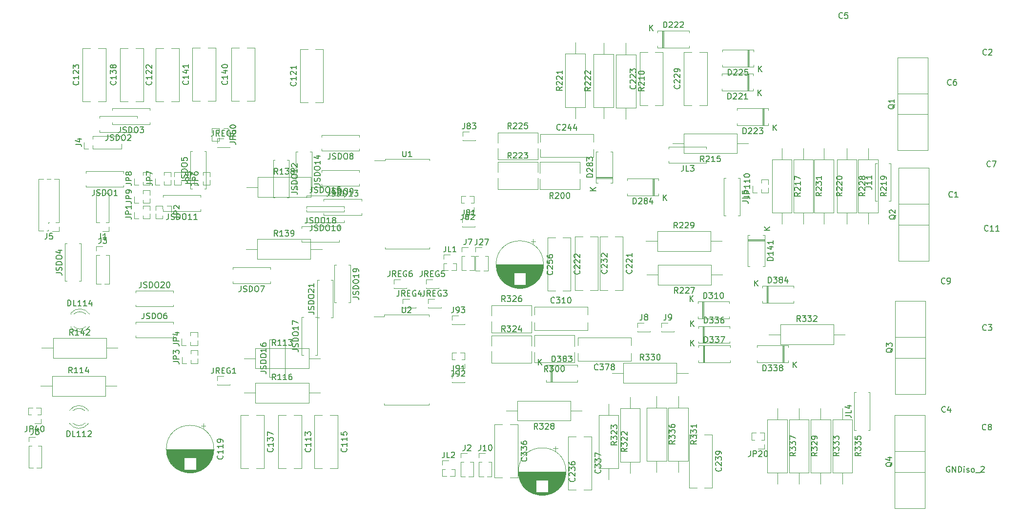
<source format=gbr>
G04 #@! TF.GenerationSoftware,KiCad,Pcbnew,(5.1.5)-3*
G04 #@! TF.CreationDate,2020-08-25T02:26:37-03:00*
G04 #@! TF.ProjectId,Gate_Driver_V2,47617465-5f44-4726-9976-65725f56322e,rev?*
G04 #@! TF.SameCoordinates,Original*
G04 #@! TF.FileFunction,Legend,Top*
G04 #@! TF.FilePolarity,Positive*
%FSLAX46Y46*%
G04 Gerber Fmt 4.6, Leading zero omitted, Abs format (unit mm)*
G04 Created by KiCad (PCBNEW (5.1.5)-3) date 2020-08-25 02:26:37*
%MOMM*%
%LPD*%
G04 APERTURE LIST*
%ADD10C,0.120000*%
%ADD11C,0.150000*%
G04 APERTURE END LIST*
D10*
X143780000Y-60380000D02*
X144110000Y-60380000D01*
X143780000Y-53840000D02*
X143780000Y-60380000D01*
X144110000Y-53840000D02*
X143780000Y-53840000D01*
X146520000Y-60380000D02*
X146190000Y-60380000D01*
X146520000Y-53840000D02*
X146520000Y-60380000D01*
X146190000Y-53840000D02*
X146520000Y-53840000D01*
X153850000Y-61850000D02*
X153850000Y-59890000D01*
X153850000Y-48690000D02*
X153850000Y-50650000D01*
X155570000Y-59890000D02*
X155570000Y-50650000D01*
X152130000Y-59890000D02*
X155570000Y-59890000D01*
X152130000Y-50650000D02*
X152130000Y-59890000D01*
X155570000Y-50650000D02*
X152130000Y-50650000D01*
X168800000Y-61840000D02*
X168800000Y-59880000D01*
X168800000Y-48680000D02*
X168800000Y-50640000D01*
X170520000Y-59880000D02*
X170520000Y-50640000D01*
X167080000Y-59880000D02*
X170520000Y-59880000D01*
X167080000Y-50640000D02*
X167080000Y-59880000D01*
X170520000Y-50640000D02*
X167080000Y-50640000D01*
X169120000Y-91070000D02*
X168790000Y-91070000D01*
X169120000Y-97610000D02*
X169120000Y-91070000D01*
X168790000Y-97610000D02*
X169120000Y-97610000D01*
X166380000Y-91070000D02*
X166710000Y-91070000D01*
X166380000Y-97610000D02*
X166380000Y-91070000D01*
X166710000Y-97610000D02*
X166380000Y-97610000D01*
X172720000Y-51320000D02*
X172390000Y-51320000D01*
X172720000Y-57860000D02*
X172720000Y-51320000D01*
X172390000Y-57860000D02*
X172720000Y-57860000D01*
X169980000Y-51320000D02*
X170310000Y-51320000D01*
X169980000Y-57860000D02*
X169980000Y-51320000D01*
X170310000Y-57860000D02*
X169980000Y-57860000D01*
X134220000Y-48480000D02*
X134220000Y-48810000D01*
X140760000Y-48480000D02*
X134220000Y-48480000D01*
X140760000Y-48810000D02*
X140760000Y-48480000D01*
X134220000Y-51220000D02*
X134220000Y-50890000D01*
X140760000Y-51220000D02*
X134220000Y-51220000D01*
X140760000Y-50890000D02*
X140760000Y-51220000D01*
X134850000Y-47850000D02*
X136810000Y-47850000D01*
X148010000Y-47850000D02*
X146050000Y-47850000D01*
X136810000Y-49570000D02*
X146050000Y-49570000D01*
X136810000Y-46130000D02*
X136810000Y-49570000D01*
X146050000Y-46130000D02*
X136810000Y-46130000D01*
X146050000Y-49570000D02*
X146050000Y-46130000D01*
X132940000Y-78990000D02*
X134050000Y-78990000D01*
X132940000Y-79750000D02*
X132940000Y-78990000D01*
X134613471Y-80510000D02*
X135160000Y-80510000D01*
X132940000Y-80510000D02*
X133486529Y-80510000D01*
X135160000Y-80510000D02*
X135160000Y-80445000D01*
X132940000Y-80510000D02*
X132940000Y-80445000D01*
X132940000Y-80510000D02*
X135160000Y-80510000D01*
X128790000Y-78990000D02*
X129900000Y-78990000D01*
X128790000Y-79750000D02*
X128790000Y-78990000D01*
X130463471Y-80510000D02*
X131010000Y-80510000D01*
X128790000Y-80510000D02*
X129336529Y-80510000D01*
X131010000Y-80510000D02*
X131010000Y-80445000D01*
X128790000Y-80510000D02*
X128790000Y-80445000D01*
X128790000Y-80510000D02*
X131010000Y-80510000D01*
X140120000Y-79580000D02*
X140120000Y-82520000D01*
X140360000Y-79580000D02*
X140360000Y-82520000D01*
X140240000Y-79580000D02*
X140240000Y-82520000D01*
X144780000Y-82520000D02*
X144780000Y-82190000D01*
X139340000Y-82520000D02*
X144780000Y-82520000D01*
X139340000Y-82190000D02*
X139340000Y-82520000D01*
X144780000Y-79580000D02*
X144780000Y-79910000D01*
X139340000Y-79580000D02*
X144780000Y-79580000D01*
X139340000Y-79910000D02*
X139340000Y-79580000D01*
X137550000Y-87700000D02*
X135590000Y-87700000D01*
X124390000Y-87700000D02*
X126350000Y-87700000D01*
X135590000Y-85980000D02*
X126350000Y-85980000D01*
X135590000Y-89420000D02*
X135590000Y-85980000D01*
X126350000Y-89420000D02*
X135590000Y-89420000D01*
X126350000Y-85980000D02*
X126350000Y-89420000D01*
X106000000Y-94250000D02*
X107960000Y-94250000D01*
X119160000Y-94250000D02*
X117200000Y-94250000D01*
X107960000Y-95970000D02*
X117200000Y-95970000D01*
X107960000Y-92530000D02*
X107960000Y-95970000D01*
X117200000Y-92530000D02*
X107960000Y-92530000D01*
X117200000Y-95970000D02*
X117200000Y-92530000D01*
X132100000Y-104900000D02*
X132100000Y-102940000D01*
X132100000Y-91740000D02*
X132100000Y-93700000D01*
X133820000Y-102940000D02*
X133820000Y-93700000D01*
X130380000Y-102940000D02*
X133820000Y-102940000D01*
X130380000Y-93700000D02*
X130380000Y-102940000D01*
X133820000Y-93700000D02*
X130380000Y-93700000D01*
X110435000Y-78746000D02*
X110435000Y-80710000D01*
X110435000Y-75970000D02*
X110435000Y-77756000D01*
X103485000Y-78746000D02*
X103485000Y-80710000D01*
X103485000Y-75970000D02*
X103485000Y-77756000D01*
X103485000Y-80710000D02*
X110435000Y-80710000D01*
X103485000Y-75970000D02*
X110435000Y-75970000D01*
X136830000Y-41220000D02*
X136830000Y-31980000D01*
X140870000Y-41220000D02*
X140870000Y-31980000D01*
X136830000Y-41220000D02*
X138185000Y-41220000D01*
X139515000Y-41220000D02*
X140870000Y-41220000D01*
X136830000Y-31980000D02*
X138185000Y-31980000D01*
X139515000Y-31980000D02*
X140870000Y-31980000D01*
X96590000Y-77715000D02*
X97700000Y-77715000D01*
X96590000Y-78475000D02*
X96590000Y-77715000D01*
X98263471Y-79235000D02*
X98810000Y-79235000D01*
X96590000Y-79235000D02*
X97136529Y-79235000D01*
X98810000Y-79235000D02*
X98810000Y-79170000D01*
X96590000Y-79235000D02*
X96590000Y-79170000D01*
X96590000Y-79235000D02*
X98810000Y-79235000D01*
X48280000Y-81570000D02*
X48280000Y-81240000D01*
X41740000Y-81570000D02*
X48280000Y-81570000D01*
X41740000Y-81240000D02*
X41740000Y-81570000D01*
X48280000Y-78830000D02*
X48280000Y-79160000D01*
X41740000Y-78830000D02*
X48280000Y-78830000D01*
X41740000Y-79160000D02*
X41740000Y-78830000D01*
X75970000Y-71540000D02*
X75640000Y-71540000D01*
X75970000Y-78080000D02*
X75970000Y-71540000D01*
X75640000Y-78080000D02*
X75970000Y-78080000D01*
X73230000Y-71540000D02*
X73560000Y-71540000D01*
X73230000Y-78080000D02*
X73230000Y-71540000D01*
X73560000Y-78080000D02*
X73230000Y-78080000D01*
X48280000Y-76170000D02*
X48280000Y-75840000D01*
X41740000Y-76170000D02*
X48280000Y-76170000D01*
X41740000Y-75840000D02*
X41740000Y-76170000D01*
X48280000Y-73430000D02*
X48280000Y-73760000D01*
X41740000Y-73430000D02*
X48280000Y-73430000D01*
X41740000Y-73760000D02*
X41740000Y-73430000D01*
X76230000Y-75480000D02*
X76560000Y-75480000D01*
X76230000Y-68940000D02*
X76230000Y-75480000D01*
X76560000Y-68940000D02*
X76230000Y-68940000D01*
X78970000Y-75480000D02*
X78640000Y-75480000D01*
X78970000Y-68940000D02*
X78970000Y-75480000D01*
X78640000Y-68940000D02*
X78970000Y-68940000D01*
X77080000Y-64970000D02*
X77080000Y-64640000D01*
X70540000Y-64970000D02*
X77080000Y-64970000D01*
X70540000Y-64640000D02*
X70540000Y-64970000D01*
X77080000Y-62230000D02*
X77080000Y-62560000D01*
X70540000Y-62230000D02*
X77080000Y-62230000D01*
X70540000Y-62560000D02*
X70540000Y-62230000D01*
X86490000Y-71440000D02*
X87600000Y-71440000D01*
X86490000Y-72200000D02*
X86490000Y-71440000D01*
X88163471Y-72960000D02*
X88710000Y-72960000D01*
X86490000Y-72960000D02*
X87036529Y-72960000D01*
X88710000Y-72960000D02*
X88710000Y-72895000D01*
X86490000Y-72960000D02*
X86490000Y-72895000D01*
X86490000Y-72960000D02*
X88710000Y-72960000D01*
X92090000Y-71440000D02*
X93200000Y-71440000D01*
X92090000Y-72200000D02*
X92090000Y-71440000D01*
X93763471Y-72960000D02*
X94310000Y-72960000D01*
X92090000Y-72960000D02*
X92636529Y-72960000D01*
X94310000Y-72960000D02*
X94310000Y-72895000D01*
X92090000Y-72960000D02*
X92090000Y-72895000D01*
X92090000Y-72960000D02*
X94310000Y-72960000D01*
X88090000Y-74840000D02*
X89200000Y-74840000D01*
X88090000Y-75600000D02*
X88090000Y-74840000D01*
X89763471Y-76360000D02*
X90310000Y-76360000D01*
X88090000Y-76360000D02*
X88636529Y-76360000D01*
X90310000Y-76360000D02*
X90310000Y-76295000D01*
X88090000Y-76360000D02*
X88090000Y-76295000D01*
X88090000Y-76360000D02*
X90310000Y-76360000D01*
X92490000Y-74840000D02*
X93600000Y-74840000D01*
X92490000Y-75600000D02*
X92490000Y-74840000D01*
X94163471Y-76360000D02*
X94710000Y-76360000D01*
X92490000Y-76360000D02*
X93036529Y-76360000D01*
X94710000Y-76360000D02*
X94710000Y-76295000D01*
X92490000Y-76360000D02*
X92490000Y-76295000D01*
X92490000Y-76360000D02*
X94710000Y-76360000D01*
X55890000Y-47040000D02*
X57000000Y-47040000D01*
X55890000Y-47800000D02*
X55890000Y-47040000D01*
X57563471Y-48560000D02*
X58110000Y-48560000D01*
X55890000Y-48560000D02*
X56436529Y-48560000D01*
X58110000Y-48560000D02*
X58110000Y-48495000D01*
X55890000Y-48560000D02*
X55890000Y-48495000D01*
X55890000Y-48560000D02*
X58110000Y-48560000D01*
X55890000Y-88240000D02*
X57000000Y-88240000D01*
X55890000Y-89000000D02*
X55890000Y-88240000D01*
X57563471Y-89760000D02*
X58110000Y-89760000D01*
X55890000Y-89760000D02*
X56436529Y-89760000D01*
X58110000Y-89760000D02*
X58110000Y-89695000D01*
X55890000Y-89760000D02*
X55890000Y-89695000D01*
X55890000Y-89760000D02*
X58110000Y-89760000D01*
X84866000Y-77895000D02*
X83076000Y-77895000D01*
X84866000Y-77605000D02*
X84866000Y-77895000D01*
X88726000Y-77605000D02*
X84866000Y-77605000D01*
X92586000Y-77605000D02*
X92586000Y-77895000D01*
X88726000Y-77605000D02*
X92586000Y-77605000D01*
X84866000Y-93225000D02*
X84866000Y-92935000D01*
X88726000Y-93225000D02*
X84866000Y-93225000D01*
X92586000Y-93225000D02*
X92586000Y-92935000D01*
X88726000Y-93225000D02*
X92586000Y-93225000D01*
X73245000Y-78020000D02*
X72915000Y-78020000D01*
X73245000Y-84560000D02*
X73245000Y-78020000D01*
X72915000Y-84560000D02*
X73245000Y-84560000D01*
X70505000Y-78020000D02*
X70835000Y-78020000D01*
X70505000Y-84560000D02*
X70505000Y-78020000D01*
X70835000Y-84560000D02*
X70505000Y-84560000D01*
X67670000Y-81845000D02*
X67340000Y-81845000D01*
X67670000Y-88385000D02*
X67670000Y-81845000D01*
X67340000Y-88385000D02*
X67670000Y-88385000D01*
X64930000Y-81845000D02*
X65260000Y-81845000D01*
X64930000Y-88385000D02*
X64930000Y-81845000D01*
X65260000Y-88385000D02*
X64930000Y-88385000D01*
X71365000Y-57260000D02*
X71365000Y-56930000D01*
X71365000Y-56930000D02*
X77905000Y-56930000D01*
X77905000Y-56930000D02*
X77905000Y-57260000D01*
X71365000Y-59340000D02*
X71365000Y-59670000D01*
X71365000Y-59670000D02*
X77905000Y-59670000D01*
X77905000Y-59670000D02*
X77905000Y-59340000D01*
X69530000Y-55830000D02*
X69860000Y-55830000D01*
X69530000Y-49290000D02*
X69530000Y-55830000D01*
X69860000Y-49290000D02*
X69530000Y-49290000D01*
X72270000Y-55830000D02*
X71940000Y-55830000D01*
X72270000Y-49290000D02*
X72270000Y-55830000D01*
X71940000Y-49290000D02*
X72270000Y-49290000D01*
X80905000Y-60270000D02*
X80905000Y-59940000D01*
X74365000Y-60270000D02*
X80905000Y-60270000D01*
X74365000Y-59940000D02*
X74365000Y-60270000D01*
X80905000Y-57530000D02*
X80905000Y-57860000D01*
X74365000Y-57530000D02*
X80905000Y-57530000D01*
X74365000Y-57860000D02*
X74365000Y-57530000D01*
X65580000Y-57255000D02*
X65910000Y-57255000D01*
X65580000Y-50715000D02*
X65580000Y-57255000D01*
X65910000Y-50715000D02*
X65580000Y-50715000D01*
X68320000Y-57255000D02*
X67990000Y-57255000D01*
X68320000Y-50715000D02*
X68320000Y-57255000D01*
X67990000Y-50715000D02*
X68320000Y-50715000D01*
X46495000Y-56855000D02*
X46495000Y-57185000D01*
X53035000Y-56855000D02*
X46495000Y-56855000D01*
X53035000Y-57185000D02*
X53035000Y-56855000D01*
X46495000Y-59595000D02*
X46495000Y-59265000D01*
X53035000Y-59595000D02*
X46495000Y-59595000D01*
X53035000Y-59265000D02*
X53035000Y-59595000D01*
X71370000Y-58805000D02*
X71370000Y-59135000D01*
X77910000Y-58805000D02*
X71370000Y-58805000D01*
X77910000Y-59135000D02*
X77910000Y-58805000D01*
X71370000Y-61545000D02*
X71370000Y-61215000D01*
X77910000Y-61545000D02*
X71370000Y-61545000D01*
X77910000Y-61215000D02*
X77910000Y-61545000D01*
X74020000Y-52480000D02*
X74020000Y-52810000D01*
X80560000Y-52480000D02*
X74020000Y-52480000D01*
X80560000Y-52810000D02*
X80560000Y-52480000D01*
X74020000Y-55220000D02*
X74020000Y-54890000D01*
X80560000Y-55220000D02*
X74020000Y-55220000D01*
X80560000Y-54890000D02*
X80560000Y-55220000D01*
X74020000Y-46380000D02*
X74020000Y-46710000D01*
X80560000Y-46380000D02*
X74020000Y-46380000D01*
X80560000Y-46710000D02*
X80560000Y-46380000D01*
X74020000Y-49120000D02*
X74020000Y-48790000D01*
X80560000Y-49120000D02*
X74020000Y-49120000D01*
X80560000Y-48790000D02*
X80560000Y-49120000D01*
X94890000Y-102890000D02*
X96000000Y-102890000D01*
X94890000Y-103650000D02*
X94890000Y-102890000D01*
X96563471Y-104410000D02*
X97110000Y-104410000D01*
X94890000Y-104410000D02*
X95436529Y-104410000D01*
X97110000Y-104410000D02*
X97110000Y-105615000D01*
X94890000Y-104410000D02*
X94890000Y-105615000D01*
X96307530Y-105615000D02*
X97110000Y-105615000D01*
X94890000Y-105615000D02*
X95692470Y-105615000D01*
X95140000Y-67165000D02*
X96250000Y-67165000D01*
X95140000Y-67925000D02*
X95140000Y-67165000D01*
X96813471Y-68685000D02*
X97360000Y-68685000D01*
X95140000Y-68685000D02*
X95686529Y-68685000D01*
X97360000Y-68685000D02*
X97360000Y-69890000D01*
X95140000Y-68685000D02*
X95140000Y-69890000D01*
X96557530Y-69890000D02*
X97360000Y-69890000D01*
X95140000Y-69890000D02*
X95942470Y-69890000D01*
X30863870Y-94245163D02*
G75*
G02X32945961Y-94245000I1041130J-1079837D01*
G01*
X30863870Y-96404837D02*
G75*
G03X32945961Y-96405000I1041130J1079837D01*
G01*
X30232665Y-94246392D02*
G75*
G02X33465000Y-94089484I1672335J-1078608D01*
G01*
X30232665Y-96403608D02*
G75*
G03X33465000Y-96560516I1672335J1078608D01*
G01*
X33465000Y-94245000D02*
X33465000Y-94089000D01*
X33465000Y-96561000D02*
X33465000Y-96405000D01*
X58570000Y-69380000D02*
X58570000Y-69710000D01*
X65110000Y-69380000D02*
X58570000Y-69380000D01*
X65110000Y-69710000D02*
X65110000Y-69380000D01*
X58570000Y-72120000D02*
X58570000Y-71790000D01*
X65110000Y-72120000D02*
X58570000Y-72120000D01*
X65110000Y-71790000D02*
X65110000Y-72120000D01*
X32220000Y-65220000D02*
X31890000Y-65220000D01*
X32220000Y-71760000D02*
X32220000Y-65220000D01*
X31890000Y-71760000D02*
X32220000Y-71760000D01*
X29480000Y-65220000D02*
X29810000Y-65220000D01*
X29480000Y-71760000D02*
X29480000Y-65220000D01*
X29810000Y-71760000D02*
X29480000Y-71760000D01*
X53970000Y-49170000D02*
X53640000Y-49170000D01*
X53970000Y-55710000D02*
X53970000Y-49170000D01*
X53640000Y-55710000D02*
X53970000Y-55710000D01*
X51230000Y-49170000D02*
X51560000Y-49170000D01*
X51230000Y-55710000D02*
X51230000Y-49170000D01*
X51560000Y-55710000D02*
X51230000Y-55710000D01*
X51895000Y-55035000D02*
X51895000Y-53925000D01*
X52655000Y-55035000D02*
X51895000Y-55035000D01*
X53415000Y-53361529D02*
X53415000Y-52815000D01*
X53415000Y-55035000D02*
X53415000Y-54488471D01*
X53415000Y-52815000D02*
X54620000Y-52815000D01*
X53415000Y-55035000D02*
X54620000Y-55035000D01*
X54620000Y-53617470D02*
X54620000Y-52815000D01*
X54620000Y-55035000D02*
X54620000Y-54232530D01*
X37670000Y-41780000D02*
X37670000Y-42110000D01*
X44210000Y-41780000D02*
X37670000Y-41780000D01*
X44210000Y-42110000D02*
X44210000Y-41780000D01*
X37670000Y-44520000D02*
X37670000Y-44190000D01*
X44210000Y-44520000D02*
X37670000Y-44520000D01*
X44210000Y-44190000D02*
X44210000Y-44520000D01*
X35470000Y-43130000D02*
X35470000Y-43460000D01*
X42010000Y-43130000D02*
X35470000Y-43130000D01*
X42010000Y-43460000D02*
X42010000Y-43130000D01*
X35470000Y-45870000D02*
X35470000Y-45540000D01*
X42010000Y-45870000D02*
X35470000Y-45870000D01*
X42010000Y-45540000D02*
X42010000Y-45870000D01*
X33120000Y-52680000D02*
X33120000Y-53010000D01*
X39660000Y-52680000D02*
X33120000Y-52680000D01*
X39660000Y-53010000D02*
X39660000Y-52680000D01*
X33120000Y-55420000D02*
X33120000Y-55090000D01*
X39660000Y-55420000D02*
X33120000Y-55420000D01*
X39660000Y-55090000D02*
X39660000Y-55420000D01*
X74050000Y-66200000D02*
X72090000Y-66200000D01*
X60890000Y-66200000D02*
X62850000Y-66200000D01*
X72090000Y-64480000D02*
X62850000Y-64480000D01*
X72090000Y-67920000D02*
X72090000Y-64480000D01*
X62850000Y-67920000D02*
X72090000Y-67920000D01*
X62850000Y-64480000D02*
X62850000Y-67920000D01*
X73719000Y-85149000D02*
X71759000Y-85149000D01*
X60559000Y-85149000D02*
X62519000Y-85149000D01*
X71759000Y-83429000D02*
X62519000Y-83429000D01*
X71759000Y-86869000D02*
X71759000Y-83429000D01*
X62519000Y-86869000D02*
X71759000Y-86869000D01*
X62519000Y-83429000D02*
X62519000Y-86869000D01*
X34915000Y-65690000D02*
X36025000Y-65690000D01*
X34915000Y-66450000D02*
X34915000Y-65690000D01*
X36588471Y-67210000D02*
X37135000Y-67210000D01*
X34915000Y-67210000D02*
X35461529Y-67210000D01*
X37135000Y-67210000D02*
X37135000Y-72225000D01*
X34915000Y-67210000D02*
X34915000Y-72225000D01*
X36332530Y-72225000D02*
X37135000Y-72225000D01*
X34915000Y-72225000D02*
X35717470Y-72225000D01*
X28436000Y-63071777D02*
X27306000Y-63071777D01*
X28436000Y-62311777D02*
X28436000Y-63071777D01*
X25728470Y-63006777D02*
X24906000Y-63006777D01*
X26546000Y-63006777D02*
X26343530Y-63006777D01*
X26546000Y-62875248D02*
X26546000Y-63006777D01*
X26546000Y-61605248D02*
X26546000Y-61748306D01*
X26742529Y-61551777D02*
X26599471Y-61551777D01*
X28436000Y-61551777D02*
X27869471Y-61551777D01*
X24906000Y-63006777D02*
X24906000Y-53996777D01*
X28436000Y-61551777D02*
X28436000Y-53996777D01*
X26998470Y-53996777D02*
X26343530Y-53996777D01*
X25728470Y-53996777D02*
X24906000Y-53996777D01*
X28436000Y-53996777D02*
X27613530Y-53996777D01*
X35235000Y-31330000D02*
X36590000Y-31330000D01*
X32550000Y-31330000D02*
X33905000Y-31330000D01*
X35235000Y-40570000D02*
X36590000Y-40570000D01*
X32550000Y-40570000D02*
X33905000Y-40570000D01*
X36590000Y-40570000D02*
X36590000Y-31330000D01*
X32550000Y-40570000D02*
X32550000Y-31330000D01*
X114965000Y-100790302D02*
X114165000Y-100790302D01*
X114565000Y-100390302D02*
X114565000Y-101190302D01*
X112783000Y-108881000D02*
X111717000Y-108881000D01*
X113018000Y-108841000D02*
X111482000Y-108841000D01*
X113198000Y-108801000D02*
X111302000Y-108801000D01*
X113348000Y-108761000D02*
X111152000Y-108761000D01*
X113479000Y-108721000D02*
X111021000Y-108721000D01*
X113596000Y-108681000D02*
X110904000Y-108681000D01*
X113703000Y-108641000D02*
X110797000Y-108641000D01*
X113802000Y-108601000D02*
X110698000Y-108601000D01*
X113895000Y-108561000D02*
X110605000Y-108561000D01*
X113981000Y-108521000D02*
X110519000Y-108521000D01*
X114063000Y-108481000D02*
X110437000Y-108481000D01*
X114140000Y-108441000D02*
X110360000Y-108441000D01*
X114214000Y-108401000D02*
X110286000Y-108401000D01*
X114284000Y-108361000D02*
X110216000Y-108361000D01*
X111210000Y-108321000D02*
X110148000Y-108321000D01*
X114352000Y-108321000D02*
X113290000Y-108321000D01*
X111210000Y-108281000D02*
X110084000Y-108281000D01*
X114416000Y-108281000D02*
X113290000Y-108281000D01*
X111210000Y-108241000D02*
X110022000Y-108241000D01*
X114478000Y-108241000D02*
X113290000Y-108241000D01*
X111210000Y-108201000D02*
X109963000Y-108201000D01*
X114537000Y-108201000D02*
X113290000Y-108201000D01*
X111210000Y-108161000D02*
X109905000Y-108161000D01*
X114595000Y-108161000D02*
X113290000Y-108161000D01*
X111210000Y-108121000D02*
X109850000Y-108121000D01*
X114650000Y-108121000D02*
X113290000Y-108121000D01*
X111210000Y-108081000D02*
X109796000Y-108081000D01*
X114704000Y-108081000D02*
X113290000Y-108081000D01*
X111210000Y-108041000D02*
X109745000Y-108041000D01*
X114755000Y-108041000D02*
X113290000Y-108041000D01*
X111210000Y-108001000D02*
X109694000Y-108001000D01*
X114806000Y-108001000D02*
X113290000Y-108001000D01*
X111210000Y-107961000D02*
X109646000Y-107961000D01*
X114854000Y-107961000D02*
X113290000Y-107961000D01*
X111210000Y-107921000D02*
X109599000Y-107921000D01*
X114901000Y-107921000D02*
X113290000Y-107921000D01*
X111210000Y-107881000D02*
X109553000Y-107881000D01*
X114947000Y-107881000D02*
X113290000Y-107881000D01*
X111210000Y-107841000D02*
X109509000Y-107841000D01*
X114991000Y-107841000D02*
X113290000Y-107841000D01*
X111210000Y-107801000D02*
X109466000Y-107801000D01*
X115034000Y-107801000D02*
X113290000Y-107801000D01*
X111210000Y-107761000D02*
X109424000Y-107761000D01*
X115076000Y-107761000D02*
X113290000Y-107761000D01*
X111210000Y-107721000D02*
X109383000Y-107721000D01*
X115117000Y-107721000D02*
X113290000Y-107721000D01*
X111210000Y-107681000D02*
X109343000Y-107681000D01*
X115157000Y-107681000D02*
X113290000Y-107681000D01*
X111210000Y-107641000D02*
X109305000Y-107641000D01*
X115195000Y-107641000D02*
X113290000Y-107641000D01*
X111210000Y-107601000D02*
X109267000Y-107601000D01*
X115233000Y-107601000D02*
X113290000Y-107601000D01*
X111210000Y-107561000D02*
X109231000Y-107561000D01*
X115269000Y-107561000D02*
X113290000Y-107561000D01*
X111210000Y-107521000D02*
X109195000Y-107521000D01*
X115305000Y-107521000D02*
X113290000Y-107521000D01*
X111210000Y-107481000D02*
X109160000Y-107481000D01*
X115340000Y-107481000D02*
X113290000Y-107481000D01*
X111210000Y-107441000D02*
X109126000Y-107441000D01*
X115374000Y-107441000D02*
X113290000Y-107441000D01*
X111210000Y-107401000D02*
X109094000Y-107401000D01*
X115406000Y-107401000D02*
X113290000Y-107401000D01*
X111210000Y-107361000D02*
X109061000Y-107361000D01*
X115439000Y-107361000D02*
X113290000Y-107361000D01*
X111210000Y-107321000D02*
X109030000Y-107321000D01*
X115470000Y-107321000D02*
X113290000Y-107321000D01*
X111210000Y-107281000D02*
X109000000Y-107281000D01*
X115500000Y-107281000D02*
X113290000Y-107281000D01*
X111210000Y-107241000D02*
X108970000Y-107241000D01*
X115530000Y-107241000D02*
X113290000Y-107241000D01*
X111210000Y-107201000D02*
X108941000Y-107201000D01*
X115559000Y-107201000D02*
X113290000Y-107201000D01*
X111210000Y-107161000D02*
X108912000Y-107161000D01*
X115588000Y-107161000D02*
X113290000Y-107161000D01*
X111210000Y-107121000D02*
X108885000Y-107121000D01*
X115615000Y-107121000D02*
X113290000Y-107121000D01*
X111210000Y-107081000D02*
X108858000Y-107081000D01*
X115642000Y-107081000D02*
X113290000Y-107081000D01*
X111210000Y-107041000D02*
X108832000Y-107041000D01*
X115668000Y-107041000D02*
X113290000Y-107041000D01*
X111210000Y-107001000D02*
X108806000Y-107001000D01*
X115694000Y-107001000D02*
X113290000Y-107001000D01*
X111210000Y-106961000D02*
X108781000Y-106961000D01*
X115719000Y-106961000D02*
X113290000Y-106961000D01*
X111210000Y-106921000D02*
X108757000Y-106921000D01*
X115743000Y-106921000D02*
X113290000Y-106921000D01*
X111210000Y-106881000D02*
X108733000Y-106881000D01*
X115767000Y-106881000D02*
X113290000Y-106881000D01*
X111210000Y-106841000D02*
X108710000Y-106841000D01*
X115790000Y-106841000D02*
X113290000Y-106841000D01*
X111210000Y-106801000D02*
X108688000Y-106801000D01*
X115812000Y-106801000D02*
X113290000Y-106801000D01*
X111210000Y-106761000D02*
X108666000Y-106761000D01*
X115834000Y-106761000D02*
X113290000Y-106761000D01*
X111210000Y-106721000D02*
X108644000Y-106721000D01*
X115856000Y-106721000D02*
X113290000Y-106721000D01*
X111210000Y-106681000D02*
X108623000Y-106681000D01*
X115877000Y-106681000D02*
X113290000Y-106681000D01*
X111210000Y-106641000D02*
X108603000Y-106641000D01*
X115897000Y-106641000D02*
X113290000Y-106641000D01*
X111210000Y-106601000D02*
X108584000Y-106601000D01*
X115916000Y-106601000D02*
X113290000Y-106601000D01*
X111210000Y-106561000D02*
X108564000Y-106561000D01*
X115936000Y-106561000D02*
X113290000Y-106561000D01*
X111210000Y-106521000D02*
X108546000Y-106521000D01*
X115954000Y-106521000D02*
X113290000Y-106521000D01*
X111210000Y-106481000D02*
X108528000Y-106481000D01*
X115972000Y-106481000D02*
X113290000Y-106481000D01*
X111210000Y-106441000D02*
X108510000Y-106441000D01*
X115990000Y-106441000D02*
X113290000Y-106441000D01*
X111210000Y-106401000D02*
X108493000Y-106401000D01*
X116007000Y-106401000D02*
X113290000Y-106401000D01*
X111210000Y-106361000D02*
X108476000Y-106361000D01*
X116024000Y-106361000D02*
X113290000Y-106361000D01*
X111210000Y-106321000D02*
X108460000Y-106321000D01*
X116040000Y-106321000D02*
X113290000Y-106321000D01*
X111210000Y-106281000D02*
X108445000Y-106281000D01*
X116055000Y-106281000D02*
X113290000Y-106281000D01*
X116071000Y-106241000D02*
X108429000Y-106241000D01*
X116085000Y-106201000D02*
X108415000Y-106201000D01*
X116100000Y-106161000D02*
X108400000Y-106161000D01*
X116113000Y-106121000D02*
X108387000Y-106121000D01*
X116127000Y-106081000D02*
X108373000Y-106081000D01*
X116139000Y-106041000D02*
X108361000Y-106041000D01*
X116152000Y-106001000D02*
X108348000Y-106001000D01*
X116164000Y-105961000D02*
X108336000Y-105961000D01*
X116175000Y-105921000D02*
X108325000Y-105921000D01*
X116186000Y-105881000D02*
X108314000Y-105881000D01*
X116197000Y-105841000D02*
X108303000Y-105841000D01*
X116207000Y-105801000D02*
X108293000Y-105801000D01*
X116217000Y-105761000D02*
X108283000Y-105761000D01*
X116226000Y-105721000D02*
X108274000Y-105721000D01*
X116235000Y-105681000D02*
X108265000Y-105681000D01*
X116244000Y-105641000D02*
X108256000Y-105641000D01*
X116252000Y-105601000D02*
X108248000Y-105601000D01*
X116260000Y-105561000D02*
X108240000Y-105561000D01*
X116267000Y-105521000D02*
X108233000Y-105521000D01*
X116274000Y-105480000D02*
X108226000Y-105480000D01*
X116280000Y-105440000D02*
X108220000Y-105440000D01*
X116287000Y-105400000D02*
X108213000Y-105400000D01*
X116292000Y-105360000D02*
X108208000Y-105360000D01*
X116298000Y-105320000D02*
X108202000Y-105320000D01*
X116302000Y-105280000D02*
X108198000Y-105280000D01*
X116307000Y-105240000D02*
X108193000Y-105240000D01*
X116311000Y-105200000D02*
X108189000Y-105200000D01*
X116315000Y-105160000D02*
X108185000Y-105160000D01*
X116318000Y-105120000D02*
X108182000Y-105120000D01*
X116321000Y-105080000D02*
X108179000Y-105080000D01*
X116324000Y-105040000D02*
X108176000Y-105040000D01*
X116326000Y-105000000D02*
X108174000Y-105000000D01*
X116327000Y-104960000D02*
X108173000Y-104960000D01*
X116329000Y-104920000D02*
X108171000Y-104920000D01*
X116330000Y-104880000D02*
X108170000Y-104880000D01*
X116330000Y-104840000D02*
X108170000Y-104840000D01*
X116330000Y-104800000D02*
X108170000Y-104800000D01*
X116370000Y-104800000D02*
G75*
G03X116370000Y-104800000I-4120000J0D01*
G01*
X111090000Y-64865302D02*
X110290000Y-64865302D01*
X110690000Y-64465302D02*
X110690000Y-65265302D01*
X108908000Y-72956000D02*
X107842000Y-72956000D01*
X109143000Y-72916000D02*
X107607000Y-72916000D01*
X109323000Y-72876000D02*
X107427000Y-72876000D01*
X109473000Y-72836000D02*
X107277000Y-72836000D01*
X109604000Y-72796000D02*
X107146000Y-72796000D01*
X109721000Y-72756000D02*
X107029000Y-72756000D01*
X109828000Y-72716000D02*
X106922000Y-72716000D01*
X109927000Y-72676000D02*
X106823000Y-72676000D01*
X110020000Y-72636000D02*
X106730000Y-72636000D01*
X110106000Y-72596000D02*
X106644000Y-72596000D01*
X110188000Y-72556000D02*
X106562000Y-72556000D01*
X110265000Y-72516000D02*
X106485000Y-72516000D01*
X110339000Y-72476000D02*
X106411000Y-72476000D01*
X110409000Y-72436000D02*
X106341000Y-72436000D01*
X107335000Y-72396000D02*
X106273000Y-72396000D01*
X110477000Y-72396000D02*
X109415000Y-72396000D01*
X107335000Y-72356000D02*
X106209000Y-72356000D01*
X110541000Y-72356000D02*
X109415000Y-72356000D01*
X107335000Y-72316000D02*
X106147000Y-72316000D01*
X110603000Y-72316000D02*
X109415000Y-72316000D01*
X107335000Y-72276000D02*
X106088000Y-72276000D01*
X110662000Y-72276000D02*
X109415000Y-72276000D01*
X107335000Y-72236000D02*
X106030000Y-72236000D01*
X110720000Y-72236000D02*
X109415000Y-72236000D01*
X107335000Y-72196000D02*
X105975000Y-72196000D01*
X110775000Y-72196000D02*
X109415000Y-72196000D01*
X107335000Y-72156000D02*
X105921000Y-72156000D01*
X110829000Y-72156000D02*
X109415000Y-72156000D01*
X107335000Y-72116000D02*
X105870000Y-72116000D01*
X110880000Y-72116000D02*
X109415000Y-72116000D01*
X107335000Y-72076000D02*
X105819000Y-72076000D01*
X110931000Y-72076000D02*
X109415000Y-72076000D01*
X107335000Y-72036000D02*
X105771000Y-72036000D01*
X110979000Y-72036000D02*
X109415000Y-72036000D01*
X107335000Y-71996000D02*
X105724000Y-71996000D01*
X111026000Y-71996000D02*
X109415000Y-71996000D01*
X107335000Y-71956000D02*
X105678000Y-71956000D01*
X111072000Y-71956000D02*
X109415000Y-71956000D01*
X107335000Y-71916000D02*
X105634000Y-71916000D01*
X111116000Y-71916000D02*
X109415000Y-71916000D01*
X107335000Y-71876000D02*
X105591000Y-71876000D01*
X111159000Y-71876000D02*
X109415000Y-71876000D01*
X107335000Y-71836000D02*
X105549000Y-71836000D01*
X111201000Y-71836000D02*
X109415000Y-71836000D01*
X107335000Y-71796000D02*
X105508000Y-71796000D01*
X111242000Y-71796000D02*
X109415000Y-71796000D01*
X107335000Y-71756000D02*
X105468000Y-71756000D01*
X111282000Y-71756000D02*
X109415000Y-71756000D01*
X107335000Y-71716000D02*
X105430000Y-71716000D01*
X111320000Y-71716000D02*
X109415000Y-71716000D01*
X107335000Y-71676000D02*
X105392000Y-71676000D01*
X111358000Y-71676000D02*
X109415000Y-71676000D01*
X107335000Y-71636000D02*
X105356000Y-71636000D01*
X111394000Y-71636000D02*
X109415000Y-71636000D01*
X107335000Y-71596000D02*
X105320000Y-71596000D01*
X111430000Y-71596000D02*
X109415000Y-71596000D01*
X107335000Y-71556000D02*
X105285000Y-71556000D01*
X111465000Y-71556000D02*
X109415000Y-71556000D01*
X107335000Y-71516000D02*
X105251000Y-71516000D01*
X111499000Y-71516000D02*
X109415000Y-71516000D01*
X107335000Y-71476000D02*
X105219000Y-71476000D01*
X111531000Y-71476000D02*
X109415000Y-71476000D01*
X107335000Y-71436000D02*
X105186000Y-71436000D01*
X111564000Y-71436000D02*
X109415000Y-71436000D01*
X107335000Y-71396000D02*
X105155000Y-71396000D01*
X111595000Y-71396000D02*
X109415000Y-71396000D01*
X107335000Y-71356000D02*
X105125000Y-71356000D01*
X111625000Y-71356000D02*
X109415000Y-71356000D01*
X107335000Y-71316000D02*
X105095000Y-71316000D01*
X111655000Y-71316000D02*
X109415000Y-71316000D01*
X107335000Y-71276000D02*
X105066000Y-71276000D01*
X111684000Y-71276000D02*
X109415000Y-71276000D01*
X107335000Y-71236000D02*
X105037000Y-71236000D01*
X111713000Y-71236000D02*
X109415000Y-71236000D01*
X107335000Y-71196000D02*
X105010000Y-71196000D01*
X111740000Y-71196000D02*
X109415000Y-71196000D01*
X107335000Y-71156000D02*
X104983000Y-71156000D01*
X111767000Y-71156000D02*
X109415000Y-71156000D01*
X107335000Y-71116000D02*
X104957000Y-71116000D01*
X111793000Y-71116000D02*
X109415000Y-71116000D01*
X107335000Y-71076000D02*
X104931000Y-71076000D01*
X111819000Y-71076000D02*
X109415000Y-71076000D01*
X107335000Y-71036000D02*
X104906000Y-71036000D01*
X111844000Y-71036000D02*
X109415000Y-71036000D01*
X107335000Y-70996000D02*
X104882000Y-70996000D01*
X111868000Y-70996000D02*
X109415000Y-70996000D01*
X107335000Y-70956000D02*
X104858000Y-70956000D01*
X111892000Y-70956000D02*
X109415000Y-70956000D01*
X107335000Y-70916000D02*
X104835000Y-70916000D01*
X111915000Y-70916000D02*
X109415000Y-70916000D01*
X107335000Y-70876000D02*
X104813000Y-70876000D01*
X111937000Y-70876000D02*
X109415000Y-70876000D01*
X107335000Y-70836000D02*
X104791000Y-70836000D01*
X111959000Y-70836000D02*
X109415000Y-70836000D01*
X107335000Y-70796000D02*
X104769000Y-70796000D01*
X111981000Y-70796000D02*
X109415000Y-70796000D01*
X107335000Y-70756000D02*
X104748000Y-70756000D01*
X112002000Y-70756000D02*
X109415000Y-70756000D01*
X107335000Y-70716000D02*
X104728000Y-70716000D01*
X112022000Y-70716000D02*
X109415000Y-70716000D01*
X107335000Y-70676000D02*
X104709000Y-70676000D01*
X112041000Y-70676000D02*
X109415000Y-70676000D01*
X107335000Y-70636000D02*
X104689000Y-70636000D01*
X112061000Y-70636000D02*
X109415000Y-70636000D01*
X107335000Y-70596000D02*
X104671000Y-70596000D01*
X112079000Y-70596000D02*
X109415000Y-70596000D01*
X107335000Y-70556000D02*
X104653000Y-70556000D01*
X112097000Y-70556000D02*
X109415000Y-70556000D01*
X107335000Y-70516000D02*
X104635000Y-70516000D01*
X112115000Y-70516000D02*
X109415000Y-70516000D01*
X107335000Y-70476000D02*
X104618000Y-70476000D01*
X112132000Y-70476000D02*
X109415000Y-70476000D01*
X107335000Y-70436000D02*
X104601000Y-70436000D01*
X112149000Y-70436000D02*
X109415000Y-70436000D01*
X107335000Y-70396000D02*
X104585000Y-70396000D01*
X112165000Y-70396000D02*
X109415000Y-70396000D01*
X107335000Y-70356000D02*
X104570000Y-70356000D01*
X112180000Y-70356000D02*
X109415000Y-70356000D01*
X112196000Y-70316000D02*
X104554000Y-70316000D01*
X112210000Y-70276000D02*
X104540000Y-70276000D01*
X112225000Y-70236000D02*
X104525000Y-70236000D01*
X112238000Y-70196000D02*
X104512000Y-70196000D01*
X112252000Y-70156000D02*
X104498000Y-70156000D01*
X112264000Y-70116000D02*
X104486000Y-70116000D01*
X112277000Y-70076000D02*
X104473000Y-70076000D01*
X112289000Y-70036000D02*
X104461000Y-70036000D01*
X112300000Y-69996000D02*
X104450000Y-69996000D01*
X112311000Y-69956000D02*
X104439000Y-69956000D01*
X112322000Y-69916000D02*
X104428000Y-69916000D01*
X112332000Y-69876000D02*
X104418000Y-69876000D01*
X112342000Y-69836000D02*
X104408000Y-69836000D01*
X112351000Y-69796000D02*
X104399000Y-69796000D01*
X112360000Y-69756000D02*
X104390000Y-69756000D01*
X112369000Y-69716000D02*
X104381000Y-69716000D01*
X112377000Y-69676000D02*
X104373000Y-69676000D01*
X112385000Y-69636000D02*
X104365000Y-69636000D01*
X112392000Y-69596000D02*
X104358000Y-69596000D01*
X112399000Y-69555000D02*
X104351000Y-69555000D01*
X112405000Y-69515000D02*
X104345000Y-69515000D01*
X112412000Y-69475000D02*
X104338000Y-69475000D01*
X112417000Y-69435000D02*
X104333000Y-69435000D01*
X112423000Y-69395000D02*
X104327000Y-69395000D01*
X112427000Y-69355000D02*
X104323000Y-69355000D01*
X112432000Y-69315000D02*
X104318000Y-69315000D01*
X112436000Y-69275000D02*
X104314000Y-69275000D01*
X112440000Y-69235000D02*
X104310000Y-69235000D01*
X112443000Y-69195000D02*
X104307000Y-69195000D01*
X112446000Y-69155000D02*
X104304000Y-69155000D01*
X112449000Y-69115000D02*
X104301000Y-69115000D01*
X112451000Y-69075000D02*
X104299000Y-69075000D01*
X112452000Y-69035000D02*
X104298000Y-69035000D01*
X112454000Y-68995000D02*
X104296000Y-68995000D01*
X112455000Y-68955000D02*
X104295000Y-68955000D01*
X112455000Y-68915000D02*
X104295000Y-68915000D01*
X112455000Y-68875000D02*
X104295000Y-68875000D01*
X112495000Y-68875000D02*
G75*
G03X112495000Y-68875000I-4120000J0D01*
G01*
X53890000Y-96890302D02*
X53090000Y-96890302D01*
X53490000Y-96490302D02*
X53490000Y-97290302D01*
X51708000Y-104981000D02*
X50642000Y-104981000D01*
X51943000Y-104941000D02*
X50407000Y-104941000D01*
X52123000Y-104901000D02*
X50227000Y-104901000D01*
X52273000Y-104861000D02*
X50077000Y-104861000D01*
X52404000Y-104821000D02*
X49946000Y-104821000D01*
X52521000Y-104781000D02*
X49829000Y-104781000D01*
X52628000Y-104741000D02*
X49722000Y-104741000D01*
X52727000Y-104701000D02*
X49623000Y-104701000D01*
X52820000Y-104661000D02*
X49530000Y-104661000D01*
X52906000Y-104621000D02*
X49444000Y-104621000D01*
X52988000Y-104581000D02*
X49362000Y-104581000D01*
X53065000Y-104541000D02*
X49285000Y-104541000D01*
X53139000Y-104501000D02*
X49211000Y-104501000D01*
X53209000Y-104461000D02*
X49141000Y-104461000D01*
X50135000Y-104421000D02*
X49073000Y-104421000D01*
X53277000Y-104421000D02*
X52215000Y-104421000D01*
X50135000Y-104381000D02*
X49009000Y-104381000D01*
X53341000Y-104381000D02*
X52215000Y-104381000D01*
X50135000Y-104341000D02*
X48947000Y-104341000D01*
X53403000Y-104341000D02*
X52215000Y-104341000D01*
X50135000Y-104301000D02*
X48888000Y-104301000D01*
X53462000Y-104301000D02*
X52215000Y-104301000D01*
X50135000Y-104261000D02*
X48830000Y-104261000D01*
X53520000Y-104261000D02*
X52215000Y-104261000D01*
X50135000Y-104221000D02*
X48775000Y-104221000D01*
X53575000Y-104221000D02*
X52215000Y-104221000D01*
X50135000Y-104181000D02*
X48721000Y-104181000D01*
X53629000Y-104181000D02*
X52215000Y-104181000D01*
X50135000Y-104141000D02*
X48670000Y-104141000D01*
X53680000Y-104141000D02*
X52215000Y-104141000D01*
X50135000Y-104101000D02*
X48619000Y-104101000D01*
X53731000Y-104101000D02*
X52215000Y-104101000D01*
X50135000Y-104061000D02*
X48571000Y-104061000D01*
X53779000Y-104061000D02*
X52215000Y-104061000D01*
X50135000Y-104021000D02*
X48524000Y-104021000D01*
X53826000Y-104021000D02*
X52215000Y-104021000D01*
X50135000Y-103981000D02*
X48478000Y-103981000D01*
X53872000Y-103981000D02*
X52215000Y-103981000D01*
X50135000Y-103941000D02*
X48434000Y-103941000D01*
X53916000Y-103941000D02*
X52215000Y-103941000D01*
X50135000Y-103901000D02*
X48391000Y-103901000D01*
X53959000Y-103901000D02*
X52215000Y-103901000D01*
X50135000Y-103861000D02*
X48349000Y-103861000D01*
X54001000Y-103861000D02*
X52215000Y-103861000D01*
X50135000Y-103821000D02*
X48308000Y-103821000D01*
X54042000Y-103821000D02*
X52215000Y-103821000D01*
X50135000Y-103781000D02*
X48268000Y-103781000D01*
X54082000Y-103781000D02*
X52215000Y-103781000D01*
X50135000Y-103741000D02*
X48230000Y-103741000D01*
X54120000Y-103741000D02*
X52215000Y-103741000D01*
X50135000Y-103701000D02*
X48192000Y-103701000D01*
X54158000Y-103701000D02*
X52215000Y-103701000D01*
X50135000Y-103661000D02*
X48156000Y-103661000D01*
X54194000Y-103661000D02*
X52215000Y-103661000D01*
X50135000Y-103621000D02*
X48120000Y-103621000D01*
X54230000Y-103621000D02*
X52215000Y-103621000D01*
X50135000Y-103581000D02*
X48085000Y-103581000D01*
X54265000Y-103581000D02*
X52215000Y-103581000D01*
X50135000Y-103541000D02*
X48051000Y-103541000D01*
X54299000Y-103541000D02*
X52215000Y-103541000D01*
X50135000Y-103501000D02*
X48019000Y-103501000D01*
X54331000Y-103501000D02*
X52215000Y-103501000D01*
X50135000Y-103461000D02*
X47986000Y-103461000D01*
X54364000Y-103461000D02*
X52215000Y-103461000D01*
X50135000Y-103421000D02*
X47955000Y-103421000D01*
X54395000Y-103421000D02*
X52215000Y-103421000D01*
X50135000Y-103381000D02*
X47925000Y-103381000D01*
X54425000Y-103381000D02*
X52215000Y-103381000D01*
X50135000Y-103341000D02*
X47895000Y-103341000D01*
X54455000Y-103341000D02*
X52215000Y-103341000D01*
X50135000Y-103301000D02*
X47866000Y-103301000D01*
X54484000Y-103301000D02*
X52215000Y-103301000D01*
X50135000Y-103261000D02*
X47837000Y-103261000D01*
X54513000Y-103261000D02*
X52215000Y-103261000D01*
X50135000Y-103221000D02*
X47810000Y-103221000D01*
X54540000Y-103221000D02*
X52215000Y-103221000D01*
X50135000Y-103181000D02*
X47783000Y-103181000D01*
X54567000Y-103181000D02*
X52215000Y-103181000D01*
X50135000Y-103141000D02*
X47757000Y-103141000D01*
X54593000Y-103141000D02*
X52215000Y-103141000D01*
X50135000Y-103101000D02*
X47731000Y-103101000D01*
X54619000Y-103101000D02*
X52215000Y-103101000D01*
X50135000Y-103061000D02*
X47706000Y-103061000D01*
X54644000Y-103061000D02*
X52215000Y-103061000D01*
X50135000Y-103021000D02*
X47682000Y-103021000D01*
X54668000Y-103021000D02*
X52215000Y-103021000D01*
X50135000Y-102981000D02*
X47658000Y-102981000D01*
X54692000Y-102981000D02*
X52215000Y-102981000D01*
X50135000Y-102941000D02*
X47635000Y-102941000D01*
X54715000Y-102941000D02*
X52215000Y-102941000D01*
X50135000Y-102901000D02*
X47613000Y-102901000D01*
X54737000Y-102901000D02*
X52215000Y-102901000D01*
X50135000Y-102861000D02*
X47591000Y-102861000D01*
X54759000Y-102861000D02*
X52215000Y-102861000D01*
X50135000Y-102821000D02*
X47569000Y-102821000D01*
X54781000Y-102821000D02*
X52215000Y-102821000D01*
X50135000Y-102781000D02*
X47548000Y-102781000D01*
X54802000Y-102781000D02*
X52215000Y-102781000D01*
X50135000Y-102741000D02*
X47528000Y-102741000D01*
X54822000Y-102741000D02*
X52215000Y-102741000D01*
X50135000Y-102701000D02*
X47509000Y-102701000D01*
X54841000Y-102701000D02*
X52215000Y-102701000D01*
X50135000Y-102661000D02*
X47489000Y-102661000D01*
X54861000Y-102661000D02*
X52215000Y-102661000D01*
X50135000Y-102621000D02*
X47471000Y-102621000D01*
X54879000Y-102621000D02*
X52215000Y-102621000D01*
X50135000Y-102581000D02*
X47453000Y-102581000D01*
X54897000Y-102581000D02*
X52215000Y-102581000D01*
X50135000Y-102541000D02*
X47435000Y-102541000D01*
X54915000Y-102541000D02*
X52215000Y-102541000D01*
X50135000Y-102501000D02*
X47418000Y-102501000D01*
X54932000Y-102501000D02*
X52215000Y-102501000D01*
X50135000Y-102461000D02*
X47401000Y-102461000D01*
X54949000Y-102461000D02*
X52215000Y-102461000D01*
X50135000Y-102421000D02*
X47385000Y-102421000D01*
X54965000Y-102421000D02*
X52215000Y-102421000D01*
X50135000Y-102381000D02*
X47370000Y-102381000D01*
X54980000Y-102381000D02*
X52215000Y-102381000D01*
X54996000Y-102341000D02*
X47354000Y-102341000D01*
X55010000Y-102301000D02*
X47340000Y-102301000D01*
X55025000Y-102261000D02*
X47325000Y-102261000D01*
X55038000Y-102221000D02*
X47312000Y-102221000D01*
X55052000Y-102181000D02*
X47298000Y-102181000D01*
X55064000Y-102141000D02*
X47286000Y-102141000D01*
X55077000Y-102101000D02*
X47273000Y-102101000D01*
X55089000Y-102061000D02*
X47261000Y-102061000D01*
X55100000Y-102021000D02*
X47250000Y-102021000D01*
X55111000Y-101981000D02*
X47239000Y-101981000D01*
X55122000Y-101941000D02*
X47228000Y-101941000D01*
X55132000Y-101901000D02*
X47218000Y-101901000D01*
X55142000Y-101861000D02*
X47208000Y-101861000D01*
X55151000Y-101821000D02*
X47199000Y-101821000D01*
X55160000Y-101781000D02*
X47190000Y-101781000D01*
X55169000Y-101741000D02*
X47181000Y-101741000D01*
X55177000Y-101701000D02*
X47173000Y-101701000D01*
X55185000Y-101661000D02*
X47165000Y-101661000D01*
X55192000Y-101621000D02*
X47158000Y-101621000D01*
X55199000Y-101580000D02*
X47151000Y-101580000D01*
X55205000Y-101540000D02*
X47145000Y-101540000D01*
X55212000Y-101500000D02*
X47138000Y-101500000D01*
X55217000Y-101460000D02*
X47133000Y-101460000D01*
X55223000Y-101420000D02*
X47127000Y-101420000D01*
X55227000Y-101380000D02*
X47123000Y-101380000D01*
X55232000Y-101340000D02*
X47118000Y-101340000D01*
X55236000Y-101300000D02*
X47114000Y-101300000D01*
X55240000Y-101260000D02*
X47110000Y-101260000D01*
X55243000Y-101220000D02*
X47107000Y-101220000D01*
X55246000Y-101180000D02*
X47104000Y-101180000D01*
X55249000Y-101140000D02*
X47101000Y-101140000D01*
X55251000Y-101100000D02*
X47099000Y-101100000D01*
X55252000Y-101060000D02*
X47098000Y-101060000D01*
X55254000Y-101020000D02*
X47096000Y-101020000D01*
X55255000Y-100980000D02*
X47095000Y-100980000D01*
X55255000Y-100940000D02*
X47095000Y-100940000D01*
X55255000Y-100900000D02*
X47095000Y-100900000D01*
X55295000Y-100900000D02*
G75*
G03X55295000Y-100900000I-4120000J0D01*
G01*
X118430000Y-82885000D02*
X118430000Y-81530000D01*
X118430000Y-85570000D02*
X118430000Y-84215000D01*
X127670000Y-82885000D02*
X127670000Y-81530000D01*
X127670000Y-85570000D02*
X127670000Y-84215000D01*
X127670000Y-81530000D02*
X118430000Y-81530000D01*
X127670000Y-85570000D02*
X118430000Y-85570000D01*
X118135000Y-107970000D02*
X116780000Y-107970000D01*
X120820000Y-107970000D02*
X119465000Y-107970000D01*
X118135000Y-98730000D02*
X116780000Y-98730000D01*
X120820000Y-98730000D02*
X119465000Y-98730000D01*
X116780000Y-98730000D02*
X116780000Y-107970000D01*
X120820000Y-98730000D02*
X120820000Y-107970000D01*
X105335000Y-105870000D02*
X103980000Y-105870000D01*
X108020000Y-105870000D02*
X106665000Y-105870000D01*
X105335000Y-96630000D02*
X103980000Y-96630000D01*
X108020000Y-96630000D02*
X106665000Y-96630000D01*
X103980000Y-96630000D02*
X103980000Y-105870000D01*
X108020000Y-96630000D02*
X108020000Y-105870000D01*
X120120000Y-78915000D02*
X120120000Y-80270000D01*
X120120000Y-76230000D02*
X120120000Y-77585000D01*
X110880000Y-78915000D02*
X110880000Y-80270000D01*
X110880000Y-76230000D02*
X110880000Y-77585000D01*
X110880000Y-80270000D02*
X120120000Y-80270000D01*
X110880000Y-76230000D02*
X120120000Y-76230000D01*
X121145000Y-48890000D02*
X121145000Y-50245000D01*
X121145000Y-46205000D02*
X121145000Y-47560000D01*
X111905000Y-48890000D02*
X111905000Y-50245000D01*
X111905000Y-46205000D02*
X111905000Y-47560000D01*
X111905000Y-50245000D02*
X121145000Y-50245000D01*
X111905000Y-46205000D02*
X121145000Y-46205000D01*
X139085000Y-107620000D02*
X137730000Y-107620000D01*
X141770000Y-107620000D02*
X140415000Y-107620000D01*
X139085000Y-98380000D02*
X137730000Y-98380000D01*
X141770000Y-98380000D02*
X140415000Y-98380000D01*
X137730000Y-98380000D02*
X137730000Y-107620000D01*
X141770000Y-98380000D02*
X141770000Y-107620000D01*
X119260000Y-73295000D02*
X117905000Y-73295000D01*
X121945000Y-73295000D02*
X120590000Y-73295000D01*
X119260000Y-64055000D02*
X117905000Y-64055000D01*
X121945000Y-64055000D02*
X120590000Y-64055000D01*
X117905000Y-64055000D02*
X117905000Y-73295000D01*
X121945000Y-64055000D02*
X121945000Y-73295000D01*
X131865000Y-32030000D02*
X133220000Y-32030000D01*
X129180000Y-32030000D02*
X130535000Y-32030000D01*
X131865000Y-41270000D02*
X133220000Y-41270000D01*
X129180000Y-41270000D02*
X130535000Y-41270000D01*
X133220000Y-41270000D02*
X133220000Y-32030000D01*
X129180000Y-41270000D02*
X129180000Y-32030000D01*
X114535000Y-73420000D02*
X113180000Y-73420000D01*
X117220000Y-73420000D02*
X115865000Y-73420000D01*
X114535000Y-64180000D02*
X113180000Y-64180000D01*
X117220000Y-64180000D02*
X115865000Y-64180000D01*
X113180000Y-64180000D02*
X113180000Y-73420000D01*
X117220000Y-64180000D02*
X117220000Y-73420000D01*
X123585000Y-73295000D02*
X122230000Y-73295000D01*
X126270000Y-73295000D02*
X124915000Y-73295000D01*
X123585000Y-64055000D02*
X122230000Y-64055000D01*
X126270000Y-64055000D02*
X124915000Y-64055000D01*
X122230000Y-64055000D02*
X122230000Y-73295000D01*
X126270000Y-64055000D02*
X126270000Y-73295000D01*
X54265000Y-31255000D02*
X55620000Y-31255000D01*
X51580000Y-31255000D02*
X52935000Y-31255000D01*
X54265000Y-40495000D02*
X55620000Y-40495000D01*
X51580000Y-40495000D02*
X52935000Y-40495000D01*
X55620000Y-40495000D02*
X55620000Y-31255000D01*
X51580000Y-40495000D02*
X51580000Y-31255000D01*
X61045000Y-31280000D02*
X62400000Y-31280000D01*
X58360000Y-31280000D02*
X59715000Y-31280000D01*
X61045000Y-40520000D02*
X62400000Y-40520000D01*
X58360000Y-40520000D02*
X59715000Y-40520000D01*
X62400000Y-40520000D02*
X62400000Y-31280000D01*
X58360000Y-40520000D02*
X58360000Y-31280000D01*
X47890000Y-31330000D02*
X49245000Y-31330000D01*
X45205000Y-31330000D02*
X46560000Y-31330000D01*
X47890000Y-40570000D02*
X49245000Y-40570000D01*
X45205000Y-40570000D02*
X46560000Y-40570000D01*
X49245000Y-40570000D02*
X49245000Y-31330000D01*
X45205000Y-40570000D02*
X45205000Y-31330000D01*
X72940000Y-31480000D02*
X74295000Y-31480000D01*
X70255000Y-31480000D02*
X71610000Y-31480000D01*
X72940000Y-40720000D02*
X74295000Y-40720000D01*
X70255000Y-40720000D02*
X71610000Y-40720000D01*
X74295000Y-40720000D02*
X74295000Y-31480000D01*
X70255000Y-40720000D02*
X70255000Y-31480000D01*
X74110000Y-104270000D02*
X72755000Y-104270000D01*
X76795000Y-104270000D02*
X75440000Y-104270000D01*
X74110000Y-95030000D02*
X72755000Y-95030000D01*
X76795000Y-95030000D02*
X75440000Y-95030000D01*
X72755000Y-95030000D02*
X72755000Y-104270000D01*
X76795000Y-95030000D02*
X76795000Y-104270000D01*
X67860000Y-104270000D02*
X66505000Y-104270000D01*
X70545000Y-104270000D02*
X69190000Y-104270000D01*
X67860000Y-95030000D02*
X66505000Y-95030000D01*
X70545000Y-95030000D02*
X69190000Y-95030000D01*
X66505000Y-95030000D02*
X66505000Y-104270000D01*
X70545000Y-95030000D02*
X70545000Y-104270000D01*
X41715000Y-31305000D02*
X43070000Y-31305000D01*
X39030000Y-31305000D02*
X40385000Y-31305000D01*
X41715000Y-40545000D02*
X43070000Y-40545000D01*
X39030000Y-40545000D02*
X40385000Y-40545000D01*
X43070000Y-40545000D02*
X43070000Y-31305000D01*
X39030000Y-40545000D02*
X39030000Y-31305000D01*
X61310000Y-104270000D02*
X59955000Y-104270000D01*
X63995000Y-104270000D02*
X62640000Y-104270000D01*
X61310000Y-95030000D02*
X59955000Y-95030000D01*
X63995000Y-95030000D02*
X62640000Y-95030000D01*
X59955000Y-95030000D02*
X59955000Y-104270000D01*
X63995000Y-95030000D02*
X63995000Y-104270000D01*
X98810000Y-86885000D02*
X97700000Y-86885000D01*
X98810000Y-86125000D02*
X98810000Y-86885000D01*
X97136529Y-85365000D02*
X96590000Y-85365000D01*
X98810000Y-85365000D02*
X98263471Y-85365000D01*
X96590000Y-85365000D02*
X96590000Y-84160000D01*
X98810000Y-85365000D02*
X98810000Y-84160000D01*
X97392470Y-84160000D02*
X96590000Y-84160000D01*
X98810000Y-84160000D02*
X98007530Y-84160000D01*
X96590000Y-87815000D02*
X97700000Y-87815000D01*
X96590000Y-88575000D02*
X96590000Y-87815000D01*
X98263471Y-89335000D02*
X98810000Y-89335000D01*
X96590000Y-89335000D02*
X97136529Y-89335000D01*
X98810000Y-89335000D02*
X98810000Y-89270000D01*
X96590000Y-89335000D02*
X96590000Y-89270000D01*
X96590000Y-89335000D02*
X98810000Y-89335000D01*
X98490000Y-45815000D02*
X99600000Y-45815000D01*
X98490000Y-46575000D02*
X98490000Y-45815000D01*
X100163471Y-47335000D02*
X100710000Y-47335000D01*
X98490000Y-47335000D02*
X99036529Y-47335000D01*
X100710000Y-47335000D02*
X100710000Y-47270000D01*
X98490000Y-47335000D02*
X98490000Y-47270000D01*
X98490000Y-47335000D02*
X100710000Y-47335000D01*
X100435000Y-59710000D02*
X99325000Y-59710000D01*
X100435000Y-58950000D02*
X100435000Y-59710000D01*
X98761529Y-58190000D02*
X98215000Y-58190000D01*
X100435000Y-58190000D02*
X99888471Y-58190000D01*
X98215000Y-58190000D02*
X98215000Y-56985000D01*
X100435000Y-58190000D02*
X100435000Y-56985000D01*
X99017470Y-56985000D02*
X98215000Y-56985000D01*
X100435000Y-56985000D02*
X99632530Y-56985000D01*
X98390000Y-60815000D02*
X99500000Y-60815000D01*
X98390000Y-61575000D02*
X98390000Y-60815000D01*
X100063471Y-62335000D02*
X100610000Y-62335000D01*
X98390000Y-62335000D02*
X98936529Y-62335000D01*
X100610000Y-62335000D02*
X100610000Y-62270000D01*
X98390000Y-62335000D02*
X98390000Y-62270000D01*
X98390000Y-62335000D02*
X100610000Y-62335000D01*
X153050000Y-106950000D02*
X153050000Y-104990000D01*
X153050000Y-93790000D02*
X153050000Y-95750000D01*
X154770000Y-104990000D02*
X154770000Y-95750000D01*
X151330000Y-104990000D02*
X154770000Y-104990000D01*
X151330000Y-95750000D02*
X151330000Y-104990000D01*
X154770000Y-95750000D02*
X151330000Y-95750000D01*
X164350000Y-106950000D02*
X164350000Y-104990000D01*
X164350000Y-93790000D02*
X164350000Y-95750000D01*
X166070000Y-104990000D02*
X166070000Y-95750000D01*
X162630000Y-104990000D02*
X166070000Y-104990000D01*
X162630000Y-95750000D02*
X162630000Y-104990000D01*
X166070000Y-95750000D02*
X162630000Y-95750000D01*
X160550000Y-106950000D02*
X160550000Y-104990000D01*
X160550000Y-93790000D02*
X160550000Y-95750000D01*
X162270000Y-104990000D02*
X162270000Y-95750000D01*
X158830000Y-104990000D02*
X162270000Y-104990000D01*
X158830000Y-95750000D02*
X158830000Y-104990000D01*
X162270000Y-95750000D02*
X158830000Y-95750000D01*
X164750000Y-81000000D02*
X162790000Y-81000000D01*
X151590000Y-81000000D02*
X153550000Y-81000000D01*
X162790000Y-79280000D02*
X153550000Y-79280000D01*
X162790000Y-82720000D02*
X162790000Y-79280000D01*
X153550000Y-82720000D02*
X162790000Y-82720000D01*
X153550000Y-79280000D02*
X153550000Y-82720000D01*
X135850000Y-104900000D02*
X135850000Y-102940000D01*
X135850000Y-91740000D02*
X135850000Y-93700000D01*
X137570000Y-102940000D02*
X137570000Y-93700000D01*
X134130000Y-102940000D02*
X137570000Y-102940000D01*
X134130000Y-93700000D02*
X134130000Y-102940000D01*
X137570000Y-93700000D02*
X134130000Y-93700000D01*
X156800000Y-106950000D02*
X156800000Y-104990000D01*
X156800000Y-93790000D02*
X156800000Y-95750000D01*
X158520000Y-104990000D02*
X158520000Y-95750000D01*
X155080000Y-104990000D02*
X158520000Y-104990000D01*
X155080000Y-95750000D02*
X155080000Y-104990000D01*
X158520000Y-95750000D02*
X155080000Y-95750000D01*
X127500000Y-91900000D02*
X127500000Y-93860000D01*
X127500000Y-105060000D02*
X127500000Y-103100000D01*
X125780000Y-93860000D02*
X125780000Y-103100000D01*
X129220000Y-93860000D02*
X125780000Y-93860000D01*
X129220000Y-103100000D02*
X129220000Y-93860000D01*
X125780000Y-103100000D02*
X129220000Y-103100000D01*
X123800000Y-106200000D02*
X123800000Y-104240000D01*
X123800000Y-93040000D02*
X123800000Y-95000000D01*
X125520000Y-104240000D02*
X125520000Y-95000000D01*
X122080000Y-104240000D02*
X125520000Y-104240000D01*
X122080000Y-95000000D02*
X122080000Y-104240000D01*
X125520000Y-95000000D02*
X122080000Y-95000000D01*
X157566000Y-61840000D02*
X157566000Y-59880000D01*
X157566000Y-48680000D02*
X157566000Y-50640000D01*
X159286000Y-59880000D02*
X159286000Y-50640000D01*
X155846000Y-59880000D02*
X159286000Y-59880000D01*
X155846000Y-50640000D02*
X155846000Y-59880000D01*
X159286000Y-50640000D02*
X155846000Y-50640000D01*
X143410000Y-64800000D02*
X141450000Y-64800000D01*
X130250000Y-64800000D02*
X132210000Y-64800000D01*
X141450000Y-63080000D02*
X132210000Y-63080000D01*
X141450000Y-66520000D02*
X141450000Y-63080000D01*
X132210000Y-66520000D02*
X141450000Y-66520000D01*
X132210000Y-63080000D02*
X132210000Y-66520000D01*
X165088000Y-61840000D02*
X165088000Y-59880000D01*
X165088000Y-48680000D02*
X165088000Y-50640000D01*
X166808000Y-59880000D02*
X166808000Y-50640000D01*
X163368000Y-59880000D02*
X166808000Y-59880000D01*
X163368000Y-50640000D02*
X163368000Y-59880000D01*
X166808000Y-50640000D02*
X163368000Y-50640000D01*
X130350000Y-70650000D02*
X132310000Y-70650000D01*
X143510000Y-70650000D02*
X141550000Y-70650000D01*
X132310000Y-72370000D02*
X141550000Y-72370000D01*
X132310000Y-68930000D02*
X132310000Y-72370000D01*
X141550000Y-68930000D02*
X132310000Y-68930000D01*
X141550000Y-72370000D02*
X141550000Y-68930000D01*
X122900000Y-30400000D02*
X122900000Y-32360000D01*
X122900000Y-43560000D02*
X122900000Y-41600000D01*
X121180000Y-32360000D02*
X121180000Y-41600000D01*
X124620000Y-32360000D02*
X121180000Y-32360000D01*
X124620000Y-41600000D02*
X124620000Y-32360000D01*
X121180000Y-41600000D02*
X124620000Y-41600000D01*
X118000000Y-30350000D02*
X118000000Y-32310000D01*
X118000000Y-43510000D02*
X118000000Y-41550000D01*
X116280000Y-32310000D02*
X116280000Y-41550000D01*
X119720000Y-32310000D02*
X116280000Y-32310000D01*
X119720000Y-41550000D02*
X119720000Y-32310000D01*
X116280000Y-41550000D02*
X119720000Y-41550000D01*
X161122000Y-61840000D02*
X161122000Y-59880000D01*
X161122000Y-48680000D02*
X161122000Y-50640000D01*
X162842000Y-59880000D02*
X162842000Y-50640000D01*
X159402000Y-59880000D02*
X162842000Y-59880000D01*
X159402000Y-50640000D02*
X159402000Y-59880000D01*
X162842000Y-50640000D02*
X159402000Y-50640000D01*
X126775000Y-43600000D02*
X126775000Y-41640000D01*
X126775000Y-30440000D02*
X126775000Y-32400000D01*
X128495000Y-41640000D02*
X128495000Y-32400000D01*
X125055000Y-41640000D02*
X128495000Y-41640000D01*
X125055000Y-32400000D02*
X125055000Y-41640000D01*
X128495000Y-32400000D02*
X125055000Y-32400000D01*
X111815000Y-53029000D02*
X111815000Y-51065000D01*
X111815000Y-55805000D02*
X111815000Y-54019000D01*
X118765000Y-53029000D02*
X118765000Y-51065000D01*
X118765000Y-55805000D02*
X118765000Y-54019000D01*
X118765000Y-51065000D02*
X111815000Y-51065000D01*
X118765000Y-55805000D02*
X111815000Y-55805000D01*
X38600000Y-83350000D02*
X36640000Y-83350000D01*
X25440000Y-83350000D02*
X27400000Y-83350000D01*
X36640000Y-81630000D02*
X27400000Y-81630000D01*
X36640000Y-85070000D02*
X36640000Y-81630000D01*
X27400000Y-85070000D02*
X36640000Y-85070000D01*
X27400000Y-81630000D02*
X27400000Y-85070000D01*
X74100000Y-55450000D02*
X72140000Y-55450000D01*
X60940000Y-55450000D02*
X62900000Y-55450000D01*
X72140000Y-53730000D02*
X62900000Y-53730000D01*
X72140000Y-57170000D02*
X72140000Y-53730000D01*
X62900000Y-57170000D02*
X72140000Y-57170000D01*
X62900000Y-53730000D02*
X62900000Y-57170000D01*
X73719000Y-91134000D02*
X71759000Y-91134000D01*
X60559000Y-91134000D02*
X62519000Y-91134000D01*
X71759000Y-89414000D02*
X62519000Y-89414000D01*
X71759000Y-92854000D02*
X71759000Y-89414000D01*
X62519000Y-92854000D02*
X71759000Y-92854000D01*
X62519000Y-89414000D02*
X62519000Y-92854000D01*
X38425000Y-89950000D02*
X36465000Y-89950000D01*
X25265000Y-89950000D02*
X27225000Y-89950000D01*
X36465000Y-88230000D02*
X27225000Y-88230000D01*
X36465000Y-91670000D02*
X36465000Y-88230000D01*
X27225000Y-91670000D02*
X36465000Y-91670000D01*
X27225000Y-88230000D02*
X27225000Y-91670000D01*
X84966000Y-50846000D02*
X83176000Y-50846000D01*
X84966000Y-50556000D02*
X84966000Y-50846000D01*
X88826000Y-50556000D02*
X84966000Y-50556000D01*
X92686000Y-50556000D02*
X92686000Y-50846000D01*
X88826000Y-50556000D02*
X92686000Y-50556000D01*
X84966000Y-66176000D02*
X84966000Y-65886000D01*
X88826000Y-66176000D02*
X84966000Y-66176000D01*
X92686000Y-66176000D02*
X92686000Y-65886000D01*
X88826000Y-66176000D02*
X92686000Y-66176000D01*
X100665000Y-65915000D02*
X101775000Y-65915000D01*
X100665000Y-66675000D02*
X100665000Y-65915000D01*
X102338471Y-67435000D02*
X102885000Y-67435000D01*
X100665000Y-67435000D02*
X101211529Y-67435000D01*
X102885000Y-67435000D02*
X102885000Y-69910000D01*
X100665000Y-67435000D02*
X100665000Y-69910000D01*
X102082530Y-69910000D02*
X102885000Y-69910000D01*
X100665000Y-69910000D02*
X101467470Y-69910000D01*
X101265000Y-101640000D02*
X102375000Y-101640000D01*
X101265000Y-102400000D02*
X101265000Y-101640000D01*
X102938471Y-103160000D02*
X103485000Y-103160000D01*
X101265000Y-103160000D02*
X101811529Y-103160000D01*
X103485000Y-103160000D02*
X103485000Y-105635000D01*
X101265000Y-103160000D02*
X101265000Y-105635000D01*
X102682530Y-105635000D02*
X103485000Y-105635000D01*
X101265000Y-105635000D02*
X102067470Y-105635000D01*
X32790000Y-48760000D02*
X32790000Y-47650000D01*
X33550000Y-48760000D02*
X32790000Y-48760000D01*
X34310000Y-47086529D02*
X34310000Y-46540000D01*
X34310000Y-48760000D02*
X34310000Y-48213471D01*
X34310000Y-46540000D02*
X39325000Y-46540000D01*
X34310000Y-48760000D02*
X39325000Y-48760000D01*
X39325000Y-47342470D02*
X39325000Y-46540000D01*
X39325000Y-48760000D02*
X39325000Y-47957530D01*
X37110000Y-63060000D02*
X36000000Y-63060000D01*
X37110000Y-62300000D02*
X37110000Y-63060000D01*
X35436529Y-61540000D02*
X34890000Y-61540000D01*
X37110000Y-61540000D02*
X36563471Y-61540000D01*
X34890000Y-61540000D02*
X34890000Y-56525000D01*
X37110000Y-61540000D02*
X37110000Y-56525000D01*
X35692470Y-56525000D02*
X34890000Y-56525000D01*
X37110000Y-56525000D02*
X36307530Y-56525000D01*
X151220000Y-72580000D02*
X151220000Y-75520000D01*
X151460000Y-72580000D02*
X151460000Y-75520000D01*
X151340000Y-72580000D02*
X151340000Y-75520000D01*
X155880000Y-75520000D02*
X155880000Y-75190000D01*
X150440000Y-75520000D02*
X155880000Y-75520000D01*
X150440000Y-75190000D02*
X150440000Y-75520000D01*
X155880000Y-72580000D02*
X155880000Y-72910000D01*
X150440000Y-72580000D02*
X155880000Y-72580000D01*
X150440000Y-72910000D02*
X150440000Y-72580000D01*
X113720000Y-86280000D02*
X113720000Y-89220000D01*
X113960000Y-86280000D02*
X113960000Y-89220000D01*
X113840000Y-86280000D02*
X113840000Y-89220000D01*
X118380000Y-89220000D02*
X118380000Y-88890000D01*
X112940000Y-89220000D02*
X118380000Y-89220000D01*
X112940000Y-88890000D02*
X112940000Y-89220000D01*
X118380000Y-86280000D02*
X118380000Y-86610000D01*
X112940000Y-86280000D02*
X118380000Y-86280000D01*
X112940000Y-86610000D02*
X112940000Y-86280000D01*
X131655000Y-56870000D02*
X131655000Y-53930000D01*
X131415000Y-56870000D02*
X131415000Y-53930000D01*
X131535000Y-56870000D02*
X131535000Y-53930000D01*
X126995000Y-53930000D02*
X126995000Y-54260000D01*
X132435000Y-53930000D02*
X126995000Y-53930000D01*
X132435000Y-54260000D02*
X132435000Y-53930000D01*
X126995000Y-56870000D02*
X126995000Y-56540000D01*
X132435000Y-56870000D02*
X126995000Y-56870000D01*
X132435000Y-56540000D02*
X132435000Y-56870000D01*
X121555000Y-53930000D02*
X124495000Y-53930000D01*
X121555000Y-53690000D02*
X124495000Y-53690000D01*
X121555000Y-53810000D02*
X124495000Y-53810000D01*
X124495000Y-49270000D02*
X124165000Y-49270000D01*
X124495000Y-54710000D02*
X124495000Y-49270000D01*
X124165000Y-54710000D02*
X124495000Y-54710000D01*
X121555000Y-49270000D02*
X121885000Y-49270000D01*
X121555000Y-54710000D02*
X121555000Y-49270000D01*
X121885000Y-54710000D02*
X121555000Y-54710000D01*
X57710000Y-45190000D02*
X57710000Y-46300000D01*
X56950000Y-45190000D02*
X57710000Y-45190000D01*
X56190000Y-46863471D02*
X56190000Y-47410000D01*
X56190000Y-45190000D02*
X56190000Y-45736529D01*
X56190000Y-47410000D02*
X54985000Y-47410000D01*
X56190000Y-45190000D02*
X54985000Y-45190000D01*
X54985000Y-46607530D02*
X54985000Y-47410000D01*
X54985000Y-45190000D02*
X54985000Y-45992470D01*
X25310000Y-96485000D02*
X24200000Y-96485000D01*
X25310000Y-95725000D02*
X25310000Y-96485000D01*
X23636529Y-94965000D02*
X23090000Y-94965000D01*
X25310000Y-94965000D02*
X24763471Y-94965000D01*
X23090000Y-94965000D02*
X23090000Y-93760000D01*
X25310000Y-94965000D02*
X25310000Y-93760000D01*
X23892470Y-93760000D02*
X23090000Y-93760000D01*
X25310000Y-93760000D02*
X24507530Y-93760000D01*
X150810000Y-100810000D02*
X149700000Y-100810000D01*
X150810000Y-100050000D02*
X150810000Y-100810000D01*
X149136529Y-99290000D02*
X148590000Y-99290000D01*
X150810000Y-99290000D02*
X150263471Y-99290000D01*
X148590000Y-99290000D02*
X148590000Y-98085000D01*
X150810000Y-99290000D02*
X150810000Y-98085000D01*
X149392470Y-98085000D02*
X148590000Y-98085000D01*
X150810000Y-98085000D02*
X150007530Y-98085000D01*
X148740000Y-56360000D02*
X148740000Y-55250000D01*
X149500000Y-56360000D02*
X148740000Y-56360000D01*
X150260000Y-54686529D02*
X150260000Y-54140000D01*
X150260000Y-56360000D02*
X150260000Y-55813471D01*
X150260000Y-54140000D02*
X151465000Y-54140000D01*
X150260000Y-56360000D02*
X151465000Y-56360000D01*
X151465000Y-54942470D02*
X151465000Y-54140000D01*
X151465000Y-56360000D02*
X151465000Y-55557530D01*
X41490000Y-58210000D02*
X41490000Y-57100000D01*
X42250000Y-58210000D02*
X41490000Y-58210000D01*
X43010000Y-56536529D02*
X43010000Y-55990000D01*
X43010000Y-58210000D02*
X43010000Y-57663471D01*
X43010000Y-55990000D02*
X44215000Y-55990000D01*
X43010000Y-58210000D02*
X44215000Y-58210000D01*
X44215000Y-56792470D02*
X44215000Y-55990000D01*
X44215000Y-58210000D02*
X44215000Y-57407530D01*
X41490000Y-55060000D02*
X41490000Y-53950000D01*
X42250000Y-55060000D02*
X41490000Y-55060000D01*
X43010000Y-53386529D02*
X43010000Y-52840000D01*
X43010000Y-55060000D02*
X43010000Y-54513471D01*
X43010000Y-52840000D02*
X44215000Y-52840000D01*
X43010000Y-55060000D02*
X44215000Y-55060000D01*
X44215000Y-53642470D02*
X44215000Y-52840000D01*
X44215000Y-55060000D02*
X44215000Y-54257530D01*
X45115000Y-55035000D02*
X45115000Y-53925000D01*
X45875000Y-55035000D02*
X45115000Y-55035000D01*
X46635000Y-53361529D02*
X46635000Y-52815000D01*
X46635000Y-55035000D02*
X46635000Y-54488471D01*
X46635000Y-52815000D02*
X47840000Y-52815000D01*
X46635000Y-55035000D02*
X47840000Y-55035000D01*
X47840000Y-53617470D02*
X47840000Y-52815000D01*
X47840000Y-55035000D02*
X47840000Y-54232530D01*
X51160000Y-52815000D02*
X51160000Y-53925000D01*
X50400000Y-52815000D02*
X51160000Y-52815000D01*
X49640000Y-54488471D02*
X49640000Y-55035000D01*
X49640000Y-52815000D02*
X49640000Y-53361529D01*
X49640000Y-55035000D02*
X48435000Y-55035000D01*
X49640000Y-52815000D02*
X48435000Y-52815000D01*
X48435000Y-54232530D02*
X48435000Y-55035000D01*
X48435000Y-52815000D02*
X48435000Y-53617470D01*
X49740000Y-82860000D02*
X49740000Y-81750000D01*
X50500000Y-82860000D02*
X49740000Y-82860000D01*
X51260000Y-81186529D02*
X51260000Y-80640000D01*
X51260000Y-82860000D02*
X51260000Y-82313471D01*
X51260000Y-80640000D02*
X52465000Y-80640000D01*
X51260000Y-82860000D02*
X52465000Y-82860000D01*
X52465000Y-81442470D02*
X52465000Y-80640000D01*
X52465000Y-82860000D02*
X52465000Y-82057530D01*
X49765000Y-86010000D02*
X49765000Y-84900000D01*
X50525000Y-86010000D02*
X49765000Y-86010000D01*
X51285000Y-84336529D02*
X51285000Y-83790000D01*
X51285000Y-86010000D02*
X51285000Y-85463471D01*
X51285000Y-83790000D02*
X52490000Y-83790000D01*
X51285000Y-86010000D02*
X52490000Y-86010000D01*
X52490000Y-84592470D02*
X52490000Y-83790000D01*
X52490000Y-86010000D02*
X52490000Y-85207530D01*
X47930000Y-58665000D02*
X47930000Y-59775000D01*
X47170000Y-58665000D02*
X47930000Y-58665000D01*
X46410000Y-60338471D02*
X46410000Y-60885000D01*
X46410000Y-58665000D02*
X46410000Y-59211529D01*
X46410000Y-60885000D02*
X45205000Y-60885000D01*
X46410000Y-58665000D02*
X45205000Y-58665000D01*
X45205000Y-60082530D02*
X45205000Y-60885000D01*
X45205000Y-58665000D02*
X45205000Y-59467470D01*
X41470000Y-60885000D02*
X41470000Y-59775000D01*
X42230000Y-60885000D02*
X41470000Y-60885000D01*
X42990000Y-59211529D02*
X42990000Y-58665000D01*
X42990000Y-60885000D02*
X42990000Y-60338471D01*
X42990000Y-58665000D02*
X44195000Y-58665000D01*
X42990000Y-60885000D02*
X44195000Y-60885000D01*
X44195000Y-59467470D02*
X44195000Y-58665000D01*
X44195000Y-60885000D02*
X44195000Y-60082530D01*
X98265000Y-65890000D02*
X99375000Y-65890000D01*
X98265000Y-66650000D02*
X98265000Y-65890000D01*
X99938471Y-67410000D02*
X100485000Y-67410000D01*
X98265000Y-67410000D02*
X98811529Y-67410000D01*
X100485000Y-67410000D02*
X100485000Y-69885000D01*
X98265000Y-67410000D02*
X98265000Y-69885000D01*
X99682530Y-69885000D02*
X100485000Y-69885000D01*
X98265000Y-69885000D02*
X99067470Y-69885000D01*
X23170662Y-98859000D02*
X24280662Y-98859000D01*
X23170662Y-99619000D02*
X23170662Y-98859000D01*
X24844133Y-100379000D02*
X25390662Y-100379000D01*
X23170662Y-100379000D02*
X23717191Y-100379000D01*
X25390662Y-100379000D02*
X25390662Y-104124000D01*
X23170662Y-100379000D02*
X23170662Y-104124000D01*
X24588192Y-104124000D02*
X25390662Y-104124000D01*
X23170662Y-104124000D02*
X23973132Y-104124000D01*
X98090000Y-101640000D02*
X99200000Y-101640000D01*
X98090000Y-102400000D02*
X98090000Y-101640000D01*
X99763471Y-103160000D02*
X100310000Y-103160000D01*
X98090000Y-103160000D02*
X98636529Y-103160000D01*
X100310000Y-103160000D02*
X100310000Y-105635000D01*
X98090000Y-103160000D02*
X98090000Y-105635000D01*
X99507530Y-105635000D02*
X100310000Y-105635000D01*
X98090000Y-105635000D02*
X98892470Y-105635000D01*
X110875000Y-83079000D02*
X110875000Y-81115000D01*
X110875000Y-85855000D02*
X110875000Y-84069000D01*
X117825000Y-83079000D02*
X117825000Y-81115000D01*
X117825000Y-85855000D02*
X117825000Y-84069000D01*
X117825000Y-81115000D02*
X110875000Y-81115000D01*
X117825000Y-85855000D02*
X110875000Y-85855000D01*
X110435000Y-83946000D02*
X110435000Y-85910000D01*
X110435000Y-81170000D02*
X110435000Y-82956000D01*
X103485000Y-83946000D02*
X103485000Y-85910000D01*
X103485000Y-81170000D02*
X103485000Y-82956000D01*
X103485000Y-85910000D02*
X110435000Y-85910000D01*
X103485000Y-81170000D02*
X110435000Y-81170000D01*
X104535000Y-45945000D02*
X111485000Y-45945000D01*
X104535000Y-50685000D02*
X111485000Y-50685000D01*
X104535000Y-45945000D02*
X104535000Y-47731000D01*
X104535000Y-48721000D02*
X104535000Y-50685000D01*
X111485000Y-45945000D02*
X111485000Y-47731000D01*
X111485000Y-48721000D02*
X111485000Y-50685000D01*
X111475000Y-53871000D02*
X111475000Y-55835000D01*
X111475000Y-51095000D02*
X111475000Y-52881000D01*
X104525000Y-53871000D02*
X104525000Y-55835000D01*
X104525000Y-51095000D02*
X104525000Y-52881000D01*
X104525000Y-55835000D02*
X111475000Y-55835000D01*
X104525000Y-51095000D02*
X111475000Y-51095000D01*
X173419000Y-101292000D02*
X178690000Y-101292000D01*
X173419000Y-104901000D02*
X178690000Y-104901000D01*
X173419000Y-95027000D02*
X178690000Y-95027000D01*
X173419000Y-111167000D02*
X178690000Y-111167000D01*
X178690000Y-111167000D02*
X178690000Y-95027000D01*
X173419000Y-111167000D02*
X173419000Y-95027000D01*
X173499000Y-81495000D02*
X178770000Y-81495000D01*
X173499000Y-85104000D02*
X178770000Y-85104000D01*
X173499000Y-75230000D02*
X178770000Y-75230000D01*
X173499000Y-91370000D02*
X178770000Y-91370000D01*
X178770000Y-91370000D02*
X178770000Y-75230000D01*
X173499000Y-91370000D02*
X173499000Y-75230000D01*
X174049000Y-58370000D02*
X179320000Y-58370000D01*
X174049000Y-61979000D02*
X179320000Y-61979000D01*
X174049000Y-52105000D02*
X179320000Y-52105000D01*
X174049000Y-68245000D02*
X179320000Y-68245000D01*
X179320000Y-68245000D02*
X179320000Y-52105000D01*
X174049000Y-68245000D02*
X174049000Y-52105000D01*
X173865000Y-39194000D02*
X179136000Y-39194000D01*
X173865000Y-42803000D02*
X179136000Y-42803000D01*
X173865000Y-32929000D02*
X179136000Y-32929000D01*
X173865000Y-49069000D02*
X179136000Y-49069000D01*
X179136000Y-49069000D02*
X179136000Y-32929000D01*
X173865000Y-49069000D02*
X173865000Y-32929000D01*
X33086130Y-79629837D02*
G75*
G02X31004039Y-79630000I-1041130J1079837D01*
G01*
X33086130Y-77470163D02*
G75*
G03X31004039Y-77470000I-1041130J-1079837D01*
G01*
X33717335Y-79628608D02*
G75*
G02X30485000Y-79785516I-1672335J1078608D01*
G01*
X33717335Y-77471392D02*
G75*
G03X30485000Y-77314484I-1672335J-1078608D01*
G01*
X30485000Y-79630000D02*
X30485000Y-79786000D01*
X30485000Y-77314000D02*
X30485000Y-77470000D01*
X150870000Y-64520000D02*
X147930000Y-64520000D01*
X150870000Y-64760000D02*
X147930000Y-64760000D01*
X150870000Y-64640000D02*
X147930000Y-64640000D01*
X147930000Y-69180000D02*
X148260000Y-69180000D01*
X147930000Y-63740000D02*
X147930000Y-69180000D01*
X148260000Y-63740000D02*
X147930000Y-63740000D01*
X150870000Y-69180000D02*
X150540000Y-69180000D01*
X150870000Y-63740000D02*
X150870000Y-69180000D01*
X150540000Y-63740000D02*
X150870000Y-63740000D01*
X140020000Y-75280000D02*
X140020000Y-78220000D01*
X140260000Y-75280000D02*
X140260000Y-78220000D01*
X140140000Y-75280000D02*
X140140000Y-78220000D01*
X144680000Y-78220000D02*
X144680000Y-77890000D01*
X139240000Y-78220000D02*
X144680000Y-78220000D01*
X139240000Y-77890000D02*
X139240000Y-78220000D01*
X144680000Y-75280000D02*
X144680000Y-75610000D01*
X139240000Y-75280000D02*
X144680000Y-75280000D01*
X139240000Y-75610000D02*
X139240000Y-75280000D01*
X154180000Y-85870000D02*
X154180000Y-82930000D01*
X153940000Y-85870000D02*
X153940000Y-82930000D01*
X154060000Y-85870000D02*
X154060000Y-82930000D01*
X149520000Y-82930000D02*
X149520000Y-83260000D01*
X154960000Y-82930000D02*
X149520000Y-82930000D01*
X154960000Y-83260000D02*
X154960000Y-82930000D01*
X149520000Y-85870000D02*
X149520000Y-85540000D01*
X154960000Y-85870000D02*
X149520000Y-85870000D01*
X154960000Y-85540000D02*
X154960000Y-85870000D01*
X140170000Y-82930000D02*
X140170000Y-85870000D01*
X140410000Y-82930000D02*
X140410000Y-85870000D01*
X140290000Y-82930000D02*
X140290000Y-85870000D01*
X144830000Y-85870000D02*
X144830000Y-85540000D01*
X139390000Y-85870000D02*
X144830000Y-85870000D01*
X139390000Y-85540000D02*
X139390000Y-85870000D01*
X144830000Y-82930000D02*
X144830000Y-83260000D01*
X139390000Y-82930000D02*
X144830000Y-82930000D01*
X139390000Y-83260000D02*
X139390000Y-82930000D01*
X148155000Y-34545000D02*
X148155000Y-31605000D01*
X147915000Y-34545000D02*
X147915000Y-31605000D01*
X148035000Y-34545000D02*
X148035000Y-31605000D01*
X143495000Y-31605000D02*
X143495000Y-31935000D01*
X148935000Y-31605000D02*
X143495000Y-31605000D01*
X148935000Y-31935000D02*
X148935000Y-31605000D01*
X143495000Y-34545000D02*
X143495000Y-34215000D01*
X148935000Y-34545000D02*
X143495000Y-34545000D01*
X148935000Y-34215000D02*
X148935000Y-34545000D01*
X150730000Y-44720000D02*
X150730000Y-41780000D01*
X150490000Y-44720000D02*
X150490000Y-41780000D01*
X150610000Y-44720000D02*
X150610000Y-41780000D01*
X146070000Y-41780000D02*
X146070000Y-42110000D01*
X151510000Y-41780000D02*
X146070000Y-41780000D01*
X151510000Y-42110000D02*
X151510000Y-41780000D01*
X146070000Y-44720000D02*
X146070000Y-44390000D01*
X151510000Y-44720000D02*
X146070000Y-44720000D01*
X151510000Y-44390000D02*
X151510000Y-44720000D01*
X132290000Y-28610000D02*
X132290000Y-28280000D01*
X132290000Y-28280000D02*
X137730000Y-28280000D01*
X137730000Y-28280000D02*
X137730000Y-28610000D01*
X132290000Y-30890000D02*
X132290000Y-31220000D01*
X132290000Y-31220000D02*
X137730000Y-31220000D01*
X137730000Y-31220000D02*
X137730000Y-30890000D01*
X133190000Y-28280000D02*
X133190000Y-31220000D01*
X133310000Y-28280000D02*
X133310000Y-31220000D01*
X133070000Y-28280000D02*
X133070000Y-31220000D01*
X148105000Y-38695000D02*
X148105000Y-35755000D01*
X147865000Y-38695000D02*
X147865000Y-35755000D01*
X147985000Y-38695000D02*
X147985000Y-35755000D01*
X143445000Y-35755000D02*
X143445000Y-36085000D01*
X148885000Y-35755000D02*
X143445000Y-35755000D01*
X148885000Y-36085000D02*
X148885000Y-35755000D01*
X143445000Y-38695000D02*
X143445000Y-38365000D01*
X148885000Y-38695000D02*
X143445000Y-38695000D01*
X148885000Y-38365000D02*
X148885000Y-38695000D01*
D11*
X182108333Y-72107142D02*
X182060714Y-72154761D01*
X181917857Y-72202380D01*
X181822619Y-72202380D01*
X181679761Y-72154761D01*
X181584523Y-72059523D01*
X181536904Y-71964285D01*
X181489285Y-71773809D01*
X181489285Y-71630952D01*
X181536904Y-71440476D01*
X181584523Y-71345238D01*
X181679761Y-71250000D01*
X181822619Y-71202380D01*
X181917857Y-71202380D01*
X182060714Y-71250000D01*
X182108333Y-71297619D01*
X182584523Y-72202380D02*
X182775000Y-72202380D01*
X182870238Y-72154761D01*
X182917857Y-72107142D01*
X183013095Y-71964285D01*
X183060714Y-71773809D01*
X183060714Y-71392857D01*
X183013095Y-71297619D01*
X182965476Y-71250000D01*
X182870238Y-71202380D01*
X182679761Y-71202380D01*
X182584523Y-71250000D01*
X182536904Y-71297619D01*
X182489285Y-71392857D01*
X182489285Y-71630952D01*
X182536904Y-71726190D01*
X182584523Y-71773809D01*
X182679761Y-71821428D01*
X182870238Y-71821428D01*
X182965476Y-71773809D01*
X183013095Y-71726190D01*
X183060714Y-71630952D01*
X189233333Y-97482142D02*
X189185714Y-97529761D01*
X189042857Y-97577380D01*
X188947619Y-97577380D01*
X188804761Y-97529761D01*
X188709523Y-97434523D01*
X188661904Y-97339285D01*
X188614285Y-97148809D01*
X188614285Y-97005952D01*
X188661904Y-96815476D01*
X188709523Y-96720238D01*
X188804761Y-96625000D01*
X188947619Y-96577380D01*
X189042857Y-96577380D01*
X189185714Y-96625000D01*
X189233333Y-96672619D01*
X189804761Y-97005952D02*
X189709523Y-96958333D01*
X189661904Y-96910714D01*
X189614285Y-96815476D01*
X189614285Y-96767857D01*
X189661904Y-96672619D01*
X189709523Y-96625000D01*
X189804761Y-96577380D01*
X189995238Y-96577380D01*
X190090476Y-96625000D01*
X190138095Y-96672619D01*
X190185714Y-96767857D01*
X190185714Y-96815476D01*
X190138095Y-96910714D01*
X190090476Y-96958333D01*
X189995238Y-97005952D01*
X189804761Y-97005952D01*
X189709523Y-97053571D01*
X189661904Y-97101190D01*
X189614285Y-97196428D01*
X189614285Y-97386904D01*
X189661904Y-97482142D01*
X189709523Y-97529761D01*
X189804761Y-97577380D01*
X189995238Y-97577380D01*
X190090476Y-97529761D01*
X190138095Y-97482142D01*
X190185714Y-97386904D01*
X190185714Y-97196428D01*
X190138095Y-97101190D01*
X190090476Y-97053571D01*
X189995238Y-97005952D01*
X190033333Y-51807142D02*
X189985714Y-51854761D01*
X189842857Y-51902380D01*
X189747619Y-51902380D01*
X189604761Y-51854761D01*
X189509523Y-51759523D01*
X189461904Y-51664285D01*
X189414285Y-51473809D01*
X189414285Y-51330952D01*
X189461904Y-51140476D01*
X189509523Y-51045238D01*
X189604761Y-50950000D01*
X189747619Y-50902380D01*
X189842857Y-50902380D01*
X189985714Y-50950000D01*
X190033333Y-50997619D01*
X190366666Y-50902380D02*
X191033333Y-50902380D01*
X190604761Y-51902380D01*
X183183333Y-37657142D02*
X183135714Y-37704761D01*
X182992857Y-37752380D01*
X182897619Y-37752380D01*
X182754761Y-37704761D01*
X182659523Y-37609523D01*
X182611904Y-37514285D01*
X182564285Y-37323809D01*
X182564285Y-37180952D01*
X182611904Y-36990476D01*
X182659523Y-36895238D01*
X182754761Y-36800000D01*
X182897619Y-36752380D01*
X182992857Y-36752380D01*
X183135714Y-36800000D01*
X183183333Y-36847619D01*
X184040476Y-36752380D02*
X183850000Y-36752380D01*
X183754761Y-36800000D01*
X183707142Y-36847619D01*
X183611904Y-36990476D01*
X183564285Y-37180952D01*
X183564285Y-37561904D01*
X183611904Y-37657142D01*
X183659523Y-37704761D01*
X183754761Y-37752380D01*
X183945238Y-37752380D01*
X184040476Y-37704761D01*
X184088095Y-37657142D01*
X184135714Y-37561904D01*
X184135714Y-37323809D01*
X184088095Y-37228571D01*
X184040476Y-37180952D01*
X183945238Y-37133333D01*
X183754761Y-37133333D01*
X183659523Y-37180952D01*
X183611904Y-37228571D01*
X183564285Y-37323809D01*
X146972380Y-57848095D02*
X147686666Y-57848095D01*
X147829523Y-57895714D01*
X147924761Y-57990952D01*
X147972380Y-58133809D01*
X147972380Y-58229047D01*
X147972380Y-56895714D02*
X147972380Y-57371904D01*
X146972380Y-57371904D01*
X146972380Y-56086190D02*
X146972380Y-56562380D01*
X147448571Y-56610000D01*
X147400952Y-56562380D01*
X147353333Y-56467142D01*
X147353333Y-56229047D01*
X147400952Y-56133809D01*
X147448571Y-56086190D01*
X147543809Y-56038571D01*
X147781904Y-56038571D01*
X147877142Y-56086190D01*
X147924761Y-56133809D01*
X147972380Y-56229047D01*
X147972380Y-56467142D01*
X147924761Y-56562380D01*
X147877142Y-56610000D01*
X157022380Y-56389047D02*
X156546190Y-56722380D01*
X157022380Y-56960476D02*
X156022380Y-56960476D01*
X156022380Y-56579523D01*
X156070000Y-56484285D01*
X156117619Y-56436666D01*
X156212857Y-56389047D01*
X156355714Y-56389047D01*
X156450952Y-56436666D01*
X156498571Y-56484285D01*
X156546190Y-56579523D01*
X156546190Y-56960476D01*
X156117619Y-56008095D02*
X156070000Y-55960476D01*
X156022380Y-55865238D01*
X156022380Y-55627142D01*
X156070000Y-55531904D01*
X156117619Y-55484285D01*
X156212857Y-55436666D01*
X156308095Y-55436666D01*
X156450952Y-55484285D01*
X157022380Y-56055714D01*
X157022380Y-55436666D01*
X157022380Y-54484285D02*
X157022380Y-55055714D01*
X157022380Y-54770000D02*
X156022380Y-54770000D01*
X156165238Y-54865238D01*
X156260476Y-54960476D01*
X156308095Y-55055714D01*
X156022380Y-54150952D02*
X156022380Y-53484285D01*
X157022380Y-53912857D01*
X171972380Y-56379047D02*
X171496190Y-56712380D01*
X171972380Y-56950476D02*
X170972380Y-56950476D01*
X170972380Y-56569523D01*
X171020000Y-56474285D01*
X171067619Y-56426666D01*
X171162857Y-56379047D01*
X171305714Y-56379047D01*
X171400952Y-56426666D01*
X171448571Y-56474285D01*
X171496190Y-56569523D01*
X171496190Y-56950476D01*
X171067619Y-55998095D02*
X171020000Y-55950476D01*
X170972380Y-55855238D01*
X170972380Y-55617142D01*
X171020000Y-55521904D01*
X171067619Y-55474285D01*
X171162857Y-55426666D01*
X171258095Y-55426666D01*
X171400952Y-55474285D01*
X171972380Y-56045714D01*
X171972380Y-55426666D01*
X171972380Y-54474285D02*
X171972380Y-55045714D01*
X171972380Y-54760000D02*
X170972380Y-54760000D01*
X171115238Y-54855238D01*
X171210476Y-54950476D01*
X171258095Y-55045714D01*
X171972380Y-53998095D02*
X171972380Y-53807619D01*
X171924761Y-53712380D01*
X171877142Y-53664761D01*
X171734285Y-53569523D01*
X171543809Y-53521904D01*
X171162857Y-53521904D01*
X171067619Y-53569523D01*
X171020000Y-53617142D01*
X170972380Y-53712380D01*
X170972380Y-53902857D01*
X171020000Y-53998095D01*
X171067619Y-54045714D01*
X171162857Y-54093333D01*
X171400952Y-54093333D01*
X171496190Y-54045714D01*
X171543809Y-53998095D01*
X171591428Y-53902857D01*
X171591428Y-53712380D01*
X171543809Y-53617142D01*
X171496190Y-53569523D01*
X171400952Y-53521904D01*
X164333333Y-26057142D02*
X164285714Y-26104761D01*
X164142857Y-26152380D01*
X164047619Y-26152380D01*
X163904761Y-26104761D01*
X163809523Y-26009523D01*
X163761904Y-25914285D01*
X163714285Y-25723809D01*
X163714285Y-25580952D01*
X163761904Y-25390476D01*
X163809523Y-25295238D01*
X163904761Y-25200000D01*
X164047619Y-25152380D01*
X164142857Y-25152380D01*
X164285714Y-25200000D01*
X164333333Y-25247619D01*
X165238095Y-25152380D02*
X164761904Y-25152380D01*
X164714285Y-25628571D01*
X164761904Y-25580952D01*
X164857142Y-25533333D01*
X165095238Y-25533333D01*
X165190476Y-25580952D01*
X165238095Y-25628571D01*
X165285714Y-25723809D01*
X165285714Y-25961904D01*
X165238095Y-26057142D01*
X165190476Y-26104761D01*
X165095238Y-26152380D01*
X164857142Y-26152380D01*
X164761904Y-26104761D01*
X164714285Y-26057142D01*
X182183333Y-94407142D02*
X182135714Y-94454761D01*
X181992857Y-94502380D01*
X181897619Y-94502380D01*
X181754761Y-94454761D01*
X181659523Y-94359523D01*
X181611904Y-94264285D01*
X181564285Y-94073809D01*
X181564285Y-93930952D01*
X181611904Y-93740476D01*
X181659523Y-93645238D01*
X181754761Y-93550000D01*
X181897619Y-93502380D01*
X181992857Y-93502380D01*
X182135714Y-93550000D01*
X182183333Y-93597619D01*
X183040476Y-93835714D02*
X183040476Y-94502380D01*
X182802380Y-93454761D02*
X182564285Y-94169047D01*
X183183333Y-94169047D01*
X189283333Y-80207142D02*
X189235714Y-80254761D01*
X189092857Y-80302380D01*
X188997619Y-80302380D01*
X188854761Y-80254761D01*
X188759523Y-80159523D01*
X188711904Y-80064285D01*
X188664285Y-79873809D01*
X188664285Y-79730952D01*
X188711904Y-79540476D01*
X188759523Y-79445238D01*
X188854761Y-79350000D01*
X188997619Y-79302380D01*
X189092857Y-79302380D01*
X189235714Y-79350000D01*
X189283333Y-79397619D01*
X189616666Y-79302380D02*
X190235714Y-79302380D01*
X189902380Y-79683333D01*
X190045238Y-79683333D01*
X190140476Y-79730952D01*
X190188095Y-79778571D01*
X190235714Y-79873809D01*
X190235714Y-80111904D01*
X190188095Y-80207142D01*
X190140476Y-80254761D01*
X190045238Y-80302380D01*
X189759523Y-80302380D01*
X189664285Y-80254761D01*
X189616666Y-80207142D01*
X189333333Y-32407142D02*
X189285714Y-32454761D01*
X189142857Y-32502380D01*
X189047619Y-32502380D01*
X188904761Y-32454761D01*
X188809523Y-32359523D01*
X188761904Y-32264285D01*
X188714285Y-32073809D01*
X188714285Y-31930952D01*
X188761904Y-31740476D01*
X188809523Y-31645238D01*
X188904761Y-31550000D01*
X189047619Y-31502380D01*
X189142857Y-31502380D01*
X189285714Y-31550000D01*
X189333333Y-31597619D01*
X189714285Y-31597619D02*
X189761904Y-31550000D01*
X189857142Y-31502380D01*
X190095238Y-31502380D01*
X190190476Y-31550000D01*
X190238095Y-31597619D01*
X190285714Y-31692857D01*
X190285714Y-31788095D01*
X190238095Y-31930952D01*
X189666666Y-32502380D01*
X190285714Y-32502380D01*
X183433333Y-57107142D02*
X183385714Y-57154761D01*
X183242857Y-57202380D01*
X183147619Y-57202380D01*
X183004761Y-57154761D01*
X182909523Y-57059523D01*
X182861904Y-56964285D01*
X182814285Y-56773809D01*
X182814285Y-56630952D01*
X182861904Y-56440476D01*
X182909523Y-56345238D01*
X183004761Y-56250000D01*
X183147619Y-56202380D01*
X183242857Y-56202380D01*
X183385714Y-56250000D01*
X183433333Y-56297619D01*
X184385714Y-57202380D02*
X183814285Y-57202380D01*
X184100000Y-57202380D02*
X184100000Y-56202380D01*
X184004761Y-56345238D01*
X183909523Y-56440476D01*
X183814285Y-56488095D01*
X164832380Y-95078095D02*
X165546666Y-95078095D01*
X165689523Y-95125714D01*
X165784761Y-95220952D01*
X165832380Y-95363809D01*
X165832380Y-95459047D01*
X165832380Y-94125714D02*
X165832380Y-94601904D01*
X164832380Y-94601904D01*
X165165714Y-93363809D02*
X165832380Y-93363809D01*
X164784761Y-93601904D02*
X165499047Y-93840000D01*
X165499047Y-93220952D01*
X168432380Y-55399523D02*
X169146666Y-55399523D01*
X169289523Y-55447142D01*
X169384761Y-55542380D01*
X169432380Y-55685238D01*
X169432380Y-55780476D01*
X169432380Y-54399523D02*
X169432380Y-54970952D01*
X169432380Y-54685238D02*
X168432380Y-54685238D01*
X168575238Y-54780476D01*
X168670476Y-54875714D01*
X168718095Y-54970952D01*
X169432380Y-53447142D02*
X169432380Y-54018571D01*
X169432380Y-53732857D02*
X168432380Y-53732857D01*
X168575238Y-53828095D01*
X168670476Y-53923333D01*
X168718095Y-54018571D01*
X136751904Y-51672380D02*
X136751904Y-52386666D01*
X136704285Y-52529523D01*
X136609047Y-52624761D01*
X136466190Y-52672380D01*
X136370952Y-52672380D01*
X137704285Y-52672380D02*
X137228095Y-52672380D01*
X137228095Y-51672380D01*
X137942380Y-51672380D02*
X138561428Y-51672380D01*
X138228095Y-52053333D01*
X138370952Y-52053333D01*
X138466190Y-52100952D01*
X138513809Y-52148571D01*
X138561428Y-52243809D01*
X138561428Y-52481904D01*
X138513809Y-52577142D01*
X138466190Y-52624761D01*
X138370952Y-52672380D01*
X138085238Y-52672380D01*
X137990000Y-52624761D01*
X137942380Y-52577142D01*
X140310952Y-51022380D02*
X139977619Y-50546190D01*
X139739523Y-51022380D02*
X139739523Y-50022380D01*
X140120476Y-50022380D01*
X140215714Y-50070000D01*
X140263333Y-50117619D01*
X140310952Y-50212857D01*
X140310952Y-50355714D01*
X140263333Y-50450952D01*
X140215714Y-50498571D01*
X140120476Y-50546190D01*
X139739523Y-50546190D01*
X140691904Y-50117619D02*
X140739523Y-50070000D01*
X140834761Y-50022380D01*
X141072857Y-50022380D01*
X141168095Y-50070000D01*
X141215714Y-50117619D01*
X141263333Y-50212857D01*
X141263333Y-50308095D01*
X141215714Y-50450952D01*
X140644285Y-51022380D01*
X141263333Y-51022380D01*
X142215714Y-51022380D02*
X141644285Y-51022380D01*
X141930000Y-51022380D02*
X141930000Y-50022380D01*
X141834761Y-50165238D01*
X141739523Y-50260476D01*
X141644285Y-50308095D01*
X143120476Y-50022380D02*
X142644285Y-50022380D01*
X142596666Y-50498571D01*
X142644285Y-50450952D01*
X142739523Y-50403333D01*
X142977619Y-50403333D01*
X143072857Y-50450952D01*
X143120476Y-50498571D01*
X143168095Y-50593809D01*
X143168095Y-50831904D01*
X143120476Y-50927142D01*
X143072857Y-50974761D01*
X142977619Y-51022380D01*
X142739523Y-51022380D01*
X142644285Y-50974761D01*
X142596666Y-50927142D01*
X133716666Y-77507380D02*
X133716666Y-78221666D01*
X133669047Y-78364523D01*
X133573809Y-78459761D01*
X133430952Y-78507380D01*
X133335714Y-78507380D01*
X134240476Y-78507380D02*
X134430952Y-78507380D01*
X134526190Y-78459761D01*
X134573809Y-78412142D01*
X134669047Y-78269285D01*
X134716666Y-78078809D01*
X134716666Y-77697857D01*
X134669047Y-77602619D01*
X134621428Y-77555000D01*
X134526190Y-77507380D01*
X134335714Y-77507380D01*
X134240476Y-77555000D01*
X134192857Y-77602619D01*
X134145238Y-77697857D01*
X134145238Y-77935952D01*
X134192857Y-78031190D01*
X134240476Y-78078809D01*
X134335714Y-78126428D01*
X134526190Y-78126428D01*
X134621428Y-78078809D01*
X134669047Y-78031190D01*
X134716666Y-77935952D01*
X129566666Y-77507380D02*
X129566666Y-78221666D01*
X129519047Y-78364523D01*
X129423809Y-78459761D01*
X129280952Y-78507380D01*
X129185714Y-78507380D01*
X130185714Y-77935952D02*
X130090476Y-77888333D01*
X130042857Y-77840714D01*
X129995238Y-77745476D01*
X129995238Y-77697857D01*
X130042857Y-77602619D01*
X130090476Y-77555000D01*
X130185714Y-77507380D01*
X130376190Y-77507380D01*
X130471428Y-77555000D01*
X130519047Y-77602619D01*
X130566666Y-77697857D01*
X130566666Y-77745476D01*
X130519047Y-77840714D01*
X130471428Y-77888333D01*
X130376190Y-77935952D01*
X130185714Y-77935952D01*
X130090476Y-77983571D01*
X130042857Y-78031190D01*
X129995238Y-78126428D01*
X129995238Y-78316904D01*
X130042857Y-78412142D01*
X130090476Y-78459761D01*
X130185714Y-78507380D01*
X130376190Y-78507380D01*
X130471428Y-78459761D01*
X130519047Y-78412142D01*
X130566666Y-78316904D01*
X130566666Y-78126428D01*
X130519047Y-78031190D01*
X130471428Y-77983571D01*
X130376190Y-77935952D01*
X140369523Y-79032380D02*
X140369523Y-78032380D01*
X140607619Y-78032380D01*
X140750476Y-78080000D01*
X140845714Y-78175238D01*
X140893333Y-78270476D01*
X140940952Y-78460952D01*
X140940952Y-78603809D01*
X140893333Y-78794285D01*
X140845714Y-78889523D01*
X140750476Y-78984761D01*
X140607619Y-79032380D01*
X140369523Y-79032380D01*
X141274285Y-78032380D02*
X141893333Y-78032380D01*
X141560000Y-78413333D01*
X141702857Y-78413333D01*
X141798095Y-78460952D01*
X141845714Y-78508571D01*
X141893333Y-78603809D01*
X141893333Y-78841904D01*
X141845714Y-78937142D01*
X141798095Y-78984761D01*
X141702857Y-79032380D01*
X141417142Y-79032380D01*
X141321904Y-78984761D01*
X141274285Y-78937142D01*
X142226666Y-78032380D02*
X142845714Y-78032380D01*
X142512380Y-78413333D01*
X142655238Y-78413333D01*
X142750476Y-78460952D01*
X142798095Y-78508571D01*
X142845714Y-78603809D01*
X142845714Y-78841904D01*
X142798095Y-78937142D01*
X142750476Y-78984761D01*
X142655238Y-79032380D01*
X142369523Y-79032380D01*
X142274285Y-78984761D01*
X142226666Y-78937142D01*
X143702857Y-78032380D02*
X143512380Y-78032380D01*
X143417142Y-78080000D01*
X143369523Y-78127619D01*
X143274285Y-78270476D01*
X143226666Y-78460952D01*
X143226666Y-78841904D01*
X143274285Y-78937142D01*
X143321904Y-78984761D01*
X143417142Y-79032380D01*
X143607619Y-79032380D01*
X143702857Y-78984761D01*
X143750476Y-78937142D01*
X143798095Y-78841904D01*
X143798095Y-78603809D01*
X143750476Y-78508571D01*
X143702857Y-78460952D01*
X143607619Y-78413333D01*
X143417142Y-78413333D01*
X143321904Y-78460952D01*
X143274285Y-78508571D01*
X143226666Y-78603809D01*
X137988095Y-79602380D02*
X137988095Y-78602380D01*
X138559523Y-79602380D02*
X138130952Y-79030952D01*
X138559523Y-78602380D02*
X137988095Y-79173809D01*
X129850952Y-85432380D02*
X129517619Y-84956190D01*
X129279523Y-85432380D02*
X129279523Y-84432380D01*
X129660476Y-84432380D01*
X129755714Y-84480000D01*
X129803333Y-84527619D01*
X129850952Y-84622857D01*
X129850952Y-84765714D01*
X129803333Y-84860952D01*
X129755714Y-84908571D01*
X129660476Y-84956190D01*
X129279523Y-84956190D01*
X130184285Y-84432380D02*
X130803333Y-84432380D01*
X130470000Y-84813333D01*
X130612857Y-84813333D01*
X130708095Y-84860952D01*
X130755714Y-84908571D01*
X130803333Y-85003809D01*
X130803333Y-85241904D01*
X130755714Y-85337142D01*
X130708095Y-85384761D01*
X130612857Y-85432380D01*
X130327142Y-85432380D01*
X130231904Y-85384761D01*
X130184285Y-85337142D01*
X131136666Y-84432380D02*
X131755714Y-84432380D01*
X131422380Y-84813333D01*
X131565238Y-84813333D01*
X131660476Y-84860952D01*
X131708095Y-84908571D01*
X131755714Y-85003809D01*
X131755714Y-85241904D01*
X131708095Y-85337142D01*
X131660476Y-85384761D01*
X131565238Y-85432380D01*
X131279523Y-85432380D01*
X131184285Y-85384761D01*
X131136666Y-85337142D01*
X132374761Y-84432380D02*
X132470000Y-84432380D01*
X132565238Y-84480000D01*
X132612857Y-84527619D01*
X132660476Y-84622857D01*
X132708095Y-84813333D01*
X132708095Y-85051428D01*
X132660476Y-85241904D01*
X132612857Y-85337142D01*
X132565238Y-85384761D01*
X132470000Y-85432380D01*
X132374761Y-85432380D01*
X132279523Y-85384761D01*
X132231904Y-85337142D01*
X132184285Y-85241904D01*
X132136666Y-85051428D01*
X132136666Y-84813333D01*
X132184285Y-84622857D01*
X132231904Y-84527619D01*
X132279523Y-84480000D01*
X132374761Y-84432380D01*
X111460952Y-97422380D02*
X111127619Y-96946190D01*
X110889523Y-97422380D02*
X110889523Y-96422380D01*
X111270476Y-96422380D01*
X111365714Y-96470000D01*
X111413333Y-96517619D01*
X111460952Y-96612857D01*
X111460952Y-96755714D01*
X111413333Y-96850952D01*
X111365714Y-96898571D01*
X111270476Y-96946190D01*
X110889523Y-96946190D01*
X111794285Y-96422380D02*
X112413333Y-96422380D01*
X112080000Y-96803333D01*
X112222857Y-96803333D01*
X112318095Y-96850952D01*
X112365714Y-96898571D01*
X112413333Y-96993809D01*
X112413333Y-97231904D01*
X112365714Y-97327142D01*
X112318095Y-97374761D01*
X112222857Y-97422380D01*
X111937142Y-97422380D01*
X111841904Y-97374761D01*
X111794285Y-97327142D01*
X112794285Y-96517619D02*
X112841904Y-96470000D01*
X112937142Y-96422380D01*
X113175238Y-96422380D01*
X113270476Y-96470000D01*
X113318095Y-96517619D01*
X113365714Y-96612857D01*
X113365714Y-96708095D01*
X113318095Y-96850952D01*
X112746666Y-97422380D01*
X113365714Y-97422380D01*
X113937142Y-96850952D02*
X113841904Y-96803333D01*
X113794285Y-96755714D01*
X113746666Y-96660476D01*
X113746666Y-96612857D01*
X113794285Y-96517619D01*
X113841904Y-96470000D01*
X113937142Y-96422380D01*
X114127619Y-96422380D01*
X114222857Y-96470000D01*
X114270476Y-96517619D01*
X114318095Y-96612857D01*
X114318095Y-96660476D01*
X114270476Y-96755714D01*
X114222857Y-96803333D01*
X114127619Y-96850952D01*
X113937142Y-96850952D01*
X113841904Y-96898571D01*
X113794285Y-96946190D01*
X113746666Y-97041428D01*
X113746666Y-97231904D01*
X113794285Y-97327142D01*
X113841904Y-97374761D01*
X113937142Y-97422380D01*
X114127619Y-97422380D01*
X114222857Y-97374761D01*
X114270476Y-97327142D01*
X114318095Y-97231904D01*
X114318095Y-97041428D01*
X114270476Y-96946190D01*
X114222857Y-96898571D01*
X114127619Y-96850952D01*
X135272380Y-99439047D02*
X134796190Y-99772380D01*
X135272380Y-100010476D02*
X134272380Y-100010476D01*
X134272380Y-99629523D01*
X134320000Y-99534285D01*
X134367619Y-99486666D01*
X134462857Y-99439047D01*
X134605714Y-99439047D01*
X134700952Y-99486666D01*
X134748571Y-99534285D01*
X134796190Y-99629523D01*
X134796190Y-100010476D01*
X134272380Y-99105714D02*
X134272380Y-98486666D01*
X134653333Y-98820000D01*
X134653333Y-98677142D01*
X134700952Y-98581904D01*
X134748571Y-98534285D01*
X134843809Y-98486666D01*
X135081904Y-98486666D01*
X135177142Y-98534285D01*
X135224761Y-98581904D01*
X135272380Y-98677142D01*
X135272380Y-98962857D01*
X135224761Y-99058095D01*
X135177142Y-99105714D01*
X134272380Y-98153333D02*
X134272380Y-97534285D01*
X134653333Y-97867619D01*
X134653333Y-97724761D01*
X134700952Y-97629523D01*
X134748571Y-97581904D01*
X134843809Y-97534285D01*
X135081904Y-97534285D01*
X135177142Y-97581904D01*
X135224761Y-97629523D01*
X135272380Y-97724761D01*
X135272380Y-98010476D01*
X135224761Y-98105714D01*
X135177142Y-98153333D01*
X134272380Y-96677142D02*
X134272380Y-96867619D01*
X134320000Y-96962857D01*
X134367619Y-97010476D01*
X134510476Y-97105714D01*
X134700952Y-97153333D01*
X135081904Y-97153333D01*
X135177142Y-97105714D01*
X135224761Y-97058095D01*
X135272380Y-96962857D01*
X135272380Y-96772380D01*
X135224761Y-96677142D01*
X135177142Y-96629523D01*
X135081904Y-96581904D01*
X134843809Y-96581904D01*
X134748571Y-96629523D01*
X134700952Y-96677142D01*
X134653333Y-96772380D01*
X134653333Y-96962857D01*
X134700952Y-97058095D01*
X134748571Y-97105714D01*
X134843809Y-97153333D01*
X105840952Y-75292380D02*
X105507619Y-74816190D01*
X105269523Y-75292380D02*
X105269523Y-74292380D01*
X105650476Y-74292380D01*
X105745714Y-74340000D01*
X105793333Y-74387619D01*
X105840952Y-74482857D01*
X105840952Y-74625714D01*
X105793333Y-74720952D01*
X105745714Y-74768571D01*
X105650476Y-74816190D01*
X105269523Y-74816190D01*
X106174285Y-74292380D02*
X106793333Y-74292380D01*
X106460000Y-74673333D01*
X106602857Y-74673333D01*
X106698095Y-74720952D01*
X106745714Y-74768571D01*
X106793333Y-74863809D01*
X106793333Y-75101904D01*
X106745714Y-75197142D01*
X106698095Y-75244761D01*
X106602857Y-75292380D01*
X106317142Y-75292380D01*
X106221904Y-75244761D01*
X106174285Y-75197142D01*
X107174285Y-74387619D02*
X107221904Y-74340000D01*
X107317142Y-74292380D01*
X107555238Y-74292380D01*
X107650476Y-74340000D01*
X107698095Y-74387619D01*
X107745714Y-74482857D01*
X107745714Y-74578095D01*
X107698095Y-74720952D01*
X107126666Y-75292380D01*
X107745714Y-75292380D01*
X108602857Y-74292380D02*
X108412380Y-74292380D01*
X108317142Y-74340000D01*
X108269523Y-74387619D01*
X108174285Y-74530476D01*
X108126666Y-74720952D01*
X108126666Y-75101904D01*
X108174285Y-75197142D01*
X108221904Y-75244761D01*
X108317142Y-75292380D01*
X108507619Y-75292380D01*
X108602857Y-75244761D01*
X108650476Y-75197142D01*
X108698095Y-75101904D01*
X108698095Y-74863809D01*
X108650476Y-74768571D01*
X108602857Y-74720952D01*
X108507619Y-74673333D01*
X108317142Y-74673333D01*
X108221904Y-74720952D01*
X108174285Y-74768571D01*
X108126666Y-74863809D01*
X136057142Y-37719047D02*
X136104761Y-37766666D01*
X136152380Y-37909523D01*
X136152380Y-38004761D01*
X136104761Y-38147619D01*
X136009523Y-38242857D01*
X135914285Y-38290476D01*
X135723809Y-38338095D01*
X135580952Y-38338095D01*
X135390476Y-38290476D01*
X135295238Y-38242857D01*
X135200000Y-38147619D01*
X135152380Y-38004761D01*
X135152380Y-37909523D01*
X135200000Y-37766666D01*
X135247619Y-37719047D01*
X135247619Y-37338095D02*
X135200000Y-37290476D01*
X135152380Y-37195238D01*
X135152380Y-36957142D01*
X135200000Y-36861904D01*
X135247619Y-36814285D01*
X135342857Y-36766666D01*
X135438095Y-36766666D01*
X135580952Y-36814285D01*
X136152380Y-37385714D01*
X136152380Y-36766666D01*
X135247619Y-36385714D02*
X135200000Y-36338095D01*
X135152380Y-36242857D01*
X135152380Y-36004761D01*
X135200000Y-35909523D01*
X135247619Y-35861904D01*
X135342857Y-35814285D01*
X135438095Y-35814285D01*
X135580952Y-35861904D01*
X136152380Y-36433333D01*
X136152380Y-35814285D01*
X136152380Y-35338095D02*
X136152380Y-35147619D01*
X136104761Y-35052380D01*
X136057142Y-35004761D01*
X135914285Y-34909523D01*
X135723809Y-34861904D01*
X135342857Y-34861904D01*
X135247619Y-34909523D01*
X135200000Y-34957142D01*
X135152380Y-35052380D01*
X135152380Y-35242857D01*
X135200000Y-35338095D01*
X135247619Y-35385714D01*
X135342857Y-35433333D01*
X135580952Y-35433333D01*
X135676190Y-35385714D01*
X135723809Y-35338095D01*
X135771428Y-35242857D01*
X135771428Y-35052380D01*
X135723809Y-34957142D01*
X135676190Y-34909523D01*
X135580952Y-34861904D01*
X96890476Y-76232380D02*
X96890476Y-76946666D01*
X96842857Y-77089523D01*
X96747619Y-77184761D01*
X96604761Y-77232380D01*
X96509523Y-77232380D01*
X97414285Y-77232380D02*
X97604761Y-77232380D01*
X97700000Y-77184761D01*
X97747619Y-77137142D01*
X97842857Y-76994285D01*
X97890476Y-76803809D01*
X97890476Y-76422857D01*
X97842857Y-76327619D01*
X97795238Y-76280000D01*
X97700000Y-76232380D01*
X97509523Y-76232380D01*
X97414285Y-76280000D01*
X97366666Y-76327619D01*
X97319047Y-76422857D01*
X97319047Y-76660952D01*
X97366666Y-76756190D01*
X97414285Y-76803809D01*
X97509523Y-76851428D01*
X97700000Y-76851428D01*
X97795238Y-76803809D01*
X97842857Y-76756190D01*
X97890476Y-76660952D01*
X98223809Y-76232380D02*
X98842857Y-76232380D01*
X98509523Y-76613333D01*
X98652380Y-76613333D01*
X98747619Y-76660952D01*
X98795238Y-76708571D01*
X98842857Y-76803809D01*
X98842857Y-77041904D01*
X98795238Y-77137142D01*
X98747619Y-77184761D01*
X98652380Y-77232380D01*
X98366666Y-77232380D01*
X98271428Y-77184761D01*
X98223809Y-77137142D01*
X43176666Y-77282380D02*
X43176666Y-77996666D01*
X43129047Y-78139523D01*
X43033809Y-78234761D01*
X42890952Y-78282380D01*
X42795714Y-78282380D01*
X43605238Y-78234761D02*
X43748095Y-78282380D01*
X43986190Y-78282380D01*
X44081428Y-78234761D01*
X44129047Y-78187142D01*
X44176666Y-78091904D01*
X44176666Y-77996666D01*
X44129047Y-77901428D01*
X44081428Y-77853809D01*
X43986190Y-77806190D01*
X43795714Y-77758571D01*
X43700476Y-77710952D01*
X43652857Y-77663333D01*
X43605238Y-77568095D01*
X43605238Y-77472857D01*
X43652857Y-77377619D01*
X43700476Y-77330000D01*
X43795714Y-77282380D01*
X44033809Y-77282380D01*
X44176666Y-77330000D01*
X44605238Y-78282380D02*
X44605238Y-77282380D01*
X44843333Y-77282380D01*
X44986190Y-77330000D01*
X45081428Y-77425238D01*
X45129047Y-77520476D01*
X45176666Y-77710952D01*
X45176666Y-77853809D01*
X45129047Y-78044285D01*
X45081428Y-78139523D01*
X44986190Y-78234761D01*
X44843333Y-78282380D01*
X44605238Y-78282380D01*
X45795714Y-77282380D02*
X45986190Y-77282380D01*
X46081428Y-77330000D01*
X46176666Y-77425238D01*
X46224285Y-77615714D01*
X46224285Y-77949047D01*
X46176666Y-78139523D01*
X46081428Y-78234761D01*
X45986190Y-78282380D01*
X45795714Y-78282380D01*
X45700476Y-78234761D01*
X45605238Y-78139523D01*
X45557619Y-77949047D01*
X45557619Y-77615714D01*
X45605238Y-77425238D01*
X45700476Y-77330000D01*
X45795714Y-77282380D01*
X47081428Y-77282380D02*
X46890952Y-77282380D01*
X46795714Y-77330000D01*
X46748095Y-77377619D01*
X46652857Y-77520476D01*
X46605238Y-77710952D01*
X46605238Y-78091904D01*
X46652857Y-78187142D01*
X46700476Y-78234761D01*
X46795714Y-78282380D01*
X46986190Y-78282380D01*
X47081428Y-78234761D01*
X47129047Y-78187142D01*
X47176666Y-78091904D01*
X47176666Y-77853809D01*
X47129047Y-77758571D01*
X47081428Y-77710952D01*
X46986190Y-77663333D01*
X46795714Y-77663333D01*
X46700476Y-77710952D01*
X46652857Y-77758571D01*
X46605238Y-77853809D01*
X71682380Y-77119523D02*
X72396666Y-77119523D01*
X72539523Y-77167142D01*
X72634761Y-77262380D01*
X72682380Y-77405238D01*
X72682380Y-77500476D01*
X72634761Y-76690952D02*
X72682380Y-76548095D01*
X72682380Y-76310000D01*
X72634761Y-76214761D01*
X72587142Y-76167142D01*
X72491904Y-76119523D01*
X72396666Y-76119523D01*
X72301428Y-76167142D01*
X72253809Y-76214761D01*
X72206190Y-76310000D01*
X72158571Y-76500476D01*
X72110952Y-76595714D01*
X72063333Y-76643333D01*
X71968095Y-76690952D01*
X71872857Y-76690952D01*
X71777619Y-76643333D01*
X71730000Y-76595714D01*
X71682380Y-76500476D01*
X71682380Y-76262380D01*
X71730000Y-76119523D01*
X72682380Y-75690952D02*
X71682380Y-75690952D01*
X71682380Y-75452857D01*
X71730000Y-75310000D01*
X71825238Y-75214761D01*
X71920476Y-75167142D01*
X72110952Y-75119523D01*
X72253809Y-75119523D01*
X72444285Y-75167142D01*
X72539523Y-75214761D01*
X72634761Y-75310000D01*
X72682380Y-75452857D01*
X72682380Y-75690952D01*
X71682380Y-74500476D02*
X71682380Y-74310000D01*
X71730000Y-74214761D01*
X71825238Y-74119523D01*
X72015714Y-74071904D01*
X72349047Y-74071904D01*
X72539523Y-74119523D01*
X72634761Y-74214761D01*
X72682380Y-74310000D01*
X72682380Y-74500476D01*
X72634761Y-74595714D01*
X72539523Y-74690952D01*
X72349047Y-74738571D01*
X72015714Y-74738571D01*
X71825238Y-74690952D01*
X71730000Y-74595714D01*
X71682380Y-74500476D01*
X71777619Y-73690952D02*
X71730000Y-73643333D01*
X71682380Y-73548095D01*
X71682380Y-73310000D01*
X71730000Y-73214761D01*
X71777619Y-73167142D01*
X71872857Y-73119523D01*
X71968095Y-73119523D01*
X72110952Y-73167142D01*
X72682380Y-73738571D01*
X72682380Y-73119523D01*
X72682380Y-72167142D02*
X72682380Y-72738571D01*
X72682380Y-72452857D02*
X71682380Y-72452857D01*
X71825238Y-72548095D01*
X71920476Y-72643333D01*
X71968095Y-72738571D01*
X42700476Y-71882380D02*
X42700476Y-72596666D01*
X42652857Y-72739523D01*
X42557619Y-72834761D01*
X42414761Y-72882380D01*
X42319523Y-72882380D01*
X43129047Y-72834761D02*
X43271904Y-72882380D01*
X43510000Y-72882380D01*
X43605238Y-72834761D01*
X43652857Y-72787142D01*
X43700476Y-72691904D01*
X43700476Y-72596666D01*
X43652857Y-72501428D01*
X43605238Y-72453809D01*
X43510000Y-72406190D01*
X43319523Y-72358571D01*
X43224285Y-72310952D01*
X43176666Y-72263333D01*
X43129047Y-72168095D01*
X43129047Y-72072857D01*
X43176666Y-71977619D01*
X43224285Y-71930000D01*
X43319523Y-71882380D01*
X43557619Y-71882380D01*
X43700476Y-71930000D01*
X44129047Y-72882380D02*
X44129047Y-71882380D01*
X44367142Y-71882380D01*
X44510000Y-71930000D01*
X44605238Y-72025238D01*
X44652857Y-72120476D01*
X44700476Y-72310952D01*
X44700476Y-72453809D01*
X44652857Y-72644285D01*
X44605238Y-72739523D01*
X44510000Y-72834761D01*
X44367142Y-72882380D01*
X44129047Y-72882380D01*
X45319523Y-71882380D02*
X45510000Y-71882380D01*
X45605238Y-71930000D01*
X45700476Y-72025238D01*
X45748095Y-72215714D01*
X45748095Y-72549047D01*
X45700476Y-72739523D01*
X45605238Y-72834761D01*
X45510000Y-72882380D01*
X45319523Y-72882380D01*
X45224285Y-72834761D01*
X45129047Y-72739523D01*
X45081428Y-72549047D01*
X45081428Y-72215714D01*
X45129047Y-72025238D01*
X45224285Y-71930000D01*
X45319523Y-71882380D01*
X46129047Y-71977619D02*
X46176666Y-71930000D01*
X46271904Y-71882380D01*
X46510000Y-71882380D01*
X46605238Y-71930000D01*
X46652857Y-71977619D01*
X46700476Y-72072857D01*
X46700476Y-72168095D01*
X46652857Y-72310952D01*
X46081428Y-72882380D01*
X46700476Y-72882380D01*
X47319523Y-71882380D02*
X47414761Y-71882380D01*
X47510000Y-71930000D01*
X47557619Y-71977619D01*
X47605238Y-72072857D01*
X47652857Y-72263333D01*
X47652857Y-72501428D01*
X47605238Y-72691904D01*
X47557619Y-72787142D01*
X47510000Y-72834761D01*
X47414761Y-72882380D01*
X47319523Y-72882380D01*
X47224285Y-72834761D01*
X47176666Y-72787142D01*
X47129047Y-72691904D01*
X47081428Y-72501428D01*
X47081428Y-72263333D01*
X47129047Y-72072857D01*
X47176666Y-71977619D01*
X47224285Y-71930000D01*
X47319523Y-71882380D01*
X79422380Y-74519523D02*
X80136666Y-74519523D01*
X80279523Y-74567142D01*
X80374761Y-74662380D01*
X80422380Y-74805238D01*
X80422380Y-74900476D01*
X80374761Y-74090952D02*
X80422380Y-73948095D01*
X80422380Y-73710000D01*
X80374761Y-73614761D01*
X80327142Y-73567142D01*
X80231904Y-73519523D01*
X80136666Y-73519523D01*
X80041428Y-73567142D01*
X79993809Y-73614761D01*
X79946190Y-73710000D01*
X79898571Y-73900476D01*
X79850952Y-73995714D01*
X79803333Y-74043333D01*
X79708095Y-74090952D01*
X79612857Y-74090952D01*
X79517619Y-74043333D01*
X79470000Y-73995714D01*
X79422380Y-73900476D01*
X79422380Y-73662380D01*
X79470000Y-73519523D01*
X80422380Y-73090952D02*
X79422380Y-73090952D01*
X79422380Y-72852857D01*
X79470000Y-72710000D01*
X79565238Y-72614761D01*
X79660476Y-72567142D01*
X79850952Y-72519523D01*
X79993809Y-72519523D01*
X80184285Y-72567142D01*
X80279523Y-72614761D01*
X80374761Y-72710000D01*
X80422380Y-72852857D01*
X80422380Y-73090952D01*
X79422380Y-71900476D02*
X79422380Y-71710000D01*
X79470000Y-71614761D01*
X79565238Y-71519523D01*
X79755714Y-71471904D01*
X80089047Y-71471904D01*
X80279523Y-71519523D01*
X80374761Y-71614761D01*
X80422380Y-71710000D01*
X80422380Y-71900476D01*
X80374761Y-71995714D01*
X80279523Y-72090952D01*
X80089047Y-72138571D01*
X79755714Y-72138571D01*
X79565238Y-72090952D01*
X79470000Y-71995714D01*
X79422380Y-71900476D01*
X80422380Y-70519523D02*
X80422380Y-71090952D01*
X80422380Y-70805238D02*
X79422380Y-70805238D01*
X79565238Y-70900476D01*
X79660476Y-70995714D01*
X79708095Y-71090952D01*
X80422380Y-70043333D02*
X80422380Y-69852857D01*
X80374761Y-69757619D01*
X80327142Y-69710000D01*
X80184285Y-69614761D01*
X79993809Y-69567142D01*
X79612857Y-69567142D01*
X79517619Y-69614761D01*
X79470000Y-69662380D01*
X79422380Y-69757619D01*
X79422380Y-69948095D01*
X79470000Y-70043333D01*
X79517619Y-70090952D01*
X79612857Y-70138571D01*
X79850952Y-70138571D01*
X79946190Y-70090952D01*
X79993809Y-70043333D01*
X80041428Y-69948095D01*
X80041428Y-69757619D01*
X79993809Y-69662380D01*
X79946190Y-69614761D01*
X79850952Y-69567142D01*
X71500476Y-60682380D02*
X71500476Y-61396666D01*
X71452857Y-61539523D01*
X71357619Y-61634761D01*
X71214761Y-61682380D01*
X71119523Y-61682380D01*
X71929047Y-61634761D02*
X72071904Y-61682380D01*
X72310000Y-61682380D01*
X72405238Y-61634761D01*
X72452857Y-61587142D01*
X72500476Y-61491904D01*
X72500476Y-61396666D01*
X72452857Y-61301428D01*
X72405238Y-61253809D01*
X72310000Y-61206190D01*
X72119523Y-61158571D01*
X72024285Y-61110952D01*
X71976666Y-61063333D01*
X71929047Y-60968095D01*
X71929047Y-60872857D01*
X71976666Y-60777619D01*
X72024285Y-60730000D01*
X72119523Y-60682380D01*
X72357619Y-60682380D01*
X72500476Y-60730000D01*
X72929047Y-61682380D02*
X72929047Y-60682380D01*
X73167142Y-60682380D01*
X73310000Y-60730000D01*
X73405238Y-60825238D01*
X73452857Y-60920476D01*
X73500476Y-61110952D01*
X73500476Y-61253809D01*
X73452857Y-61444285D01*
X73405238Y-61539523D01*
X73310000Y-61634761D01*
X73167142Y-61682380D01*
X72929047Y-61682380D01*
X74119523Y-60682380D02*
X74310000Y-60682380D01*
X74405238Y-60730000D01*
X74500476Y-60825238D01*
X74548095Y-61015714D01*
X74548095Y-61349047D01*
X74500476Y-61539523D01*
X74405238Y-61634761D01*
X74310000Y-61682380D01*
X74119523Y-61682380D01*
X74024285Y-61634761D01*
X73929047Y-61539523D01*
X73881428Y-61349047D01*
X73881428Y-61015714D01*
X73929047Y-60825238D01*
X74024285Y-60730000D01*
X74119523Y-60682380D01*
X75500476Y-61682380D02*
X74929047Y-61682380D01*
X75214761Y-61682380D02*
X75214761Y-60682380D01*
X75119523Y-60825238D01*
X75024285Y-60920476D01*
X74929047Y-60968095D01*
X76071904Y-61110952D02*
X75976666Y-61063333D01*
X75929047Y-61015714D01*
X75881428Y-60920476D01*
X75881428Y-60872857D01*
X75929047Y-60777619D01*
X75976666Y-60730000D01*
X76071904Y-60682380D01*
X76262380Y-60682380D01*
X76357619Y-60730000D01*
X76405238Y-60777619D01*
X76452857Y-60872857D01*
X76452857Y-60920476D01*
X76405238Y-61015714D01*
X76357619Y-61063333D01*
X76262380Y-61110952D01*
X76071904Y-61110952D01*
X75976666Y-61158571D01*
X75929047Y-61206190D01*
X75881428Y-61301428D01*
X75881428Y-61491904D01*
X75929047Y-61587142D01*
X75976666Y-61634761D01*
X76071904Y-61682380D01*
X76262380Y-61682380D01*
X76357619Y-61634761D01*
X76405238Y-61587142D01*
X76452857Y-61491904D01*
X76452857Y-61301428D01*
X76405238Y-61206190D01*
X76357619Y-61158571D01*
X76262380Y-61110952D01*
X85814285Y-69957380D02*
X85814285Y-70671666D01*
X85766666Y-70814523D01*
X85671428Y-70909761D01*
X85528571Y-70957380D01*
X85433333Y-70957380D01*
X86861904Y-70957380D02*
X86528571Y-70481190D01*
X86290476Y-70957380D02*
X86290476Y-69957380D01*
X86671428Y-69957380D01*
X86766666Y-70005000D01*
X86814285Y-70052619D01*
X86861904Y-70147857D01*
X86861904Y-70290714D01*
X86814285Y-70385952D01*
X86766666Y-70433571D01*
X86671428Y-70481190D01*
X86290476Y-70481190D01*
X87290476Y-70433571D02*
X87623809Y-70433571D01*
X87766666Y-70957380D02*
X87290476Y-70957380D01*
X87290476Y-69957380D01*
X87766666Y-69957380D01*
X88719047Y-70005000D02*
X88623809Y-69957380D01*
X88480952Y-69957380D01*
X88338095Y-70005000D01*
X88242857Y-70100238D01*
X88195238Y-70195476D01*
X88147619Y-70385952D01*
X88147619Y-70528809D01*
X88195238Y-70719285D01*
X88242857Y-70814523D01*
X88338095Y-70909761D01*
X88480952Y-70957380D01*
X88576190Y-70957380D01*
X88719047Y-70909761D01*
X88766666Y-70862142D01*
X88766666Y-70528809D01*
X88576190Y-70528809D01*
X89623809Y-69957380D02*
X89433333Y-69957380D01*
X89338095Y-70005000D01*
X89290476Y-70052619D01*
X89195238Y-70195476D01*
X89147619Y-70385952D01*
X89147619Y-70766904D01*
X89195238Y-70862142D01*
X89242857Y-70909761D01*
X89338095Y-70957380D01*
X89528571Y-70957380D01*
X89623809Y-70909761D01*
X89671428Y-70862142D01*
X89719047Y-70766904D01*
X89719047Y-70528809D01*
X89671428Y-70433571D01*
X89623809Y-70385952D01*
X89528571Y-70338333D01*
X89338095Y-70338333D01*
X89242857Y-70385952D01*
X89195238Y-70433571D01*
X89147619Y-70528809D01*
X91414285Y-69957380D02*
X91414285Y-70671666D01*
X91366666Y-70814523D01*
X91271428Y-70909761D01*
X91128571Y-70957380D01*
X91033333Y-70957380D01*
X92461904Y-70957380D02*
X92128571Y-70481190D01*
X91890476Y-70957380D02*
X91890476Y-69957380D01*
X92271428Y-69957380D01*
X92366666Y-70005000D01*
X92414285Y-70052619D01*
X92461904Y-70147857D01*
X92461904Y-70290714D01*
X92414285Y-70385952D01*
X92366666Y-70433571D01*
X92271428Y-70481190D01*
X91890476Y-70481190D01*
X92890476Y-70433571D02*
X93223809Y-70433571D01*
X93366666Y-70957380D02*
X92890476Y-70957380D01*
X92890476Y-69957380D01*
X93366666Y-69957380D01*
X94319047Y-70005000D02*
X94223809Y-69957380D01*
X94080952Y-69957380D01*
X93938095Y-70005000D01*
X93842857Y-70100238D01*
X93795238Y-70195476D01*
X93747619Y-70385952D01*
X93747619Y-70528809D01*
X93795238Y-70719285D01*
X93842857Y-70814523D01*
X93938095Y-70909761D01*
X94080952Y-70957380D01*
X94176190Y-70957380D01*
X94319047Y-70909761D01*
X94366666Y-70862142D01*
X94366666Y-70528809D01*
X94176190Y-70528809D01*
X95271428Y-69957380D02*
X94795238Y-69957380D01*
X94747619Y-70433571D01*
X94795238Y-70385952D01*
X94890476Y-70338333D01*
X95128571Y-70338333D01*
X95223809Y-70385952D01*
X95271428Y-70433571D01*
X95319047Y-70528809D01*
X95319047Y-70766904D01*
X95271428Y-70862142D01*
X95223809Y-70909761D01*
X95128571Y-70957380D01*
X94890476Y-70957380D01*
X94795238Y-70909761D01*
X94747619Y-70862142D01*
X87414285Y-73357380D02*
X87414285Y-74071666D01*
X87366666Y-74214523D01*
X87271428Y-74309761D01*
X87128571Y-74357380D01*
X87033333Y-74357380D01*
X88461904Y-74357380D02*
X88128571Y-73881190D01*
X87890476Y-74357380D02*
X87890476Y-73357380D01*
X88271428Y-73357380D01*
X88366666Y-73405000D01*
X88414285Y-73452619D01*
X88461904Y-73547857D01*
X88461904Y-73690714D01*
X88414285Y-73785952D01*
X88366666Y-73833571D01*
X88271428Y-73881190D01*
X87890476Y-73881190D01*
X88890476Y-73833571D02*
X89223809Y-73833571D01*
X89366666Y-74357380D02*
X88890476Y-74357380D01*
X88890476Y-73357380D01*
X89366666Y-73357380D01*
X90319047Y-73405000D02*
X90223809Y-73357380D01*
X90080952Y-73357380D01*
X89938095Y-73405000D01*
X89842857Y-73500238D01*
X89795238Y-73595476D01*
X89747619Y-73785952D01*
X89747619Y-73928809D01*
X89795238Y-74119285D01*
X89842857Y-74214523D01*
X89938095Y-74309761D01*
X90080952Y-74357380D01*
X90176190Y-74357380D01*
X90319047Y-74309761D01*
X90366666Y-74262142D01*
X90366666Y-73928809D01*
X90176190Y-73928809D01*
X91223809Y-73690714D02*
X91223809Y-74357380D01*
X90985714Y-73309761D02*
X90747619Y-74024047D01*
X91366666Y-74024047D01*
X91814285Y-73357380D02*
X91814285Y-74071666D01*
X91766666Y-74214523D01*
X91671428Y-74309761D01*
X91528571Y-74357380D01*
X91433333Y-74357380D01*
X92861904Y-74357380D02*
X92528571Y-73881190D01*
X92290476Y-74357380D02*
X92290476Y-73357380D01*
X92671428Y-73357380D01*
X92766666Y-73405000D01*
X92814285Y-73452619D01*
X92861904Y-73547857D01*
X92861904Y-73690714D01*
X92814285Y-73785952D01*
X92766666Y-73833571D01*
X92671428Y-73881190D01*
X92290476Y-73881190D01*
X93290476Y-73833571D02*
X93623809Y-73833571D01*
X93766666Y-74357380D02*
X93290476Y-74357380D01*
X93290476Y-73357380D01*
X93766666Y-73357380D01*
X94719047Y-73405000D02*
X94623809Y-73357380D01*
X94480952Y-73357380D01*
X94338095Y-73405000D01*
X94242857Y-73500238D01*
X94195238Y-73595476D01*
X94147619Y-73785952D01*
X94147619Y-73928809D01*
X94195238Y-74119285D01*
X94242857Y-74214523D01*
X94338095Y-74309761D01*
X94480952Y-74357380D01*
X94576190Y-74357380D01*
X94719047Y-74309761D01*
X94766666Y-74262142D01*
X94766666Y-73928809D01*
X94576190Y-73928809D01*
X95100000Y-73357380D02*
X95719047Y-73357380D01*
X95385714Y-73738333D01*
X95528571Y-73738333D01*
X95623809Y-73785952D01*
X95671428Y-73833571D01*
X95719047Y-73928809D01*
X95719047Y-74166904D01*
X95671428Y-74262142D01*
X95623809Y-74309761D01*
X95528571Y-74357380D01*
X95242857Y-74357380D01*
X95147619Y-74309761D01*
X95100000Y-74262142D01*
X55214285Y-45557380D02*
X55214285Y-46271666D01*
X55166666Y-46414523D01*
X55071428Y-46509761D01*
X54928571Y-46557380D01*
X54833333Y-46557380D01*
X56261904Y-46557380D02*
X55928571Y-46081190D01*
X55690476Y-46557380D02*
X55690476Y-45557380D01*
X56071428Y-45557380D01*
X56166666Y-45605000D01*
X56214285Y-45652619D01*
X56261904Y-45747857D01*
X56261904Y-45890714D01*
X56214285Y-45985952D01*
X56166666Y-46033571D01*
X56071428Y-46081190D01*
X55690476Y-46081190D01*
X56690476Y-46033571D02*
X57023809Y-46033571D01*
X57166666Y-46557380D02*
X56690476Y-46557380D01*
X56690476Y-45557380D01*
X57166666Y-45557380D01*
X58119047Y-45605000D02*
X58023809Y-45557380D01*
X57880952Y-45557380D01*
X57738095Y-45605000D01*
X57642857Y-45700238D01*
X57595238Y-45795476D01*
X57547619Y-45985952D01*
X57547619Y-46128809D01*
X57595238Y-46319285D01*
X57642857Y-46414523D01*
X57738095Y-46509761D01*
X57880952Y-46557380D01*
X57976190Y-46557380D01*
X58119047Y-46509761D01*
X58166666Y-46462142D01*
X58166666Y-46128809D01*
X57976190Y-46128809D01*
X58547619Y-45652619D02*
X58595238Y-45605000D01*
X58690476Y-45557380D01*
X58928571Y-45557380D01*
X59023809Y-45605000D01*
X59071428Y-45652619D01*
X59119047Y-45747857D01*
X59119047Y-45843095D01*
X59071428Y-45985952D01*
X58500000Y-46557380D01*
X59119047Y-46557380D01*
X55214285Y-86757380D02*
X55214285Y-87471666D01*
X55166666Y-87614523D01*
X55071428Y-87709761D01*
X54928571Y-87757380D01*
X54833333Y-87757380D01*
X56261904Y-87757380D02*
X55928571Y-87281190D01*
X55690476Y-87757380D02*
X55690476Y-86757380D01*
X56071428Y-86757380D01*
X56166666Y-86805000D01*
X56214285Y-86852619D01*
X56261904Y-86947857D01*
X56261904Y-87090714D01*
X56214285Y-87185952D01*
X56166666Y-87233571D01*
X56071428Y-87281190D01*
X55690476Y-87281190D01*
X56690476Y-87233571D02*
X57023809Y-87233571D01*
X57166666Y-87757380D02*
X56690476Y-87757380D01*
X56690476Y-86757380D01*
X57166666Y-86757380D01*
X58119047Y-86805000D02*
X58023809Y-86757380D01*
X57880952Y-86757380D01*
X57738095Y-86805000D01*
X57642857Y-86900238D01*
X57595238Y-86995476D01*
X57547619Y-87185952D01*
X57547619Y-87328809D01*
X57595238Y-87519285D01*
X57642857Y-87614523D01*
X57738095Y-87709761D01*
X57880952Y-87757380D01*
X57976190Y-87757380D01*
X58119047Y-87709761D01*
X58166666Y-87662142D01*
X58166666Y-87328809D01*
X57976190Y-87328809D01*
X59119047Y-87757380D02*
X58547619Y-87757380D01*
X58833333Y-87757380D02*
X58833333Y-86757380D01*
X58738095Y-86900238D01*
X58642857Y-86995476D01*
X58547619Y-87043095D01*
X87964095Y-76217380D02*
X87964095Y-77026904D01*
X88011714Y-77122142D01*
X88059333Y-77169761D01*
X88154571Y-77217380D01*
X88345047Y-77217380D01*
X88440285Y-77169761D01*
X88487904Y-77122142D01*
X88535523Y-77026904D01*
X88535523Y-76217380D01*
X88964095Y-76312619D02*
X89011714Y-76265000D01*
X89106952Y-76217380D01*
X89345047Y-76217380D01*
X89440285Y-76265000D01*
X89487904Y-76312619D01*
X89535523Y-76407857D01*
X89535523Y-76503095D01*
X89487904Y-76645952D01*
X88916476Y-77217380D01*
X89535523Y-77217380D01*
X68957380Y-83599523D02*
X69671666Y-83599523D01*
X69814523Y-83647142D01*
X69909761Y-83742380D01*
X69957380Y-83885238D01*
X69957380Y-83980476D01*
X69909761Y-83170952D02*
X69957380Y-83028095D01*
X69957380Y-82790000D01*
X69909761Y-82694761D01*
X69862142Y-82647142D01*
X69766904Y-82599523D01*
X69671666Y-82599523D01*
X69576428Y-82647142D01*
X69528809Y-82694761D01*
X69481190Y-82790000D01*
X69433571Y-82980476D01*
X69385952Y-83075714D01*
X69338333Y-83123333D01*
X69243095Y-83170952D01*
X69147857Y-83170952D01*
X69052619Y-83123333D01*
X69005000Y-83075714D01*
X68957380Y-82980476D01*
X68957380Y-82742380D01*
X69005000Y-82599523D01*
X69957380Y-82170952D02*
X68957380Y-82170952D01*
X68957380Y-81932857D01*
X69005000Y-81790000D01*
X69100238Y-81694761D01*
X69195476Y-81647142D01*
X69385952Y-81599523D01*
X69528809Y-81599523D01*
X69719285Y-81647142D01*
X69814523Y-81694761D01*
X69909761Y-81790000D01*
X69957380Y-81932857D01*
X69957380Y-82170952D01*
X68957380Y-80980476D02*
X68957380Y-80790000D01*
X69005000Y-80694761D01*
X69100238Y-80599523D01*
X69290714Y-80551904D01*
X69624047Y-80551904D01*
X69814523Y-80599523D01*
X69909761Y-80694761D01*
X69957380Y-80790000D01*
X69957380Y-80980476D01*
X69909761Y-81075714D01*
X69814523Y-81170952D01*
X69624047Y-81218571D01*
X69290714Y-81218571D01*
X69100238Y-81170952D01*
X69005000Y-81075714D01*
X68957380Y-80980476D01*
X69957380Y-79599523D02*
X69957380Y-80170952D01*
X69957380Y-79885238D02*
X68957380Y-79885238D01*
X69100238Y-79980476D01*
X69195476Y-80075714D01*
X69243095Y-80170952D01*
X68957380Y-79266190D02*
X68957380Y-78599523D01*
X69957380Y-79028095D01*
X63382380Y-87424523D02*
X64096666Y-87424523D01*
X64239523Y-87472142D01*
X64334761Y-87567380D01*
X64382380Y-87710238D01*
X64382380Y-87805476D01*
X64334761Y-86995952D02*
X64382380Y-86853095D01*
X64382380Y-86615000D01*
X64334761Y-86519761D01*
X64287142Y-86472142D01*
X64191904Y-86424523D01*
X64096666Y-86424523D01*
X64001428Y-86472142D01*
X63953809Y-86519761D01*
X63906190Y-86615000D01*
X63858571Y-86805476D01*
X63810952Y-86900714D01*
X63763333Y-86948333D01*
X63668095Y-86995952D01*
X63572857Y-86995952D01*
X63477619Y-86948333D01*
X63430000Y-86900714D01*
X63382380Y-86805476D01*
X63382380Y-86567380D01*
X63430000Y-86424523D01*
X64382380Y-85995952D02*
X63382380Y-85995952D01*
X63382380Y-85757857D01*
X63430000Y-85615000D01*
X63525238Y-85519761D01*
X63620476Y-85472142D01*
X63810952Y-85424523D01*
X63953809Y-85424523D01*
X64144285Y-85472142D01*
X64239523Y-85519761D01*
X64334761Y-85615000D01*
X64382380Y-85757857D01*
X64382380Y-85995952D01*
X63382380Y-84805476D02*
X63382380Y-84615000D01*
X63430000Y-84519761D01*
X63525238Y-84424523D01*
X63715714Y-84376904D01*
X64049047Y-84376904D01*
X64239523Y-84424523D01*
X64334761Y-84519761D01*
X64382380Y-84615000D01*
X64382380Y-84805476D01*
X64334761Y-84900714D01*
X64239523Y-84995952D01*
X64049047Y-85043571D01*
X63715714Y-85043571D01*
X63525238Y-84995952D01*
X63430000Y-84900714D01*
X63382380Y-84805476D01*
X64382380Y-83424523D02*
X64382380Y-83995952D01*
X64382380Y-83710238D02*
X63382380Y-83710238D01*
X63525238Y-83805476D01*
X63620476Y-83900714D01*
X63668095Y-83995952D01*
X63382380Y-82567380D02*
X63382380Y-82757857D01*
X63430000Y-82853095D01*
X63477619Y-82900714D01*
X63620476Y-82995952D01*
X63810952Y-83043571D01*
X64191904Y-83043571D01*
X64287142Y-82995952D01*
X64334761Y-82948333D01*
X64382380Y-82853095D01*
X64382380Y-82662619D01*
X64334761Y-82567380D01*
X64287142Y-82519761D01*
X64191904Y-82472142D01*
X63953809Y-82472142D01*
X63858571Y-82519761D01*
X63810952Y-82567380D01*
X63763333Y-82662619D01*
X63763333Y-82853095D01*
X63810952Y-82948333D01*
X63858571Y-82995952D01*
X63953809Y-83043571D01*
X72325476Y-55382380D02*
X72325476Y-56096666D01*
X72277857Y-56239523D01*
X72182619Y-56334761D01*
X72039761Y-56382380D01*
X71944523Y-56382380D01*
X72754047Y-56334761D02*
X72896904Y-56382380D01*
X73135000Y-56382380D01*
X73230238Y-56334761D01*
X73277857Y-56287142D01*
X73325476Y-56191904D01*
X73325476Y-56096666D01*
X73277857Y-56001428D01*
X73230238Y-55953809D01*
X73135000Y-55906190D01*
X72944523Y-55858571D01*
X72849285Y-55810952D01*
X72801666Y-55763333D01*
X72754047Y-55668095D01*
X72754047Y-55572857D01*
X72801666Y-55477619D01*
X72849285Y-55430000D01*
X72944523Y-55382380D01*
X73182619Y-55382380D01*
X73325476Y-55430000D01*
X73754047Y-56382380D02*
X73754047Y-55382380D01*
X73992142Y-55382380D01*
X74135000Y-55430000D01*
X74230238Y-55525238D01*
X74277857Y-55620476D01*
X74325476Y-55810952D01*
X74325476Y-55953809D01*
X74277857Y-56144285D01*
X74230238Y-56239523D01*
X74135000Y-56334761D01*
X73992142Y-56382380D01*
X73754047Y-56382380D01*
X74944523Y-55382380D02*
X75135000Y-55382380D01*
X75230238Y-55430000D01*
X75325476Y-55525238D01*
X75373095Y-55715714D01*
X75373095Y-56049047D01*
X75325476Y-56239523D01*
X75230238Y-56334761D01*
X75135000Y-56382380D01*
X74944523Y-56382380D01*
X74849285Y-56334761D01*
X74754047Y-56239523D01*
X74706428Y-56049047D01*
X74706428Y-55715714D01*
X74754047Y-55525238D01*
X74849285Y-55430000D01*
X74944523Y-55382380D01*
X76325476Y-56382380D02*
X75754047Y-56382380D01*
X76039761Y-56382380D02*
X76039761Y-55382380D01*
X75944523Y-55525238D01*
X75849285Y-55620476D01*
X75754047Y-55668095D01*
X77230238Y-55382380D02*
X76754047Y-55382380D01*
X76706428Y-55858571D01*
X76754047Y-55810952D01*
X76849285Y-55763333D01*
X77087380Y-55763333D01*
X77182619Y-55810952D01*
X77230238Y-55858571D01*
X77277857Y-55953809D01*
X77277857Y-56191904D01*
X77230238Y-56287142D01*
X77182619Y-56334761D01*
X77087380Y-56382380D01*
X76849285Y-56382380D01*
X76754047Y-56334761D01*
X76706428Y-56287142D01*
X72722380Y-54869523D02*
X73436666Y-54869523D01*
X73579523Y-54917142D01*
X73674761Y-55012380D01*
X73722380Y-55155238D01*
X73722380Y-55250476D01*
X73674761Y-54440952D02*
X73722380Y-54298095D01*
X73722380Y-54060000D01*
X73674761Y-53964761D01*
X73627142Y-53917142D01*
X73531904Y-53869523D01*
X73436666Y-53869523D01*
X73341428Y-53917142D01*
X73293809Y-53964761D01*
X73246190Y-54060000D01*
X73198571Y-54250476D01*
X73150952Y-54345714D01*
X73103333Y-54393333D01*
X73008095Y-54440952D01*
X72912857Y-54440952D01*
X72817619Y-54393333D01*
X72770000Y-54345714D01*
X72722380Y-54250476D01*
X72722380Y-54012380D01*
X72770000Y-53869523D01*
X73722380Y-53440952D02*
X72722380Y-53440952D01*
X72722380Y-53202857D01*
X72770000Y-53060000D01*
X72865238Y-52964761D01*
X72960476Y-52917142D01*
X73150952Y-52869523D01*
X73293809Y-52869523D01*
X73484285Y-52917142D01*
X73579523Y-52964761D01*
X73674761Y-53060000D01*
X73722380Y-53202857D01*
X73722380Y-53440952D01*
X72722380Y-52250476D02*
X72722380Y-52060000D01*
X72770000Y-51964761D01*
X72865238Y-51869523D01*
X73055714Y-51821904D01*
X73389047Y-51821904D01*
X73579523Y-51869523D01*
X73674761Y-51964761D01*
X73722380Y-52060000D01*
X73722380Y-52250476D01*
X73674761Y-52345714D01*
X73579523Y-52440952D01*
X73389047Y-52488571D01*
X73055714Y-52488571D01*
X72865238Y-52440952D01*
X72770000Y-52345714D01*
X72722380Y-52250476D01*
X73722380Y-50869523D02*
X73722380Y-51440952D01*
X73722380Y-51155238D02*
X72722380Y-51155238D01*
X72865238Y-51250476D01*
X72960476Y-51345714D01*
X73008095Y-51440952D01*
X73055714Y-50012380D02*
X73722380Y-50012380D01*
X72674761Y-50250476D02*
X73389047Y-50488571D01*
X73389047Y-49869523D01*
X75325476Y-55982380D02*
X75325476Y-56696666D01*
X75277857Y-56839523D01*
X75182619Y-56934761D01*
X75039761Y-56982380D01*
X74944523Y-56982380D01*
X75754047Y-56934761D02*
X75896904Y-56982380D01*
X76135000Y-56982380D01*
X76230238Y-56934761D01*
X76277857Y-56887142D01*
X76325476Y-56791904D01*
X76325476Y-56696666D01*
X76277857Y-56601428D01*
X76230238Y-56553809D01*
X76135000Y-56506190D01*
X75944523Y-56458571D01*
X75849285Y-56410952D01*
X75801666Y-56363333D01*
X75754047Y-56268095D01*
X75754047Y-56172857D01*
X75801666Y-56077619D01*
X75849285Y-56030000D01*
X75944523Y-55982380D01*
X76182619Y-55982380D01*
X76325476Y-56030000D01*
X76754047Y-56982380D02*
X76754047Y-55982380D01*
X76992142Y-55982380D01*
X77135000Y-56030000D01*
X77230238Y-56125238D01*
X77277857Y-56220476D01*
X77325476Y-56410952D01*
X77325476Y-56553809D01*
X77277857Y-56744285D01*
X77230238Y-56839523D01*
X77135000Y-56934761D01*
X76992142Y-56982380D01*
X76754047Y-56982380D01*
X77944523Y-55982380D02*
X78135000Y-55982380D01*
X78230238Y-56030000D01*
X78325476Y-56125238D01*
X78373095Y-56315714D01*
X78373095Y-56649047D01*
X78325476Y-56839523D01*
X78230238Y-56934761D01*
X78135000Y-56982380D01*
X77944523Y-56982380D01*
X77849285Y-56934761D01*
X77754047Y-56839523D01*
X77706428Y-56649047D01*
X77706428Y-56315714D01*
X77754047Y-56125238D01*
X77849285Y-56030000D01*
X77944523Y-55982380D01*
X79325476Y-56982380D02*
X78754047Y-56982380D01*
X79039761Y-56982380D02*
X79039761Y-55982380D01*
X78944523Y-56125238D01*
X78849285Y-56220476D01*
X78754047Y-56268095D01*
X79658809Y-55982380D02*
X80277857Y-55982380D01*
X79944523Y-56363333D01*
X80087380Y-56363333D01*
X80182619Y-56410952D01*
X80230238Y-56458571D01*
X80277857Y-56553809D01*
X80277857Y-56791904D01*
X80230238Y-56887142D01*
X80182619Y-56934761D01*
X80087380Y-56982380D01*
X79801666Y-56982380D01*
X79706428Y-56934761D01*
X79658809Y-56887142D01*
X68772380Y-56294523D02*
X69486666Y-56294523D01*
X69629523Y-56342142D01*
X69724761Y-56437380D01*
X69772380Y-56580238D01*
X69772380Y-56675476D01*
X69724761Y-55865952D02*
X69772380Y-55723095D01*
X69772380Y-55485000D01*
X69724761Y-55389761D01*
X69677142Y-55342142D01*
X69581904Y-55294523D01*
X69486666Y-55294523D01*
X69391428Y-55342142D01*
X69343809Y-55389761D01*
X69296190Y-55485000D01*
X69248571Y-55675476D01*
X69200952Y-55770714D01*
X69153333Y-55818333D01*
X69058095Y-55865952D01*
X68962857Y-55865952D01*
X68867619Y-55818333D01*
X68820000Y-55770714D01*
X68772380Y-55675476D01*
X68772380Y-55437380D01*
X68820000Y-55294523D01*
X69772380Y-54865952D02*
X68772380Y-54865952D01*
X68772380Y-54627857D01*
X68820000Y-54485000D01*
X68915238Y-54389761D01*
X69010476Y-54342142D01*
X69200952Y-54294523D01*
X69343809Y-54294523D01*
X69534285Y-54342142D01*
X69629523Y-54389761D01*
X69724761Y-54485000D01*
X69772380Y-54627857D01*
X69772380Y-54865952D01*
X68772380Y-53675476D02*
X68772380Y-53485000D01*
X68820000Y-53389761D01*
X68915238Y-53294523D01*
X69105714Y-53246904D01*
X69439047Y-53246904D01*
X69629523Y-53294523D01*
X69724761Y-53389761D01*
X69772380Y-53485000D01*
X69772380Y-53675476D01*
X69724761Y-53770714D01*
X69629523Y-53865952D01*
X69439047Y-53913571D01*
X69105714Y-53913571D01*
X68915238Y-53865952D01*
X68820000Y-53770714D01*
X68772380Y-53675476D01*
X69772380Y-52294523D02*
X69772380Y-52865952D01*
X69772380Y-52580238D02*
X68772380Y-52580238D01*
X68915238Y-52675476D01*
X69010476Y-52770714D01*
X69058095Y-52865952D01*
X68867619Y-51913571D02*
X68820000Y-51865952D01*
X68772380Y-51770714D01*
X68772380Y-51532619D01*
X68820000Y-51437380D01*
X68867619Y-51389761D01*
X68962857Y-51342142D01*
X69058095Y-51342142D01*
X69200952Y-51389761D01*
X69772380Y-51961190D01*
X69772380Y-51342142D01*
X47455476Y-60047380D02*
X47455476Y-60761666D01*
X47407857Y-60904523D01*
X47312619Y-60999761D01*
X47169761Y-61047380D01*
X47074523Y-61047380D01*
X47884047Y-60999761D02*
X48026904Y-61047380D01*
X48265000Y-61047380D01*
X48360238Y-60999761D01*
X48407857Y-60952142D01*
X48455476Y-60856904D01*
X48455476Y-60761666D01*
X48407857Y-60666428D01*
X48360238Y-60618809D01*
X48265000Y-60571190D01*
X48074523Y-60523571D01*
X47979285Y-60475952D01*
X47931666Y-60428333D01*
X47884047Y-60333095D01*
X47884047Y-60237857D01*
X47931666Y-60142619D01*
X47979285Y-60095000D01*
X48074523Y-60047380D01*
X48312619Y-60047380D01*
X48455476Y-60095000D01*
X48884047Y-61047380D02*
X48884047Y-60047380D01*
X49122142Y-60047380D01*
X49265000Y-60095000D01*
X49360238Y-60190238D01*
X49407857Y-60285476D01*
X49455476Y-60475952D01*
X49455476Y-60618809D01*
X49407857Y-60809285D01*
X49360238Y-60904523D01*
X49265000Y-60999761D01*
X49122142Y-61047380D01*
X48884047Y-61047380D01*
X50074523Y-60047380D02*
X50265000Y-60047380D01*
X50360238Y-60095000D01*
X50455476Y-60190238D01*
X50503095Y-60380714D01*
X50503095Y-60714047D01*
X50455476Y-60904523D01*
X50360238Y-60999761D01*
X50265000Y-61047380D01*
X50074523Y-61047380D01*
X49979285Y-60999761D01*
X49884047Y-60904523D01*
X49836428Y-60714047D01*
X49836428Y-60380714D01*
X49884047Y-60190238D01*
X49979285Y-60095000D01*
X50074523Y-60047380D01*
X51455476Y-61047380D02*
X50884047Y-61047380D01*
X51169761Y-61047380D02*
X51169761Y-60047380D01*
X51074523Y-60190238D01*
X50979285Y-60285476D01*
X50884047Y-60333095D01*
X52407857Y-61047380D02*
X51836428Y-61047380D01*
X52122142Y-61047380D02*
X52122142Y-60047380D01*
X52026904Y-60190238D01*
X51931666Y-60285476D01*
X51836428Y-60333095D01*
X72330476Y-61997380D02*
X72330476Y-62711666D01*
X72282857Y-62854523D01*
X72187619Y-62949761D01*
X72044761Y-62997380D01*
X71949523Y-62997380D01*
X72759047Y-62949761D02*
X72901904Y-62997380D01*
X73140000Y-62997380D01*
X73235238Y-62949761D01*
X73282857Y-62902142D01*
X73330476Y-62806904D01*
X73330476Y-62711666D01*
X73282857Y-62616428D01*
X73235238Y-62568809D01*
X73140000Y-62521190D01*
X72949523Y-62473571D01*
X72854285Y-62425952D01*
X72806666Y-62378333D01*
X72759047Y-62283095D01*
X72759047Y-62187857D01*
X72806666Y-62092619D01*
X72854285Y-62045000D01*
X72949523Y-61997380D01*
X73187619Y-61997380D01*
X73330476Y-62045000D01*
X73759047Y-62997380D02*
X73759047Y-61997380D01*
X73997142Y-61997380D01*
X74140000Y-62045000D01*
X74235238Y-62140238D01*
X74282857Y-62235476D01*
X74330476Y-62425952D01*
X74330476Y-62568809D01*
X74282857Y-62759285D01*
X74235238Y-62854523D01*
X74140000Y-62949761D01*
X73997142Y-62997380D01*
X73759047Y-62997380D01*
X74949523Y-61997380D02*
X75140000Y-61997380D01*
X75235238Y-62045000D01*
X75330476Y-62140238D01*
X75378095Y-62330714D01*
X75378095Y-62664047D01*
X75330476Y-62854523D01*
X75235238Y-62949761D01*
X75140000Y-62997380D01*
X74949523Y-62997380D01*
X74854285Y-62949761D01*
X74759047Y-62854523D01*
X74711428Y-62664047D01*
X74711428Y-62330714D01*
X74759047Y-62140238D01*
X74854285Y-62045000D01*
X74949523Y-61997380D01*
X76330476Y-62997380D02*
X75759047Y-62997380D01*
X76044761Y-62997380D02*
X76044761Y-61997380D01*
X75949523Y-62140238D01*
X75854285Y-62235476D01*
X75759047Y-62283095D01*
X76949523Y-61997380D02*
X77044761Y-61997380D01*
X77140000Y-62045000D01*
X77187619Y-62092619D01*
X77235238Y-62187857D01*
X77282857Y-62378333D01*
X77282857Y-62616428D01*
X77235238Y-62806904D01*
X77187619Y-62902142D01*
X77140000Y-62949761D01*
X77044761Y-62997380D01*
X76949523Y-62997380D01*
X76854285Y-62949761D01*
X76806666Y-62902142D01*
X76759047Y-62806904D01*
X76711428Y-62616428D01*
X76711428Y-62378333D01*
X76759047Y-62187857D01*
X76806666Y-62092619D01*
X76854285Y-62045000D01*
X76949523Y-61997380D01*
X75456666Y-55672380D02*
X75456666Y-56386666D01*
X75409047Y-56529523D01*
X75313809Y-56624761D01*
X75170952Y-56672380D01*
X75075714Y-56672380D01*
X75885238Y-56624761D02*
X76028095Y-56672380D01*
X76266190Y-56672380D01*
X76361428Y-56624761D01*
X76409047Y-56577142D01*
X76456666Y-56481904D01*
X76456666Y-56386666D01*
X76409047Y-56291428D01*
X76361428Y-56243809D01*
X76266190Y-56196190D01*
X76075714Y-56148571D01*
X75980476Y-56100952D01*
X75932857Y-56053333D01*
X75885238Y-55958095D01*
X75885238Y-55862857D01*
X75932857Y-55767619D01*
X75980476Y-55720000D01*
X76075714Y-55672380D01*
X76313809Y-55672380D01*
X76456666Y-55720000D01*
X76885238Y-56672380D02*
X76885238Y-55672380D01*
X77123333Y-55672380D01*
X77266190Y-55720000D01*
X77361428Y-55815238D01*
X77409047Y-55910476D01*
X77456666Y-56100952D01*
X77456666Y-56243809D01*
X77409047Y-56434285D01*
X77361428Y-56529523D01*
X77266190Y-56624761D01*
X77123333Y-56672380D01*
X76885238Y-56672380D01*
X78075714Y-55672380D02*
X78266190Y-55672380D01*
X78361428Y-55720000D01*
X78456666Y-55815238D01*
X78504285Y-56005714D01*
X78504285Y-56339047D01*
X78456666Y-56529523D01*
X78361428Y-56624761D01*
X78266190Y-56672380D01*
X78075714Y-56672380D01*
X77980476Y-56624761D01*
X77885238Y-56529523D01*
X77837619Y-56339047D01*
X77837619Y-56005714D01*
X77885238Y-55815238D01*
X77980476Y-55720000D01*
X78075714Y-55672380D01*
X78980476Y-56672380D02*
X79170952Y-56672380D01*
X79266190Y-56624761D01*
X79313809Y-56577142D01*
X79409047Y-56434285D01*
X79456666Y-56243809D01*
X79456666Y-55862857D01*
X79409047Y-55767619D01*
X79361428Y-55720000D01*
X79266190Y-55672380D01*
X79075714Y-55672380D01*
X78980476Y-55720000D01*
X78932857Y-55767619D01*
X78885238Y-55862857D01*
X78885238Y-56100952D01*
X78932857Y-56196190D01*
X78980476Y-56243809D01*
X79075714Y-56291428D01*
X79266190Y-56291428D01*
X79361428Y-56243809D01*
X79409047Y-56196190D01*
X79456666Y-56100952D01*
X75456666Y-49572380D02*
X75456666Y-50286666D01*
X75409047Y-50429523D01*
X75313809Y-50524761D01*
X75170952Y-50572380D01*
X75075714Y-50572380D01*
X75885238Y-50524761D02*
X76028095Y-50572380D01*
X76266190Y-50572380D01*
X76361428Y-50524761D01*
X76409047Y-50477142D01*
X76456666Y-50381904D01*
X76456666Y-50286666D01*
X76409047Y-50191428D01*
X76361428Y-50143809D01*
X76266190Y-50096190D01*
X76075714Y-50048571D01*
X75980476Y-50000952D01*
X75932857Y-49953333D01*
X75885238Y-49858095D01*
X75885238Y-49762857D01*
X75932857Y-49667619D01*
X75980476Y-49620000D01*
X76075714Y-49572380D01*
X76313809Y-49572380D01*
X76456666Y-49620000D01*
X76885238Y-50572380D02*
X76885238Y-49572380D01*
X77123333Y-49572380D01*
X77266190Y-49620000D01*
X77361428Y-49715238D01*
X77409047Y-49810476D01*
X77456666Y-50000952D01*
X77456666Y-50143809D01*
X77409047Y-50334285D01*
X77361428Y-50429523D01*
X77266190Y-50524761D01*
X77123333Y-50572380D01*
X76885238Y-50572380D01*
X78075714Y-49572380D02*
X78266190Y-49572380D01*
X78361428Y-49620000D01*
X78456666Y-49715238D01*
X78504285Y-49905714D01*
X78504285Y-50239047D01*
X78456666Y-50429523D01*
X78361428Y-50524761D01*
X78266190Y-50572380D01*
X78075714Y-50572380D01*
X77980476Y-50524761D01*
X77885238Y-50429523D01*
X77837619Y-50239047D01*
X77837619Y-49905714D01*
X77885238Y-49715238D01*
X77980476Y-49620000D01*
X78075714Y-49572380D01*
X79075714Y-50000952D02*
X78980476Y-49953333D01*
X78932857Y-49905714D01*
X78885238Y-49810476D01*
X78885238Y-49762857D01*
X78932857Y-49667619D01*
X78980476Y-49620000D01*
X79075714Y-49572380D01*
X79266190Y-49572380D01*
X79361428Y-49620000D01*
X79409047Y-49667619D01*
X79456666Y-49762857D01*
X79456666Y-49810476D01*
X79409047Y-49905714D01*
X79361428Y-49953333D01*
X79266190Y-50000952D01*
X79075714Y-50000952D01*
X78980476Y-50048571D01*
X78932857Y-50096190D01*
X78885238Y-50191428D01*
X78885238Y-50381904D01*
X78932857Y-50477142D01*
X78980476Y-50524761D01*
X79075714Y-50572380D01*
X79266190Y-50572380D01*
X79361428Y-50524761D01*
X79409047Y-50477142D01*
X79456666Y-50381904D01*
X79456666Y-50191428D01*
X79409047Y-50096190D01*
X79361428Y-50048571D01*
X79266190Y-50000952D01*
X95261904Y-101407380D02*
X95261904Y-102121666D01*
X95214285Y-102264523D01*
X95119047Y-102359761D01*
X94976190Y-102407380D01*
X94880952Y-102407380D01*
X96214285Y-102407380D02*
X95738095Y-102407380D01*
X95738095Y-101407380D01*
X96500000Y-101502619D02*
X96547619Y-101455000D01*
X96642857Y-101407380D01*
X96880952Y-101407380D01*
X96976190Y-101455000D01*
X97023809Y-101502619D01*
X97071428Y-101597857D01*
X97071428Y-101693095D01*
X97023809Y-101835952D01*
X96452380Y-102407380D01*
X97071428Y-102407380D01*
X95511904Y-65682380D02*
X95511904Y-66396666D01*
X95464285Y-66539523D01*
X95369047Y-66634761D01*
X95226190Y-66682380D01*
X95130952Y-66682380D01*
X96464285Y-66682380D02*
X95988095Y-66682380D01*
X95988095Y-65682380D01*
X97321428Y-66682380D02*
X96750000Y-66682380D01*
X97035714Y-66682380D02*
X97035714Y-65682380D01*
X96940476Y-65825238D01*
X96845238Y-65920476D01*
X96750000Y-65968095D01*
X29809761Y-98737380D02*
X29809761Y-97737380D01*
X30047857Y-97737380D01*
X30190714Y-97785000D01*
X30285952Y-97880238D01*
X30333571Y-97975476D01*
X30381190Y-98165952D01*
X30381190Y-98308809D01*
X30333571Y-98499285D01*
X30285952Y-98594523D01*
X30190714Y-98689761D01*
X30047857Y-98737380D01*
X29809761Y-98737380D01*
X31285952Y-98737380D02*
X30809761Y-98737380D01*
X30809761Y-97737380D01*
X32143095Y-98737380D02*
X31571666Y-98737380D01*
X31857380Y-98737380D02*
X31857380Y-97737380D01*
X31762142Y-97880238D01*
X31666904Y-97975476D01*
X31571666Y-98023095D01*
X33095476Y-98737380D02*
X32524047Y-98737380D01*
X32809761Y-98737380D02*
X32809761Y-97737380D01*
X32714523Y-97880238D01*
X32619285Y-97975476D01*
X32524047Y-98023095D01*
X33476428Y-97832619D02*
X33524047Y-97785000D01*
X33619285Y-97737380D01*
X33857380Y-97737380D01*
X33952619Y-97785000D01*
X34000238Y-97832619D01*
X34047857Y-97927857D01*
X34047857Y-98023095D01*
X34000238Y-98165952D01*
X33428809Y-98737380D01*
X34047857Y-98737380D01*
X60006666Y-72572380D02*
X60006666Y-73286666D01*
X59959047Y-73429523D01*
X59863809Y-73524761D01*
X59720952Y-73572380D01*
X59625714Y-73572380D01*
X60435238Y-73524761D02*
X60578095Y-73572380D01*
X60816190Y-73572380D01*
X60911428Y-73524761D01*
X60959047Y-73477142D01*
X61006666Y-73381904D01*
X61006666Y-73286666D01*
X60959047Y-73191428D01*
X60911428Y-73143809D01*
X60816190Y-73096190D01*
X60625714Y-73048571D01*
X60530476Y-73000952D01*
X60482857Y-72953333D01*
X60435238Y-72858095D01*
X60435238Y-72762857D01*
X60482857Y-72667619D01*
X60530476Y-72620000D01*
X60625714Y-72572380D01*
X60863809Y-72572380D01*
X61006666Y-72620000D01*
X61435238Y-73572380D02*
X61435238Y-72572380D01*
X61673333Y-72572380D01*
X61816190Y-72620000D01*
X61911428Y-72715238D01*
X61959047Y-72810476D01*
X62006666Y-73000952D01*
X62006666Y-73143809D01*
X61959047Y-73334285D01*
X61911428Y-73429523D01*
X61816190Y-73524761D01*
X61673333Y-73572380D01*
X61435238Y-73572380D01*
X62625714Y-72572380D02*
X62816190Y-72572380D01*
X62911428Y-72620000D01*
X63006666Y-72715238D01*
X63054285Y-72905714D01*
X63054285Y-73239047D01*
X63006666Y-73429523D01*
X62911428Y-73524761D01*
X62816190Y-73572380D01*
X62625714Y-73572380D01*
X62530476Y-73524761D01*
X62435238Y-73429523D01*
X62387619Y-73239047D01*
X62387619Y-72905714D01*
X62435238Y-72715238D01*
X62530476Y-72620000D01*
X62625714Y-72572380D01*
X63387619Y-72572380D02*
X64054285Y-72572380D01*
X63625714Y-73572380D01*
X27932380Y-70323333D02*
X28646666Y-70323333D01*
X28789523Y-70370952D01*
X28884761Y-70466190D01*
X28932380Y-70609047D01*
X28932380Y-70704285D01*
X28884761Y-69894761D02*
X28932380Y-69751904D01*
X28932380Y-69513809D01*
X28884761Y-69418571D01*
X28837142Y-69370952D01*
X28741904Y-69323333D01*
X28646666Y-69323333D01*
X28551428Y-69370952D01*
X28503809Y-69418571D01*
X28456190Y-69513809D01*
X28408571Y-69704285D01*
X28360952Y-69799523D01*
X28313333Y-69847142D01*
X28218095Y-69894761D01*
X28122857Y-69894761D01*
X28027619Y-69847142D01*
X27980000Y-69799523D01*
X27932380Y-69704285D01*
X27932380Y-69466190D01*
X27980000Y-69323333D01*
X28932380Y-68894761D02*
X27932380Y-68894761D01*
X27932380Y-68656666D01*
X27980000Y-68513809D01*
X28075238Y-68418571D01*
X28170476Y-68370952D01*
X28360952Y-68323333D01*
X28503809Y-68323333D01*
X28694285Y-68370952D01*
X28789523Y-68418571D01*
X28884761Y-68513809D01*
X28932380Y-68656666D01*
X28932380Y-68894761D01*
X27932380Y-67704285D02*
X27932380Y-67513809D01*
X27980000Y-67418571D01*
X28075238Y-67323333D01*
X28265714Y-67275714D01*
X28599047Y-67275714D01*
X28789523Y-67323333D01*
X28884761Y-67418571D01*
X28932380Y-67513809D01*
X28932380Y-67704285D01*
X28884761Y-67799523D01*
X28789523Y-67894761D01*
X28599047Y-67942380D01*
X28265714Y-67942380D01*
X28075238Y-67894761D01*
X27980000Y-67799523D01*
X27932380Y-67704285D01*
X28265714Y-66418571D02*
X28932380Y-66418571D01*
X27884761Y-66656666D02*
X28599047Y-66894761D01*
X28599047Y-66275714D01*
X49682380Y-54273333D02*
X50396666Y-54273333D01*
X50539523Y-54320952D01*
X50634761Y-54416190D01*
X50682380Y-54559047D01*
X50682380Y-54654285D01*
X50634761Y-53844761D02*
X50682380Y-53701904D01*
X50682380Y-53463809D01*
X50634761Y-53368571D01*
X50587142Y-53320952D01*
X50491904Y-53273333D01*
X50396666Y-53273333D01*
X50301428Y-53320952D01*
X50253809Y-53368571D01*
X50206190Y-53463809D01*
X50158571Y-53654285D01*
X50110952Y-53749523D01*
X50063333Y-53797142D01*
X49968095Y-53844761D01*
X49872857Y-53844761D01*
X49777619Y-53797142D01*
X49730000Y-53749523D01*
X49682380Y-53654285D01*
X49682380Y-53416190D01*
X49730000Y-53273333D01*
X50682380Y-52844761D02*
X49682380Y-52844761D01*
X49682380Y-52606666D01*
X49730000Y-52463809D01*
X49825238Y-52368571D01*
X49920476Y-52320952D01*
X50110952Y-52273333D01*
X50253809Y-52273333D01*
X50444285Y-52320952D01*
X50539523Y-52368571D01*
X50634761Y-52463809D01*
X50682380Y-52606666D01*
X50682380Y-52844761D01*
X49682380Y-51654285D02*
X49682380Y-51463809D01*
X49730000Y-51368571D01*
X49825238Y-51273333D01*
X50015714Y-51225714D01*
X50349047Y-51225714D01*
X50539523Y-51273333D01*
X50634761Y-51368571D01*
X50682380Y-51463809D01*
X50682380Y-51654285D01*
X50634761Y-51749523D01*
X50539523Y-51844761D01*
X50349047Y-51892380D01*
X50015714Y-51892380D01*
X49825238Y-51844761D01*
X49730000Y-51749523D01*
X49682380Y-51654285D01*
X49682380Y-50320952D02*
X49682380Y-50797142D01*
X50158571Y-50844761D01*
X50110952Y-50797142D01*
X50063333Y-50701904D01*
X50063333Y-50463809D01*
X50110952Y-50368571D01*
X50158571Y-50320952D01*
X50253809Y-50273333D01*
X50491904Y-50273333D01*
X50587142Y-50320952D01*
X50634761Y-50368571D01*
X50682380Y-50463809D01*
X50682380Y-50701904D01*
X50634761Y-50797142D01*
X50587142Y-50844761D01*
X50412380Y-54758333D02*
X51126666Y-54758333D01*
X51269523Y-54805952D01*
X51364761Y-54901190D01*
X51412380Y-55044047D01*
X51412380Y-55139285D01*
X51412380Y-54282142D02*
X50412380Y-54282142D01*
X50412380Y-53901190D01*
X50460000Y-53805952D01*
X50507619Y-53758333D01*
X50602857Y-53710714D01*
X50745714Y-53710714D01*
X50840952Y-53758333D01*
X50888571Y-53805952D01*
X50936190Y-53901190D01*
X50936190Y-54282142D01*
X50412380Y-52805952D02*
X50412380Y-53282142D01*
X50888571Y-53329761D01*
X50840952Y-53282142D01*
X50793333Y-53186904D01*
X50793333Y-52948809D01*
X50840952Y-52853571D01*
X50888571Y-52805952D01*
X50983809Y-52758333D01*
X51221904Y-52758333D01*
X51317142Y-52805952D01*
X51364761Y-52853571D01*
X51412380Y-52948809D01*
X51412380Y-53186904D01*
X51364761Y-53282142D01*
X51317142Y-53329761D01*
X39106666Y-44972380D02*
X39106666Y-45686666D01*
X39059047Y-45829523D01*
X38963809Y-45924761D01*
X38820952Y-45972380D01*
X38725714Y-45972380D01*
X39535238Y-45924761D02*
X39678095Y-45972380D01*
X39916190Y-45972380D01*
X40011428Y-45924761D01*
X40059047Y-45877142D01*
X40106666Y-45781904D01*
X40106666Y-45686666D01*
X40059047Y-45591428D01*
X40011428Y-45543809D01*
X39916190Y-45496190D01*
X39725714Y-45448571D01*
X39630476Y-45400952D01*
X39582857Y-45353333D01*
X39535238Y-45258095D01*
X39535238Y-45162857D01*
X39582857Y-45067619D01*
X39630476Y-45020000D01*
X39725714Y-44972380D01*
X39963809Y-44972380D01*
X40106666Y-45020000D01*
X40535238Y-45972380D02*
X40535238Y-44972380D01*
X40773333Y-44972380D01*
X40916190Y-45020000D01*
X41011428Y-45115238D01*
X41059047Y-45210476D01*
X41106666Y-45400952D01*
X41106666Y-45543809D01*
X41059047Y-45734285D01*
X41011428Y-45829523D01*
X40916190Y-45924761D01*
X40773333Y-45972380D01*
X40535238Y-45972380D01*
X41725714Y-44972380D02*
X41916190Y-44972380D01*
X42011428Y-45020000D01*
X42106666Y-45115238D01*
X42154285Y-45305714D01*
X42154285Y-45639047D01*
X42106666Y-45829523D01*
X42011428Y-45924761D01*
X41916190Y-45972380D01*
X41725714Y-45972380D01*
X41630476Y-45924761D01*
X41535238Y-45829523D01*
X41487619Y-45639047D01*
X41487619Y-45305714D01*
X41535238Y-45115238D01*
X41630476Y-45020000D01*
X41725714Y-44972380D01*
X42487619Y-44972380D02*
X43106666Y-44972380D01*
X42773333Y-45353333D01*
X42916190Y-45353333D01*
X43011428Y-45400952D01*
X43059047Y-45448571D01*
X43106666Y-45543809D01*
X43106666Y-45781904D01*
X43059047Y-45877142D01*
X43011428Y-45924761D01*
X42916190Y-45972380D01*
X42630476Y-45972380D01*
X42535238Y-45924761D01*
X42487619Y-45877142D01*
X36906666Y-46322380D02*
X36906666Y-47036666D01*
X36859047Y-47179523D01*
X36763809Y-47274761D01*
X36620952Y-47322380D01*
X36525714Y-47322380D01*
X37335238Y-47274761D02*
X37478095Y-47322380D01*
X37716190Y-47322380D01*
X37811428Y-47274761D01*
X37859047Y-47227142D01*
X37906666Y-47131904D01*
X37906666Y-47036666D01*
X37859047Y-46941428D01*
X37811428Y-46893809D01*
X37716190Y-46846190D01*
X37525714Y-46798571D01*
X37430476Y-46750952D01*
X37382857Y-46703333D01*
X37335238Y-46608095D01*
X37335238Y-46512857D01*
X37382857Y-46417619D01*
X37430476Y-46370000D01*
X37525714Y-46322380D01*
X37763809Y-46322380D01*
X37906666Y-46370000D01*
X38335238Y-47322380D02*
X38335238Y-46322380D01*
X38573333Y-46322380D01*
X38716190Y-46370000D01*
X38811428Y-46465238D01*
X38859047Y-46560476D01*
X38906666Y-46750952D01*
X38906666Y-46893809D01*
X38859047Y-47084285D01*
X38811428Y-47179523D01*
X38716190Y-47274761D01*
X38573333Y-47322380D01*
X38335238Y-47322380D01*
X39525714Y-46322380D02*
X39716190Y-46322380D01*
X39811428Y-46370000D01*
X39906666Y-46465238D01*
X39954285Y-46655714D01*
X39954285Y-46989047D01*
X39906666Y-47179523D01*
X39811428Y-47274761D01*
X39716190Y-47322380D01*
X39525714Y-47322380D01*
X39430476Y-47274761D01*
X39335238Y-47179523D01*
X39287619Y-46989047D01*
X39287619Y-46655714D01*
X39335238Y-46465238D01*
X39430476Y-46370000D01*
X39525714Y-46322380D01*
X40335238Y-46417619D02*
X40382857Y-46370000D01*
X40478095Y-46322380D01*
X40716190Y-46322380D01*
X40811428Y-46370000D01*
X40859047Y-46417619D01*
X40906666Y-46512857D01*
X40906666Y-46608095D01*
X40859047Y-46750952D01*
X40287619Y-47322380D01*
X40906666Y-47322380D01*
X34556666Y-55872380D02*
X34556666Y-56586666D01*
X34509047Y-56729523D01*
X34413809Y-56824761D01*
X34270952Y-56872380D01*
X34175714Y-56872380D01*
X34985238Y-56824761D02*
X35128095Y-56872380D01*
X35366190Y-56872380D01*
X35461428Y-56824761D01*
X35509047Y-56777142D01*
X35556666Y-56681904D01*
X35556666Y-56586666D01*
X35509047Y-56491428D01*
X35461428Y-56443809D01*
X35366190Y-56396190D01*
X35175714Y-56348571D01*
X35080476Y-56300952D01*
X35032857Y-56253333D01*
X34985238Y-56158095D01*
X34985238Y-56062857D01*
X35032857Y-55967619D01*
X35080476Y-55920000D01*
X35175714Y-55872380D01*
X35413809Y-55872380D01*
X35556666Y-55920000D01*
X35985238Y-56872380D02*
X35985238Y-55872380D01*
X36223333Y-55872380D01*
X36366190Y-55920000D01*
X36461428Y-56015238D01*
X36509047Y-56110476D01*
X36556666Y-56300952D01*
X36556666Y-56443809D01*
X36509047Y-56634285D01*
X36461428Y-56729523D01*
X36366190Y-56824761D01*
X36223333Y-56872380D01*
X35985238Y-56872380D01*
X37175714Y-55872380D02*
X37366190Y-55872380D01*
X37461428Y-55920000D01*
X37556666Y-56015238D01*
X37604285Y-56205714D01*
X37604285Y-56539047D01*
X37556666Y-56729523D01*
X37461428Y-56824761D01*
X37366190Y-56872380D01*
X37175714Y-56872380D01*
X37080476Y-56824761D01*
X36985238Y-56729523D01*
X36937619Y-56539047D01*
X36937619Y-56205714D01*
X36985238Y-56015238D01*
X37080476Y-55920000D01*
X37175714Y-55872380D01*
X38556666Y-56872380D02*
X37985238Y-56872380D01*
X38270952Y-56872380D02*
X38270952Y-55872380D01*
X38175714Y-56015238D01*
X38080476Y-56110476D01*
X37985238Y-56158095D01*
X66350952Y-63932380D02*
X66017619Y-63456190D01*
X65779523Y-63932380D02*
X65779523Y-62932380D01*
X66160476Y-62932380D01*
X66255714Y-62980000D01*
X66303333Y-63027619D01*
X66350952Y-63122857D01*
X66350952Y-63265714D01*
X66303333Y-63360952D01*
X66255714Y-63408571D01*
X66160476Y-63456190D01*
X65779523Y-63456190D01*
X67303333Y-63932380D02*
X66731904Y-63932380D01*
X67017619Y-63932380D02*
X67017619Y-62932380D01*
X66922380Y-63075238D01*
X66827142Y-63170476D01*
X66731904Y-63218095D01*
X67636666Y-62932380D02*
X68255714Y-62932380D01*
X67922380Y-63313333D01*
X68065238Y-63313333D01*
X68160476Y-63360952D01*
X68208095Y-63408571D01*
X68255714Y-63503809D01*
X68255714Y-63741904D01*
X68208095Y-63837142D01*
X68160476Y-63884761D01*
X68065238Y-63932380D01*
X67779523Y-63932380D01*
X67684285Y-63884761D01*
X67636666Y-63837142D01*
X68731904Y-63932380D02*
X68922380Y-63932380D01*
X69017619Y-63884761D01*
X69065238Y-63837142D01*
X69160476Y-63694285D01*
X69208095Y-63503809D01*
X69208095Y-63122857D01*
X69160476Y-63027619D01*
X69112857Y-62980000D01*
X69017619Y-62932380D01*
X68827142Y-62932380D01*
X68731904Y-62980000D01*
X68684285Y-63027619D01*
X68636666Y-63122857D01*
X68636666Y-63360952D01*
X68684285Y-63456190D01*
X68731904Y-63503809D01*
X68827142Y-63551428D01*
X69017619Y-63551428D01*
X69112857Y-63503809D01*
X69160476Y-63456190D01*
X69208095Y-63360952D01*
X66019952Y-82881380D02*
X65686619Y-82405190D01*
X65448523Y-82881380D02*
X65448523Y-81881380D01*
X65829476Y-81881380D01*
X65924714Y-81929000D01*
X65972333Y-81976619D01*
X66019952Y-82071857D01*
X66019952Y-82214714D01*
X65972333Y-82309952D01*
X65924714Y-82357571D01*
X65829476Y-82405190D01*
X65448523Y-82405190D01*
X66972333Y-82881380D02*
X66400904Y-82881380D01*
X66686619Y-82881380D02*
X66686619Y-81881380D01*
X66591380Y-82024238D01*
X66496142Y-82119476D01*
X66400904Y-82167095D01*
X67924714Y-82881380D02*
X67353285Y-82881380D01*
X67639000Y-82881380D02*
X67639000Y-81881380D01*
X67543761Y-82024238D01*
X67448523Y-82119476D01*
X67353285Y-82167095D01*
X68258047Y-81881380D02*
X68877095Y-81881380D01*
X68543761Y-82262333D01*
X68686619Y-82262333D01*
X68781857Y-82309952D01*
X68829476Y-82357571D01*
X68877095Y-82452809D01*
X68877095Y-82690904D01*
X68829476Y-82786142D01*
X68781857Y-82833761D01*
X68686619Y-82881380D01*
X68400904Y-82881380D01*
X68305666Y-82833761D01*
X68258047Y-82786142D01*
X35691666Y-64207380D02*
X35691666Y-64921666D01*
X35644047Y-65064523D01*
X35548809Y-65159761D01*
X35405952Y-65207380D01*
X35310714Y-65207380D01*
X36072619Y-64207380D02*
X36691666Y-64207380D01*
X36358333Y-64588333D01*
X36501190Y-64588333D01*
X36596428Y-64635952D01*
X36644047Y-64683571D01*
X36691666Y-64778809D01*
X36691666Y-65016904D01*
X36644047Y-65112142D01*
X36596428Y-65159761D01*
X36501190Y-65207380D01*
X36215476Y-65207380D01*
X36120238Y-65159761D01*
X36072619Y-65112142D01*
X26337666Y-63459157D02*
X26337666Y-64173443D01*
X26290047Y-64316300D01*
X26194809Y-64411538D01*
X26051952Y-64459157D01*
X25956714Y-64459157D01*
X27290047Y-63459157D02*
X26813857Y-63459157D01*
X26766238Y-63935348D01*
X26813857Y-63887729D01*
X26909095Y-63840110D01*
X27147190Y-63840110D01*
X27242428Y-63887729D01*
X27290047Y-63935348D01*
X27337666Y-64030586D01*
X27337666Y-64268681D01*
X27290047Y-64363919D01*
X27242428Y-64411538D01*
X27147190Y-64459157D01*
X26909095Y-64459157D01*
X26813857Y-64411538D01*
X26766238Y-64363919D01*
X31777142Y-37069047D02*
X31824761Y-37116666D01*
X31872380Y-37259523D01*
X31872380Y-37354761D01*
X31824761Y-37497619D01*
X31729523Y-37592857D01*
X31634285Y-37640476D01*
X31443809Y-37688095D01*
X31300952Y-37688095D01*
X31110476Y-37640476D01*
X31015238Y-37592857D01*
X30920000Y-37497619D01*
X30872380Y-37354761D01*
X30872380Y-37259523D01*
X30920000Y-37116666D01*
X30967619Y-37069047D01*
X31872380Y-36116666D02*
X31872380Y-36688095D01*
X31872380Y-36402380D02*
X30872380Y-36402380D01*
X31015238Y-36497619D01*
X31110476Y-36592857D01*
X31158095Y-36688095D01*
X30967619Y-35735714D02*
X30920000Y-35688095D01*
X30872380Y-35592857D01*
X30872380Y-35354761D01*
X30920000Y-35259523D01*
X30967619Y-35211904D01*
X31062857Y-35164285D01*
X31158095Y-35164285D01*
X31300952Y-35211904D01*
X31872380Y-35783333D01*
X31872380Y-35164285D01*
X30872380Y-34830952D02*
X30872380Y-34211904D01*
X31253333Y-34545238D01*
X31253333Y-34402380D01*
X31300952Y-34307142D01*
X31348571Y-34259523D01*
X31443809Y-34211904D01*
X31681904Y-34211904D01*
X31777142Y-34259523D01*
X31824761Y-34307142D01*
X31872380Y-34402380D01*
X31872380Y-34688095D01*
X31824761Y-34783333D01*
X31777142Y-34830952D01*
X117857142Y-105919047D02*
X117904761Y-105966666D01*
X117952380Y-106109523D01*
X117952380Y-106204761D01*
X117904761Y-106347619D01*
X117809523Y-106442857D01*
X117714285Y-106490476D01*
X117523809Y-106538095D01*
X117380952Y-106538095D01*
X117190476Y-106490476D01*
X117095238Y-106442857D01*
X117000000Y-106347619D01*
X116952380Y-106204761D01*
X116952380Y-106109523D01*
X117000000Y-105966666D01*
X117047619Y-105919047D01*
X117047619Y-105538095D02*
X117000000Y-105490476D01*
X116952380Y-105395238D01*
X116952380Y-105157142D01*
X117000000Y-105061904D01*
X117047619Y-105014285D01*
X117142857Y-104966666D01*
X117238095Y-104966666D01*
X117380952Y-105014285D01*
X117952380Y-105585714D01*
X117952380Y-104966666D01*
X116952380Y-104633333D02*
X116952380Y-104014285D01*
X117333333Y-104347619D01*
X117333333Y-104204761D01*
X117380952Y-104109523D01*
X117428571Y-104061904D01*
X117523809Y-104014285D01*
X117761904Y-104014285D01*
X117857142Y-104061904D01*
X117904761Y-104109523D01*
X117952380Y-104204761D01*
X117952380Y-104490476D01*
X117904761Y-104585714D01*
X117857142Y-104633333D01*
X116952380Y-103157142D02*
X116952380Y-103347619D01*
X117000000Y-103442857D01*
X117047619Y-103490476D01*
X117190476Y-103585714D01*
X117380952Y-103633333D01*
X117761904Y-103633333D01*
X117857142Y-103585714D01*
X117904761Y-103538095D01*
X117952380Y-103442857D01*
X117952380Y-103252380D01*
X117904761Y-103157142D01*
X117857142Y-103109523D01*
X117761904Y-103061904D01*
X117523809Y-103061904D01*
X117428571Y-103109523D01*
X117380952Y-103157142D01*
X117333333Y-103252380D01*
X117333333Y-103442857D01*
X117380952Y-103538095D01*
X117428571Y-103585714D01*
X117523809Y-103633333D01*
X113982142Y-69994047D02*
X114029761Y-70041666D01*
X114077380Y-70184523D01*
X114077380Y-70279761D01*
X114029761Y-70422619D01*
X113934523Y-70517857D01*
X113839285Y-70565476D01*
X113648809Y-70613095D01*
X113505952Y-70613095D01*
X113315476Y-70565476D01*
X113220238Y-70517857D01*
X113125000Y-70422619D01*
X113077380Y-70279761D01*
X113077380Y-70184523D01*
X113125000Y-70041666D01*
X113172619Y-69994047D01*
X113172619Y-69613095D02*
X113125000Y-69565476D01*
X113077380Y-69470238D01*
X113077380Y-69232142D01*
X113125000Y-69136904D01*
X113172619Y-69089285D01*
X113267857Y-69041666D01*
X113363095Y-69041666D01*
X113505952Y-69089285D01*
X114077380Y-69660714D01*
X114077380Y-69041666D01*
X113077380Y-68136904D02*
X113077380Y-68613095D01*
X113553571Y-68660714D01*
X113505952Y-68613095D01*
X113458333Y-68517857D01*
X113458333Y-68279761D01*
X113505952Y-68184523D01*
X113553571Y-68136904D01*
X113648809Y-68089285D01*
X113886904Y-68089285D01*
X113982142Y-68136904D01*
X114029761Y-68184523D01*
X114077380Y-68279761D01*
X114077380Y-68517857D01*
X114029761Y-68613095D01*
X113982142Y-68660714D01*
X113077380Y-67232142D02*
X113077380Y-67422619D01*
X113125000Y-67517857D01*
X113172619Y-67565476D01*
X113315476Y-67660714D01*
X113505952Y-67708333D01*
X113886904Y-67708333D01*
X113982142Y-67660714D01*
X114029761Y-67613095D01*
X114077380Y-67517857D01*
X114077380Y-67327380D01*
X114029761Y-67232142D01*
X113982142Y-67184523D01*
X113886904Y-67136904D01*
X113648809Y-67136904D01*
X113553571Y-67184523D01*
X113505952Y-67232142D01*
X113458333Y-67327380D01*
X113458333Y-67517857D01*
X113505952Y-67613095D01*
X113553571Y-67660714D01*
X113648809Y-67708333D01*
X56782142Y-102019047D02*
X56829761Y-102066666D01*
X56877380Y-102209523D01*
X56877380Y-102304761D01*
X56829761Y-102447619D01*
X56734523Y-102542857D01*
X56639285Y-102590476D01*
X56448809Y-102638095D01*
X56305952Y-102638095D01*
X56115476Y-102590476D01*
X56020238Y-102542857D01*
X55925000Y-102447619D01*
X55877380Y-102304761D01*
X55877380Y-102209523D01*
X55925000Y-102066666D01*
X55972619Y-102019047D01*
X56877380Y-101066666D02*
X56877380Y-101638095D01*
X56877380Y-101352380D02*
X55877380Y-101352380D01*
X56020238Y-101447619D01*
X56115476Y-101542857D01*
X56163095Y-101638095D01*
X56877380Y-100114285D02*
X56877380Y-100685714D01*
X56877380Y-100400000D02*
X55877380Y-100400000D01*
X56020238Y-100495238D01*
X56115476Y-100590476D01*
X56163095Y-100685714D01*
X56877380Y-99638095D02*
X56877380Y-99447619D01*
X56829761Y-99352380D01*
X56782142Y-99304761D01*
X56639285Y-99209523D01*
X56448809Y-99161904D01*
X56067857Y-99161904D01*
X55972619Y-99209523D01*
X55925000Y-99257142D01*
X55877380Y-99352380D01*
X55877380Y-99542857D01*
X55925000Y-99638095D01*
X55972619Y-99685714D01*
X56067857Y-99733333D01*
X56305952Y-99733333D01*
X56401190Y-99685714D01*
X56448809Y-99638095D01*
X56496428Y-99542857D01*
X56496428Y-99352380D01*
X56448809Y-99257142D01*
X56401190Y-99209523D01*
X56305952Y-99161904D01*
X121930952Y-87057142D02*
X121883333Y-87104761D01*
X121740476Y-87152380D01*
X121645238Y-87152380D01*
X121502380Y-87104761D01*
X121407142Y-87009523D01*
X121359523Y-86914285D01*
X121311904Y-86723809D01*
X121311904Y-86580952D01*
X121359523Y-86390476D01*
X121407142Y-86295238D01*
X121502380Y-86200000D01*
X121645238Y-86152380D01*
X121740476Y-86152380D01*
X121883333Y-86200000D01*
X121930952Y-86247619D01*
X122264285Y-86152380D02*
X122883333Y-86152380D01*
X122550000Y-86533333D01*
X122692857Y-86533333D01*
X122788095Y-86580952D01*
X122835714Y-86628571D01*
X122883333Y-86723809D01*
X122883333Y-86961904D01*
X122835714Y-87057142D01*
X122788095Y-87104761D01*
X122692857Y-87152380D01*
X122407142Y-87152380D01*
X122311904Y-87104761D01*
X122264285Y-87057142D01*
X123216666Y-86152380D02*
X123883333Y-86152380D01*
X123454761Y-87152380D01*
X124407142Y-86580952D02*
X124311904Y-86533333D01*
X124264285Y-86485714D01*
X124216666Y-86390476D01*
X124216666Y-86342857D01*
X124264285Y-86247619D01*
X124311904Y-86200000D01*
X124407142Y-86152380D01*
X124597619Y-86152380D01*
X124692857Y-86200000D01*
X124740476Y-86247619D01*
X124788095Y-86342857D01*
X124788095Y-86390476D01*
X124740476Y-86485714D01*
X124692857Y-86533333D01*
X124597619Y-86580952D01*
X124407142Y-86580952D01*
X124311904Y-86628571D01*
X124264285Y-86676190D01*
X124216666Y-86771428D01*
X124216666Y-86961904D01*
X124264285Y-87057142D01*
X124311904Y-87104761D01*
X124407142Y-87152380D01*
X124597619Y-87152380D01*
X124692857Y-87104761D01*
X124740476Y-87057142D01*
X124788095Y-86961904D01*
X124788095Y-86771428D01*
X124740476Y-86676190D01*
X124692857Y-86628571D01*
X124597619Y-86580952D01*
X122307142Y-104469047D02*
X122354761Y-104516666D01*
X122402380Y-104659523D01*
X122402380Y-104754761D01*
X122354761Y-104897619D01*
X122259523Y-104992857D01*
X122164285Y-105040476D01*
X121973809Y-105088095D01*
X121830952Y-105088095D01*
X121640476Y-105040476D01*
X121545238Y-104992857D01*
X121450000Y-104897619D01*
X121402380Y-104754761D01*
X121402380Y-104659523D01*
X121450000Y-104516666D01*
X121497619Y-104469047D01*
X121402380Y-104135714D02*
X121402380Y-103516666D01*
X121783333Y-103850000D01*
X121783333Y-103707142D01*
X121830952Y-103611904D01*
X121878571Y-103564285D01*
X121973809Y-103516666D01*
X122211904Y-103516666D01*
X122307142Y-103564285D01*
X122354761Y-103611904D01*
X122402380Y-103707142D01*
X122402380Y-103992857D01*
X122354761Y-104088095D01*
X122307142Y-104135714D01*
X121402380Y-103183333D02*
X121402380Y-102564285D01*
X121783333Y-102897619D01*
X121783333Y-102754761D01*
X121830952Y-102659523D01*
X121878571Y-102611904D01*
X121973809Y-102564285D01*
X122211904Y-102564285D01*
X122307142Y-102611904D01*
X122354761Y-102659523D01*
X122402380Y-102754761D01*
X122402380Y-103040476D01*
X122354761Y-103135714D01*
X122307142Y-103183333D01*
X121402380Y-102230952D02*
X121402380Y-101564285D01*
X122402380Y-101992857D01*
X109507142Y-102369047D02*
X109554761Y-102416666D01*
X109602380Y-102559523D01*
X109602380Y-102654761D01*
X109554761Y-102797619D01*
X109459523Y-102892857D01*
X109364285Y-102940476D01*
X109173809Y-102988095D01*
X109030952Y-102988095D01*
X108840476Y-102940476D01*
X108745238Y-102892857D01*
X108650000Y-102797619D01*
X108602380Y-102654761D01*
X108602380Y-102559523D01*
X108650000Y-102416666D01*
X108697619Y-102369047D01*
X108602380Y-102035714D02*
X108602380Y-101416666D01*
X108983333Y-101750000D01*
X108983333Y-101607142D01*
X109030952Y-101511904D01*
X109078571Y-101464285D01*
X109173809Y-101416666D01*
X109411904Y-101416666D01*
X109507142Y-101464285D01*
X109554761Y-101511904D01*
X109602380Y-101607142D01*
X109602380Y-101892857D01*
X109554761Y-101988095D01*
X109507142Y-102035714D01*
X108602380Y-101083333D02*
X108602380Y-100464285D01*
X108983333Y-100797619D01*
X108983333Y-100654761D01*
X109030952Y-100559523D01*
X109078571Y-100511904D01*
X109173809Y-100464285D01*
X109411904Y-100464285D01*
X109507142Y-100511904D01*
X109554761Y-100559523D01*
X109602380Y-100654761D01*
X109602380Y-100940476D01*
X109554761Y-101035714D01*
X109507142Y-101083333D01*
X108602380Y-99607142D02*
X108602380Y-99797619D01*
X108650000Y-99892857D01*
X108697619Y-99940476D01*
X108840476Y-100035714D01*
X109030952Y-100083333D01*
X109411904Y-100083333D01*
X109507142Y-100035714D01*
X109554761Y-99988095D01*
X109602380Y-99892857D01*
X109602380Y-99702380D01*
X109554761Y-99607142D01*
X109507142Y-99559523D01*
X109411904Y-99511904D01*
X109173809Y-99511904D01*
X109078571Y-99559523D01*
X109030952Y-99607142D01*
X108983333Y-99702380D01*
X108983333Y-99892857D01*
X109030952Y-99988095D01*
X109078571Y-100035714D01*
X109173809Y-100083333D01*
X114380952Y-75457142D02*
X114333333Y-75504761D01*
X114190476Y-75552380D01*
X114095238Y-75552380D01*
X113952380Y-75504761D01*
X113857142Y-75409523D01*
X113809523Y-75314285D01*
X113761904Y-75123809D01*
X113761904Y-74980952D01*
X113809523Y-74790476D01*
X113857142Y-74695238D01*
X113952380Y-74600000D01*
X114095238Y-74552380D01*
X114190476Y-74552380D01*
X114333333Y-74600000D01*
X114380952Y-74647619D01*
X114714285Y-74552380D02*
X115333333Y-74552380D01*
X115000000Y-74933333D01*
X115142857Y-74933333D01*
X115238095Y-74980952D01*
X115285714Y-75028571D01*
X115333333Y-75123809D01*
X115333333Y-75361904D01*
X115285714Y-75457142D01*
X115238095Y-75504761D01*
X115142857Y-75552380D01*
X114857142Y-75552380D01*
X114761904Y-75504761D01*
X114714285Y-75457142D01*
X116285714Y-75552380D02*
X115714285Y-75552380D01*
X116000000Y-75552380D02*
X116000000Y-74552380D01*
X115904761Y-74695238D01*
X115809523Y-74790476D01*
X115714285Y-74838095D01*
X116904761Y-74552380D02*
X117000000Y-74552380D01*
X117095238Y-74600000D01*
X117142857Y-74647619D01*
X117190476Y-74742857D01*
X117238095Y-74933333D01*
X117238095Y-75171428D01*
X117190476Y-75361904D01*
X117142857Y-75457142D01*
X117095238Y-75504761D01*
X117000000Y-75552380D01*
X116904761Y-75552380D01*
X116809523Y-75504761D01*
X116761904Y-75457142D01*
X116714285Y-75361904D01*
X116666666Y-75171428D01*
X116666666Y-74933333D01*
X116714285Y-74742857D01*
X116761904Y-74647619D01*
X116809523Y-74600000D01*
X116904761Y-74552380D01*
X115405952Y-45432142D02*
X115358333Y-45479761D01*
X115215476Y-45527380D01*
X115120238Y-45527380D01*
X114977380Y-45479761D01*
X114882142Y-45384523D01*
X114834523Y-45289285D01*
X114786904Y-45098809D01*
X114786904Y-44955952D01*
X114834523Y-44765476D01*
X114882142Y-44670238D01*
X114977380Y-44575000D01*
X115120238Y-44527380D01*
X115215476Y-44527380D01*
X115358333Y-44575000D01*
X115405952Y-44622619D01*
X115786904Y-44622619D02*
X115834523Y-44575000D01*
X115929761Y-44527380D01*
X116167857Y-44527380D01*
X116263095Y-44575000D01*
X116310714Y-44622619D01*
X116358333Y-44717857D01*
X116358333Y-44813095D01*
X116310714Y-44955952D01*
X115739285Y-45527380D01*
X116358333Y-45527380D01*
X117215476Y-44860714D02*
X117215476Y-45527380D01*
X116977380Y-44479761D02*
X116739285Y-45194047D01*
X117358333Y-45194047D01*
X118167857Y-44860714D02*
X118167857Y-45527380D01*
X117929761Y-44479761D02*
X117691666Y-45194047D01*
X118310714Y-45194047D01*
X143257142Y-104119047D02*
X143304761Y-104166666D01*
X143352380Y-104309523D01*
X143352380Y-104404761D01*
X143304761Y-104547619D01*
X143209523Y-104642857D01*
X143114285Y-104690476D01*
X142923809Y-104738095D01*
X142780952Y-104738095D01*
X142590476Y-104690476D01*
X142495238Y-104642857D01*
X142400000Y-104547619D01*
X142352380Y-104404761D01*
X142352380Y-104309523D01*
X142400000Y-104166666D01*
X142447619Y-104119047D01*
X142447619Y-103738095D02*
X142400000Y-103690476D01*
X142352380Y-103595238D01*
X142352380Y-103357142D01*
X142400000Y-103261904D01*
X142447619Y-103214285D01*
X142542857Y-103166666D01*
X142638095Y-103166666D01*
X142780952Y-103214285D01*
X143352380Y-103785714D01*
X143352380Y-103166666D01*
X142352380Y-102833333D02*
X142352380Y-102214285D01*
X142733333Y-102547619D01*
X142733333Y-102404761D01*
X142780952Y-102309523D01*
X142828571Y-102261904D01*
X142923809Y-102214285D01*
X143161904Y-102214285D01*
X143257142Y-102261904D01*
X143304761Y-102309523D01*
X143352380Y-102404761D01*
X143352380Y-102690476D01*
X143304761Y-102785714D01*
X143257142Y-102833333D01*
X143352380Y-101738095D02*
X143352380Y-101547619D01*
X143304761Y-101452380D01*
X143257142Y-101404761D01*
X143114285Y-101309523D01*
X142923809Y-101261904D01*
X142542857Y-101261904D01*
X142447619Y-101309523D01*
X142400000Y-101357142D01*
X142352380Y-101452380D01*
X142352380Y-101642857D01*
X142400000Y-101738095D01*
X142447619Y-101785714D01*
X142542857Y-101833333D01*
X142780952Y-101833333D01*
X142876190Y-101785714D01*
X142923809Y-101738095D01*
X142971428Y-101642857D01*
X142971428Y-101452380D01*
X142923809Y-101357142D01*
X142876190Y-101309523D01*
X142780952Y-101261904D01*
X123432142Y-69794047D02*
X123479761Y-69841666D01*
X123527380Y-69984523D01*
X123527380Y-70079761D01*
X123479761Y-70222619D01*
X123384523Y-70317857D01*
X123289285Y-70365476D01*
X123098809Y-70413095D01*
X122955952Y-70413095D01*
X122765476Y-70365476D01*
X122670238Y-70317857D01*
X122575000Y-70222619D01*
X122527380Y-70079761D01*
X122527380Y-69984523D01*
X122575000Y-69841666D01*
X122622619Y-69794047D01*
X122622619Y-69413095D02*
X122575000Y-69365476D01*
X122527380Y-69270238D01*
X122527380Y-69032142D01*
X122575000Y-68936904D01*
X122622619Y-68889285D01*
X122717857Y-68841666D01*
X122813095Y-68841666D01*
X122955952Y-68889285D01*
X123527380Y-69460714D01*
X123527380Y-68841666D01*
X122527380Y-68508333D02*
X122527380Y-67889285D01*
X122908333Y-68222619D01*
X122908333Y-68079761D01*
X122955952Y-67984523D01*
X123003571Y-67936904D01*
X123098809Y-67889285D01*
X123336904Y-67889285D01*
X123432142Y-67936904D01*
X123479761Y-67984523D01*
X123527380Y-68079761D01*
X123527380Y-68365476D01*
X123479761Y-68460714D01*
X123432142Y-68508333D01*
X122622619Y-67508333D02*
X122575000Y-67460714D01*
X122527380Y-67365476D01*
X122527380Y-67127380D01*
X122575000Y-67032142D01*
X122622619Y-66984523D01*
X122717857Y-66936904D01*
X122813095Y-66936904D01*
X122955952Y-66984523D01*
X123527380Y-67555952D01*
X123527380Y-66936904D01*
X128407142Y-37769047D02*
X128454761Y-37816666D01*
X128502380Y-37959523D01*
X128502380Y-38054761D01*
X128454761Y-38197619D01*
X128359523Y-38292857D01*
X128264285Y-38340476D01*
X128073809Y-38388095D01*
X127930952Y-38388095D01*
X127740476Y-38340476D01*
X127645238Y-38292857D01*
X127550000Y-38197619D01*
X127502380Y-38054761D01*
X127502380Y-37959523D01*
X127550000Y-37816666D01*
X127597619Y-37769047D01*
X127597619Y-37388095D02*
X127550000Y-37340476D01*
X127502380Y-37245238D01*
X127502380Y-37007142D01*
X127550000Y-36911904D01*
X127597619Y-36864285D01*
X127692857Y-36816666D01*
X127788095Y-36816666D01*
X127930952Y-36864285D01*
X128502380Y-37435714D01*
X128502380Y-36816666D01*
X127597619Y-36435714D02*
X127550000Y-36388095D01*
X127502380Y-36292857D01*
X127502380Y-36054761D01*
X127550000Y-35959523D01*
X127597619Y-35911904D01*
X127692857Y-35864285D01*
X127788095Y-35864285D01*
X127930952Y-35911904D01*
X128502380Y-36483333D01*
X128502380Y-35864285D01*
X127502380Y-35530952D02*
X127502380Y-34911904D01*
X127883333Y-35245238D01*
X127883333Y-35102380D01*
X127930952Y-35007142D01*
X127978571Y-34959523D01*
X128073809Y-34911904D01*
X128311904Y-34911904D01*
X128407142Y-34959523D01*
X128454761Y-35007142D01*
X128502380Y-35102380D01*
X128502380Y-35388095D01*
X128454761Y-35483333D01*
X128407142Y-35530952D01*
X118707142Y-69919047D02*
X118754761Y-69966666D01*
X118802380Y-70109523D01*
X118802380Y-70204761D01*
X118754761Y-70347619D01*
X118659523Y-70442857D01*
X118564285Y-70490476D01*
X118373809Y-70538095D01*
X118230952Y-70538095D01*
X118040476Y-70490476D01*
X117945238Y-70442857D01*
X117850000Y-70347619D01*
X117802380Y-70204761D01*
X117802380Y-70109523D01*
X117850000Y-69966666D01*
X117897619Y-69919047D01*
X117897619Y-69538095D02*
X117850000Y-69490476D01*
X117802380Y-69395238D01*
X117802380Y-69157142D01*
X117850000Y-69061904D01*
X117897619Y-69014285D01*
X117992857Y-68966666D01*
X118088095Y-68966666D01*
X118230952Y-69014285D01*
X118802380Y-69585714D01*
X118802380Y-68966666D01*
X117897619Y-68585714D02*
X117850000Y-68538095D01*
X117802380Y-68442857D01*
X117802380Y-68204761D01*
X117850000Y-68109523D01*
X117897619Y-68061904D01*
X117992857Y-68014285D01*
X118088095Y-68014285D01*
X118230952Y-68061904D01*
X118802380Y-68633333D01*
X118802380Y-68014285D01*
X117897619Y-67633333D02*
X117850000Y-67585714D01*
X117802380Y-67490476D01*
X117802380Y-67252380D01*
X117850000Y-67157142D01*
X117897619Y-67109523D01*
X117992857Y-67061904D01*
X118088095Y-67061904D01*
X118230952Y-67109523D01*
X118802380Y-67680952D01*
X118802380Y-67061904D01*
X127757142Y-69794047D02*
X127804761Y-69841666D01*
X127852380Y-69984523D01*
X127852380Y-70079761D01*
X127804761Y-70222619D01*
X127709523Y-70317857D01*
X127614285Y-70365476D01*
X127423809Y-70413095D01*
X127280952Y-70413095D01*
X127090476Y-70365476D01*
X126995238Y-70317857D01*
X126900000Y-70222619D01*
X126852380Y-70079761D01*
X126852380Y-69984523D01*
X126900000Y-69841666D01*
X126947619Y-69794047D01*
X126947619Y-69413095D02*
X126900000Y-69365476D01*
X126852380Y-69270238D01*
X126852380Y-69032142D01*
X126900000Y-68936904D01*
X126947619Y-68889285D01*
X127042857Y-68841666D01*
X127138095Y-68841666D01*
X127280952Y-68889285D01*
X127852380Y-69460714D01*
X127852380Y-68841666D01*
X126947619Y-68460714D02*
X126900000Y-68413095D01*
X126852380Y-68317857D01*
X126852380Y-68079761D01*
X126900000Y-67984523D01*
X126947619Y-67936904D01*
X127042857Y-67889285D01*
X127138095Y-67889285D01*
X127280952Y-67936904D01*
X127852380Y-68508333D01*
X127852380Y-67889285D01*
X127852380Y-66936904D02*
X127852380Y-67508333D01*
X127852380Y-67222619D02*
X126852380Y-67222619D01*
X126995238Y-67317857D01*
X127090476Y-67413095D01*
X127138095Y-67508333D01*
X50807142Y-36994047D02*
X50854761Y-37041666D01*
X50902380Y-37184523D01*
X50902380Y-37279761D01*
X50854761Y-37422619D01*
X50759523Y-37517857D01*
X50664285Y-37565476D01*
X50473809Y-37613095D01*
X50330952Y-37613095D01*
X50140476Y-37565476D01*
X50045238Y-37517857D01*
X49950000Y-37422619D01*
X49902380Y-37279761D01*
X49902380Y-37184523D01*
X49950000Y-37041666D01*
X49997619Y-36994047D01*
X50902380Y-36041666D02*
X50902380Y-36613095D01*
X50902380Y-36327380D02*
X49902380Y-36327380D01*
X50045238Y-36422619D01*
X50140476Y-36517857D01*
X50188095Y-36613095D01*
X50235714Y-35184523D02*
X50902380Y-35184523D01*
X49854761Y-35422619D02*
X50569047Y-35660714D01*
X50569047Y-35041666D01*
X50902380Y-34136904D02*
X50902380Y-34708333D01*
X50902380Y-34422619D02*
X49902380Y-34422619D01*
X50045238Y-34517857D01*
X50140476Y-34613095D01*
X50188095Y-34708333D01*
X57587142Y-37019047D02*
X57634761Y-37066666D01*
X57682380Y-37209523D01*
X57682380Y-37304761D01*
X57634761Y-37447619D01*
X57539523Y-37542857D01*
X57444285Y-37590476D01*
X57253809Y-37638095D01*
X57110952Y-37638095D01*
X56920476Y-37590476D01*
X56825238Y-37542857D01*
X56730000Y-37447619D01*
X56682380Y-37304761D01*
X56682380Y-37209523D01*
X56730000Y-37066666D01*
X56777619Y-37019047D01*
X57682380Y-36066666D02*
X57682380Y-36638095D01*
X57682380Y-36352380D02*
X56682380Y-36352380D01*
X56825238Y-36447619D01*
X56920476Y-36542857D01*
X56968095Y-36638095D01*
X57015714Y-35209523D02*
X57682380Y-35209523D01*
X56634761Y-35447619D02*
X57349047Y-35685714D01*
X57349047Y-35066666D01*
X56682380Y-34495238D02*
X56682380Y-34400000D01*
X56730000Y-34304761D01*
X56777619Y-34257142D01*
X56872857Y-34209523D01*
X57063333Y-34161904D01*
X57301428Y-34161904D01*
X57491904Y-34209523D01*
X57587142Y-34257142D01*
X57634761Y-34304761D01*
X57682380Y-34400000D01*
X57682380Y-34495238D01*
X57634761Y-34590476D01*
X57587142Y-34638095D01*
X57491904Y-34685714D01*
X57301428Y-34733333D01*
X57063333Y-34733333D01*
X56872857Y-34685714D01*
X56777619Y-34638095D01*
X56730000Y-34590476D01*
X56682380Y-34495238D01*
X44432142Y-37069047D02*
X44479761Y-37116666D01*
X44527380Y-37259523D01*
X44527380Y-37354761D01*
X44479761Y-37497619D01*
X44384523Y-37592857D01*
X44289285Y-37640476D01*
X44098809Y-37688095D01*
X43955952Y-37688095D01*
X43765476Y-37640476D01*
X43670238Y-37592857D01*
X43575000Y-37497619D01*
X43527380Y-37354761D01*
X43527380Y-37259523D01*
X43575000Y-37116666D01*
X43622619Y-37069047D01*
X44527380Y-36116666D02*
X44527380Y-36688095D01*
X44527380Y-36402380D02*
X43527380Y-36402380D01*
X43670238Y-36497619D01*
X43765476Y-36592857D01*
X43813095Y-36688095D01*
X43622619Y-35735714D02*
X43575000Y-35688095D01*
X43527380Y-35592857D01*
X43527380Y-35354761D01*
X43575000Y-35259523D01*
X43622619Y-35211904D01*
X43717857Y-35164285D01*
X43813095Y-35164285D01*
X43955952Y-35211904D01*
X44527380Y-35783333D01*
X44527380Y-35164285D01*
X43622619Y-34783333D02*
X43575000Y-34735714D01*
X43527380Y-34640476D01*
X43527380Y-34402380D01*
X43575000Y-34307142D01*
X43622619Y-34259523D01*
X43717857Y-34211904D01*
X43813095Y-34211904D01*
X43955952Y-34259523D01*
X44527380Y-34830952D01*
X44527380Y-34211904D01*
X69482142Y-37219047D02*
X69529761Y-37266666D01*
X69577380Y-37409523D01*
X69577380Y-37504761D01*
X69529761Y-37647619D01*
X69434523Y-37742857D01*
X69339285Y-37790476D01*
X69148809Y-37838095D01*
X69005952Y-37838095D01*
X68815476Y-37790476D01*
X68720238Y-37742857D01*
X68625000Y-37647619D01*
X68577380Y-37504761D01*
X68577380Y-37409523D01*
X68625000Y-37266666D01*
X68672619Y-37219047D01*
X69577380Y-36266666D02*
X69577380Y-36838095D01*
X69577380Y-36552380D02*
X68577380Y-36552380D01*
X68720238Y-36647619D01*
X68815476Y-36742857D01*
X68863095Y-36838095D01*
X68672619Y-35885714D02*
X68625000Y-35838095D01*
X68577380Y-35742857D01*
X68577380Y-35504761D01*
X68625000Y-35409523D01*
X68672619Y-35361904D01*
X68767857Y-35314285D01*
X68863095Y-35314285D01*
X69005952Y-35361904D01*
X69577380Y-35933333D01*
X69577380Y-35314285D01*
X69577380Y-34361904D02*
X69577380Y-34933333D01*
X69577380Y-34647619D02*
X68577380Y-34647619D01*
X68720238Y-34742857D01*
X68815476Y-34838095D01*
X68863095Y-34933333D01*
X78282142Y-100769047D02*
X78329761Y-100816666D01*
X78377380Y-100959523D01*
X78377380Y-101054761D01*
X78329761Y-101197619D01*
X78234523Y-101292857D01*
X78139285Y-101340476D01*
X77948809Y-101388095D01*
X77805952Y-101388095D01*
X77615476Y-101340476D01*
X77520238Y-101292857D01*
X77425000Y-101197619D01*
X77377380Y-101054761D01*
X77377380Y-100959523D01*
X77425000Y-100816666D01*
X77472619Y-100769047D01*
X78377380Y-99816666D02*
X78377380Y-100388095D01*
X78377380Y-100102380D02*
X77377380Y-100102380D01*
X77520238Y-100197619D01*
X77615476Y-100292857D01*
X77663095Y-100388095D01*
X78377380Y-98864285D02*
X78377380Y-99435714D01*
X78377380Y-99150000D02*
X77377380Y-99150000D01*
X77520238Y-99245238D01*
X77615476Y-99340476D01*
X77663095Y-99435714D01*
X77377380Y-97959523D02*
X77377380Y-98435714D01*
X77853571Y-98483333D01*
X77805952Y-98435714D01*
X77758333Y-98340476D01*
X77758333Y-98102380D01*
X77805952Y-98007142D01*
X77853571Y-97959523D01*
X77948809Y-97911904D01*
X78186904Y-97911904D01*
X78282142Y-97959523D01*
X78329761Y-98007142D01*
X78377380Y-98102380D01*
X78377380Y-98340476D01*
X78329761Y-98435714D01*
X78282142Y-98483333D01*
X72032142Y-100769047D02*
X72079761Y-100816666D01*
X72127380Y-100959523D01*
X72127380Y-101054761D01*
X72079761Y-101197619D01*
X71984523Y-101292857D01*
X71889285Y-101340476D01*
X71698809Y-101388095D01*
X71555952Y-101388095D01*
X71365476Y-101340476D01*
X71270238Y-101292857D01*
X71175000Y-101197619D01*
X71127380Y-101054761D01*
X71127380Y-100959523D01*
X71175000Y-100816666D01*
X71222619Y-100769047D01*
X72127380Y-99816666D02*
X72127380Y-100388095D01*
X72127380Y-100102380D02*
X71127380Y-100102380D01*
X71270238Y-100197619D01*
X71365476Y-100292857D01*
X71413095Y-100388095D01*
X72127380Y-98864285D02*
X72127380Y-99435714D01*
X72127380Y-99150000D02*
X71127380Y-99150000D01*
X71270238Y-99245238D01*
X71365476Y-99340476D01*
X71413095Y-99435714D01*
X71127380Y-98530952D02*
X71127380Y-97911904D01*
X71508333Y-98245238D01*
X71508333Y-98102380D01*
X71555952Y-98007142D01*
X71603571Y-97959523D01*
X71698809Y-97911904D01*
X71936904Y-97911904D01*
X72032142Y-97959523D01*
X72079761Y-98007142D01*
X72127380Y-98102380D01*
X72127380Y-98388095D01*
X72079761Y-98483333D01*
X72032142Y-98530952D01*
X38257142Y-37044047D02*
X38304761Y-37091666D01*
X38352380Y-37234523D01*
X38352380Y-37329761D01*
X38304761Y-37472619D01*
X38209523Y-37567857D01*
X38114285Y-37615476D01*
X37923809Y-37663095D01*
X37780952Y-37663095D01*
X37590476Y-37615476D01*
X37495238Y-37567857D01*
X37400000Y-37472619D01*
X37352380Y-37329761D01*
X37352380Y-37234523D01*
X37400000Y-37091666D01*
X37447619Y-37044047D01*
X38352380Y-36091666D02*
X38352380Y-36663095D01*
X38352380Y-36377380D02*
X37352380Y-36377380D01*
X37495238Y-36472619D01*
X37590476Y-36567857D01*
X37638095Y-36663095D01*
X37352380Y-35758333D02*
X37352380Y-35139285D01*
X37733333Y-35472619D01*
X37733333Y-35329761D01*
X37780952Y-35234523D01*
X37828571Y-35186904D01*
X37923809Y-35139285D01*
X38161904Y-35139285D01*
X38257142Y-35186904D01*
X38304761Y-35234523D01*
X38352380Y-35329761D01*
X38352380Y-35615476D01*
X38304761Y-35710714D01*
X38257142Y-35758333D01*
X37780952Y-34567857D02*
X37733333Y-34663095D01*
X37685714Y-34710714D01*
X37590476Y-34758333D01*
X37542857Y-34758333D01*
X37447619Y-34710714D01*
X37400000Y-34663095D01*
X37352380Y-34567857D01*
X37352380Y-34377380D01*
X37400000Y-34282142D01*
X37447619Y-34234523D01*
X37542857Y-34186904D01*
X37590476Y-34186904D01*
X37685714Y-34234523D01*
X37733333Y-34282142D01*
X37780952Y-34377380D01*
X37780952Y-34567857D01*
X37828571Y-34663095D01*
X37876190Y-34710714D01*
X37971428Y-34758333D01*
X38161904Y-34758333D01*
X38257142Y-34710714D01*
X38304761Y-34663095D01*
X38352380Y-34567857D01*
X38352380Y-34377380D01*
X38304761Y-34282142D01*
X38257142Y-34234523D01*
X38161904Y-34186904D01*
X37971428Y-34186904D01*
X37876190Y-34234523D01*
X37828571Y-34282142D01*
X37780952Y-34377380D01*
X65482142Y-100769047D02*
X65529761Y-100816666D01*
X65577380Y-100959523D01*
X65577380Y-101054761D01*
X65529761Y-101197619D01*
X65434523Y-101292857D01*
X65339285Y-101340476D01*
X65148809Y-101388095D01*
X65005952Y-101388095D01*
X64815476Y-101340476D01*
X64720238Y-101292857D01*
X64625000Y-101197619D01*
X64577380Y-101054761D01*
X64577380Y-100959523D01*
X64625000Y-100816666D01*
X64672619Y-100769047D01*
X65577380Y-99816666D02*
X65577380Y-100388095D01*
X65577380Y-100102380D02*
X64577380Y-100102380D01*
X64720238Y-100197619D01*
X64815476Y-100292857D01*
X64863095Y-100388095D01*
X64577380Y-99483333D02*
X64577380Y-98864285D01*
X64958333Y-99197619D01*
X64958333Y-99054761D01*
X65005952Y-98959523D01*
X65053571Y-98911904D01*
X65148809Y-98864285D01*
X65386904Y-98864285D01*
X65482142Y-98911904D01*
X65529761Y-98959523D01*
X65577380Y-99054761D01*
X65577380Y-99340476D01*
X65529761Y-99435714D01*
X65482142Y-99483333D01*
X64577380Y-98530952D02*
X64577380Y-97864285D01*
X65577380Y-98292857D01*
X96890476Y-87272380D02*
X96890476Y-87986666D01*
X96842857Y-88129523D01*
X96747619Y-88224761D01*
X96604761Y-88272380D01*
X96509523Y-88272380D01*
X97414285Y-88272380D02*
X97604761Y-88272380D01*
X97700000Y-88224761D01*
X97747619Y-88177142D01*
X97842857Y-88034285D01*
X97890476Y-87843809D01*
X97890476Y-87462857D01*
X97842857Y-87367619D01*
X97795238Y-87320000D01*
X97700000Y-87272380D01*
X97509523Y-87272380D01*
X97414285Y-87320000D01*
X97366666Y-87367619D01*
X97319047Y-87462857D01*
X97319047Y-87700952D01*
X97366666Y-87796190D01*
X97414285Y-87843809D01*
X97509523Y-87891428D01*
X97700000Y-87891428D01*
X97795238Y-87843809D01*
X97842857Y-87796190D01*
X97890476Y-87700952D01*
X98271428Y-87367619D02*
X98319047Y-87320000D01*
X98414285Y-87272380D01*
X98652380Y-87272380D01*
X98747619Y-87320000D01*
X98795238Y-87367619D01*
X98842857Y-87462857D01*
X98842857Y-87558095D01*
X98795238Y-87700952D01*
X98223809Y-88272380D01*
X98842857Y-88272380D01*
X96890476Y-86332380D02*
X96890476Y-87046666D01*
X96842857Y-87189523D01*
X96747619Y-87284761D01*
X96604761Y-87332380D01*
X96509523Y-87332380D01*
X97414285Y-87332380D02*
X97604761Y-87332380D01*
X97700000Y-87284761D01*
X97747619Y-87237142D01*
X97842857Y-87094285D01*
X97890476Y-86903809D01*
X97890476Y-86522857D01*
X97842857Y-86427619D01*
X97795238Y-86380000D01*
X97700000Y-86332380D01*
X97509523Y-86332380D01*
X97414285Y-86380000D01*
X97366666Y-86427619D01*
X97319047Y-86522857D01*
X97319047Y-86760952D01*
X97366666Y-86856190D01*
X97414285Y-86903809D01*
X97509523Y-86951428D01*
X97700000Y-86951428D01*
X97795238Y-86903809D01*
X97842857Y-86856190D01*
X97890476Y-86760952D01*
X98842857Y-87332380D02*
X98271428Y-87332380D01*
X98557142Y-87332380D02*
X98557142Y-86332380D01*
X98461904Y-86475238D01*
X98366666Y-86570476D01*
X98271428Y-86618095D01*
X98790476Y-44332380D02*
X98790476Y-45046666D01*
X98742857Y-45189523D01*
X98647619Y-45284761D01*
X98504761Y-45332380D01*
X98409523Y-45332380D01*
X99409523Y-44760952D02*
X99314285Y-44713333D01*
X99266666Y-44665714D01*
X99219047Y-44570476D01*
X99219047Y-44522857D01*
X99266666Y-44427619D01*
X99314285Y-44380000D01*
X99409523Y-44332380D01*
X99600000Y-44332380D01*
X99695238Y-44380000D01*
X99742857Y-44427619D01*
X99790476Y-44522857D01*
X99790476Y-44570476D01*
X99742857Y-44665714D01*
X99695238Y-44713333D01*
X99600000Y-44760952D01*
X99409523Y-44760952D01*
X99314285Y-44808571D01*
X99266666Y-44856190D01*
X99219047Y-44951428D01*
X99219047Y-45141904D01*
X99266666Y-45237142D01*
X99314285Y-45284761D01*
X99409523Y-45332380D01*
X99600000Y-45332380D01*
X99695238Y-45284761D01*
X99742857Y-45237142D01*
X99790476Y-45141904D01*
X99790476Y-44951428D01*
X99742857Y-44856190D01*
X99695238Y-44808571D01*
X99600000Y-44760952D01*
X100123809Y-44332380D02*
X100742857Y-44332380D01*
X100409523Y-44713333D01*
X100552380Y-44713333D01*
X100647619Y-44760952D01*
X100695238Y-44808571D01*
X100742857Y-44903809D01*
X100742857Y-45141904D01*
X100695238Y-45237142D01*
X100647619Y-45284761D01*
X100552380Y-45332380D01*
X100266666Y-45332380D01*
X100171428Y-45284761D01*
X100123809Y-45237142D01*
X98515476Y-60097380D02*
X98515476Y-60811666D01*
X98467857Y-60954523D01*
X98372619Y-61049761D01*
X98229761Y-61097380D01*
X98134523Y-61097380D01*
X99134523Y-60525952D02*
X99039285Y-60478333D01*
X98991666Y-60430714D01*
X98944047Y-60335476D01*
X98944047Y-60287857D01*
X98991666Y-60192619D01*
X99039285Y-60145000D01*
X99134523Y-60097380D01*
X99325000Y-60097380D01*
X99420238Y-60145000D01*
X99467857Y-60192619D01*
X99515476Y-60287857D01*
X99515476Y-60335476D01*
X99467857Y-60430714D01*
X99420238Y-60478333D01*
X99325000Y-60525952D01*
X99134523Y-60525952D01*
X99039285Y-60573571D01*
X98991666Y-60621190D01*
X98944047Y-60716428D01*
X98944047Y-60906904D01*
X98991666Y-61002142D01*
X99039285Y-61049761D01*
X99134523Y-61097380D01*
X99325000Y-61097380D01*
X99420238Y-61049761D01*
X99467857Y-61002142D01*
X99515476Y-60906904D01*
X99515476Y-60716428D01*
X99467857Y-60621190D01*
X99420238Y-60573571D01*
X99325000Y-60525952D01*
X99896428Y-60192619D02*
X99944047Y-60145000D01*
X100039285Y-60097380D01*
X100277380Y-60097380D01*
X100372619Y-60145000D01*
X100420238Y-60192619D01*
X100467857Y-60287857D01*
X100467857Y-60383095D01*
X100420238Y-60525952D01*
X99848809Y-61097380D01*
X100467857Y-61097380D01*
X98690476Y-59332380D02*
X98690476Y-60046666D01*
X98642857Y-60189523D01*
X98547619Y-60284761D01*
X98404761Y-60332380D01*
X98309523Y-60332380D01*
X99309523Y-59760952D02*
X99214285Y-59713333D01*
X99166666Y-59665714D01*
X99119047Y-59570476D01*
X99119047Y-59522857D01*
X99166666Y-59427619D01*
X99214285Y-59380000D01*
X99309523Y-59332380D01*
X99500000Y-59332380D01*
X99595238Y-59380000D01*
X99642857Y-59427619D01*
X99690476Y-59522857D01*
X99690476Y-59570476D01*
X99642857Y-59665714D01*
X99595238Y-59713333D01*
X99500000Y-59760952D01*
X99309523Y-59760952D01*
X99214285Y-59808571D01*
X99166666Y-59856190D01*
X99119047Y-59951428D01*
X99119047Y-60141904D01*
X99166666Y-60237142D01*
X99214285Y-60284761D01*
X99309523Y-60332380D01*
X99500000Y-60332380D01*
X99595238Y-60284761D01*
X99642857Y-60237142D01*
X99690476Y-60141904D01*
X99690476Y-59951428D01*
X99642857Y-59856190D01*
X99595238Y-59808571D01*
X99500000Y-59760952D01*
X100642857Y-60332380D02*
X100071428Y-60332380D01*
X100357142Y-60332380D02*
X100357142Y-59332380D01*
X100261904Y-59475238D01*
X100166666Y-59570476D01*
X100071428Y-59618095D01*
X156222380Y-101489047D02*
X155746190Y-101822380D01*
X156222380Y-102060476D02*
X155222380Y-102060476D01*
X155222380Y-101679523D01*
X155270000Y-101584285D01*
X155317619Y-101536666D01*
X155412857Y-101489047D01*
X155555714Y-101489047D01*
X155650952Y-101536666D01*
X155698571Y-101584285D01*
X155746190Y-101679523D01*
X155746190Y-102060476D01*
X155222380Y-101155714D02*
X155222380Y-100536666D01*
X155603333Y-100870000D01*
X155603333Y-100727142D01*
X155650952Y-100631904D01*
X155698571Y-100584285D01*
X155793809Y-100536666D01*
X156031904Y-100536666D01*
X156127142Y-100584285D01*
X156174761Y-100631904D01*
X156222380Y-100727142D01*
X156222380Y-101012857D01*
X156174761Y-101108095D01*
X156127142Y-101155714D01*
X155222380Y-100203333D02*
X155222380Y-99584285D01*
X155603333Y-99917619D01*
X155603333Y-99774761D01*
X155650952Y-99679523D01*
X155698571Y-99631904D01*
X155793809Y-99584285D01*
X156031904Y-99584285D01*
X156127142Y-99631904D01*
X156174761Y-99679523D01*
X156222380Y-99774761D01*
X156222380Y-100060476D01*
X156174761Y-100155714D01*
X156127142Y-100203333D01*
X155222380Y-99250952D02*
X155222380Y-98584285D01*
X156222380Y-99012857D01*
X167522380Y-101489047D02*
X167046190Y-101822380D01*
X167522380Y-102060476D02*
X166522380Y-102060476D01*
X166522380Y-101679523D01*
X166570000Y-101584285D01*
X166617619Y-101536666D01*
X166712857Y-101489047D01*
X166855714Y-101489047D01*
X166950952Y-101536666D01*
X166998571Y-101584285D01*
X167046190Y-101679523D01*
X167046190Y-102060476D01*
X166522380Y-101155714D02*
X166522380Y-100536666D01*
X166903333Y-100870000D01*
X166903333Y-100727142D01*
X166950952Y-100631904D01*
X166998571Y-100584285D01*
X167093809Y-100536666D01*
X167331904Y-100536666D01*
X167427142Y-100584285D01*
X167474761Y-100631904D01*
X167522380Y-100727142D01*
X167522380Y-101012857D01*
X167474761Y-101108095D01*
X167427142Y-101155714D01*
X166522380Y-100203333D02*
X166522380Y-99584285D01*
X166903333Y-99917619D01*
X166903333Y-99774761D01*
X166950952Y-99679523D01*
X166998571Y-99631904D01*
X167093809Y-99584285D01*
X167331904Y-99584285D01*
X167427142Y-99631904D01*
X167474761Y-99679523D01*
X167522380Y-99774761D01*
X167522380Y-100060476D01*
X167474761Y-100155714D01*
X167427142Y-100203333D01*
X166522380Y-98679523D02*
X166522380Y-99155714D01*
X166998571Y-99203333D01*
X166950952Y-99155714D01*
X166903333Y-99060476D01*
X166903333Y-98822380D01*
X166950952Y-98727142D01*
X166998571Y-98679523D01*
X167093809Y-98631904D01*
X167331904Y-98631904D01*
X167427142Y-98679523D01*
X167474761Y-98727142D01*
X167522380Y-98822380D01*
X167522380Y-99060476D01*
X167474761Y-99155714D01*
X167427142Y-99203333D01*
X163722380Y-101489047D02*
X163246190Y-101822380D01*
X163722380Y-102060476D02*
X162722380Y-102060476D01*
X162722380Y-101679523D01*
X162770000Y-101584285D01*
X162817619Y-101536666D01*
X162912857Y-101489047D01*
X163055714Y-101489047D01*
X163150952Y-101536666D01*
X163198571Y-101584285D01*
X163246190Y-101679523D01*
X163246190Y-102060476D01*
X162722380Y-101155714D02*
X162722380Y-100536666D01*
X163103333Y-100870000D01*
X163103333Y-100727142D01*
X163150952Y-100631904D01*
X163198571Y-100584285D01*
X163293809Y-100536666D01*
X163531904Y-100536666D01*
X163627142Y-100584285D01*
X163674761Y-100631904D01*
X163722380Y-100727142D01*
X163722380Y-101012857D01*
X163674761Y-101108095D01*
X163627142Y-101155714D01*
X162722380Y-100203333D02*
X162722380Y-99584285D01*
X163103333Y-99917619D01*
X163103333Y-99774761D01*
X163150952Y-99679523D01*
X163198571Y-99631904D01*
X163293809Y-99584285D01*
X163531904Y-99584285D01*
X163627142Y-99631904D01*
X163674761Y-99679523D01*
X163722380Y-99774761D01*
X163722380Y-100060476D01*
X163674761Y-100155714D01*
X163627142Y-100203333D01*
X162722380Y-99250952D02*
X162722380Y-98631904D01*
X163103333Y-98965238D01*
X163103333Y-98822380D01*
X163150952Y-98727142D01*
X163198571Y-98679523D01*
X163293809Y-98631904D01*
X163531904Y-98631904D01*
X163627142Y-98679523D01*
X163674761Y-98727142D01*
X163722380Y-98822380D01*
X163722380Y-99108095D01*
X163674761Y-99203333D01*
X163627142Y-99250952D01*
X157050952Y-78732380D02*
X156717619Y-78256190D01*
X156479523Y-78732380D02*
X156479523Y-77732380D01*
X156860476Y-77732380D01*
X156955714Y-77780000D01*
X157003333Y-77827619D01*
X157050952Y-77922857D01*
X157050952Y-78065714D01*
X157003333Y-78160952D01*
X156955714Y-78208571D01*
X156860476Y-78256190D01*
X156479523Y-78256190D01*
X157384285Y-77732380D02*
X158003333Y-77732380D01*
X157670000Y-78113333D01*
X157812857Y-78113333D01*
X157908095Y-78160952D01*
X157955714Y-78208571D01*
X158003333Y-78303809D01*
X158003333Y-78541904D01*
X157955714Y-78637142D01*
X157908095Y-78684761D01*
X157812857Y-78732380D01*
X157527142Y-78732380D01*
X157431904Y-78684761D01*
X157384285Y-78637142D01*
X158336666Y-77732380D02*
X158955714Y-77732380D01*
X158622380Y-78113333D01*
X158765238Y-78113333D01*
X158860476Y-78160952D01*
X158908095Y-78208571D01*
X158955714Y-78303809D01*
X158955714Y-78541904D01*
X158908095Y-78637142D01*
X158860476Y-78684761D01*
X158765238Y-78732380D01*
X158479523Y-78732380D01*
X158384285Y-78684761D01*
X158336666Y-78637142D01*
X159336666Y-77827619D02*
X159384285Y-77780000D01*
X159479523Y-77732380D01*
X159717619Y-77732380D01*
X159812857Y-77780000D01*
X159860476Y-77827619D01*
X159908095Y-77922857D01*
X159908095Y-78018095D01*
X159860476Y-78160952D01*
X159289047Y-78732380D01*
X159908095Y-78732380D01*
X139022380Y-99439047D02*
X138546190Y-99772380D01*
X139022380Y-100010476D02*
X138022380Y-100010476D01*
X138022380Y-99629523D01*
X138070000Y-99534285D01*
X138117619Y-99486666D01*
X138212857Y-99439047D01*
X138355714Y-99439047D01*
X138450952Y-99486666D01*
X138498571Y-99534285D01*
X138546190Y-99629523D01*
X138546190Y-100010476D01*
X138022380Y-99105714D02*
X138022380Y-98486666D01*
X138403333Y-98820000D01*
X138403333Y-98677142D01*
X138450952Y-98581904D01*
X138498571Y-98534285D01*
X138593809Y-98486666D01*
X138831904Y-98486666D01*
X138927142Y-98534285D01*
X138974761Y-98581904D01*
X139022380Y-98677142D01*
X139022380Y-98962857D01*
X138974761Y-99058095D01*
X138927142Y-99105714D01*
X138022380Y-98153333D02*
X138022380Y-97534285D01*
X138403333Y-97867619D01*
X138403333Y-97724761D01*
X138450952Y-97629523D01*
X138498571Y-97581904D01*
X138593809Y-97534285D01*
X138831904Y-97534285D01*
X138927142Y-97581904D01*
X138974761Y-97629523D01*
X139022380Y-97724761D01*
X139022380Y-98010476D01*
X138974761Y-98105714D01*
X138927142Y-98153333D01*
X139022380Y-96581904D02*
X139022380Y-97153333D01*
X139022380Y-96867619D02*
X138022380Y-96867619D01*
X138165238Y-96962857D01*
X138260476Y-97058095D01*
X138308095Y-97153333D01*
X159972380Y-101489047D02*
X159496190Y-101822380D01*
X159972380Y-102060476D02*
X158972380Y-102060476D01*
X158972380Y-101679523D01*
X159020000Y-101584285D01*
X159067619Y-101536666D01*
X159162857Y-101489047D01*
X159305714Y-101489047D01*
X159400952Y-101536666D01*
X159448571Y-101584285D01*
X159496190Y-101679523D01*
X159496190Y-102060476D01*
X158972380Y-101155714D02*
X158972380Y-100536666D01*
X159353333Y-100870000D01*
X159353333Y-100727142D01*
X159400952Y-100631904D01*
X159448571Y-100584285D01*
X159543809Y-100536666D01*
X159781904Y-100536666D01*
X159877142Y-100584285D01*
X159924761Y-100631904D01*
X159972380Y-100727142D01*
X159972380Y-101012857D01*
X159924761Y-101108095D01*
X159877142Y-101155714D01*
X159067619Y-100155714D02*
X159020000Y-100108095D01*
X158972380Y-100012857D01*
X158972380Y-99774761D01*
X159020000Y-99679523D01*
X159067619Y-99631904D01*
X159162857Y-99584285D01*
X159258095Y-99584285D01*
X159400952Y-99631904D01*
X159972380Y-100203333D01*
X159972380Y-99584285D01*
X159972380Y-99108095D02*
X159972380Y-98917619D01*
X159924761Y-98822380D01*
X159877142Y-98774761D01*
X159734285Y-98679523D01*
X159543809Y-98631904D01*
X159162857Y-98631904D01*
X159067619Y-98679523D01*
X159020000Y-98727142D01*
X158972380Y-98822380D01*
X158972380Y-99012857D01*
X159020000Y-99108095D01*
X159067619Y-99155714D01*
X159162857Y-99203333D01*
X159400952Y-99203333D01*
X159496190Y-99155714D01*
X159543809Y-99108095D01*
X159591428Y-99012857D01*
X159591428Y-98822380D01*
X159543809Y-98727142D01*
X159496190Y-98679523D01*
X159400952Y-98631904D01*
X125232380Y-99599047D02*
X124756190Y-99932380D01*
X125232380Y-100170476D02*
X124232380Y-100170476D01*
X124232380Y-99789523D01*
X124280000Y-99694285D01*
X124327619Y-99646666D01*
X124422857Y-99599047D01*
X124565714Y-99599047D01*
X124660952Y-99646666D01*
X124708571Y-99694285D01*
X124756190Y-99789523D01*
X124756190Y-100170476D01*
X124232380Y-99265714D02*
X124232380Y-98646666D01*
X124613333Y-98980000D01*
X124613333Y-98837142D01*
X124660952Y-98741904D01*
X124708571Y-98694285D01*
X124803809Y-98646666D01*
X125041904Y-98646666D01*
X125137142Y-98694285D01*
X125184761Y-98741904D01*
X125232380Y-98837142D01*
X125232380Y-99122857D01*
X125184761Y-99218095D01*
X125137142Y-99265714D01*
X124327619Y-98265714D02*
X124280000Y-98218095D01*
X124232380Y-98122857D01*
X124232380Y-97884761D01*
X124280000Y-97789523D01*
X124327619Y-97741904D01*
X124422857Y-97694285D01*
X124518095Y-97694285D01*
X124660952Y-97741904D01*
X125232380Y-98313333D01*
X125232380Y-97694285D01*
X124232380Y-97360952D02*
X124232380Y-96741904D01*
X124613333Y-97075238D01*
X124613333Y-96932380D01*
X124660952Y-96837142D01*
X124708571Y-96789523D01*
X124803809Y-96741904D01*
X125041904Y-96741904D01*
X125137142Y-96789523D01*
X125184761Y-96837142D01*
X125232380Y-96932380D01*
X125232380Y-97218095D01*
X125184761Y-97313333D01*
X125137142Y-97360952D01*
X126972380Y-100739047D02*
X126496190Y-101072380D01*
X126972380Y-101310476D02*
X125972380Y-101310476D01*
X125972380Y-100929523D01*
X126020000Y-100834285D01*
X126067619Y-100786666D01*
X126162857Y-100739047D01*
X126305714Y-100739047D01*
X126400952Y-100786666D01*
X126448571Y-100834285D01*
X126496190Y-100929523D01*
X126496190Y-101310476D01*
X125972380Y-100405714D02*
X125972380Y-99786666D01*
X126353333Y-100120000D01*
X126353333Y-99977142D01*
X126400952Y-99881904D01*
X126448571Y-99834285D01*
X126543809Y-99786666D01*
X126781904Y-99786666D01*
X126877142Y-99834285D01*
X126924761Y-99881904D01*
X126972380Y-99977142D01*
X126972380Y-100262857D01*
X126924761Y-100358095D01*
X126877142Y-100405714D01*
X126067619Y-99405714D02*
X126020000Y-99358095D01*
X125972380Y-99262857D01*
X125972380Y-99024761D01*
X126020000Y-98929523D01*
X126067619Y-98881904D01*
X126162857Y-98834285D01*
X126258095Y-98834285D01*
X126400952Y-98881904D01*
X126972380Y-99453333D01*
X126972380Y-98834285D01*
X126067619Y-98453333D02*
X126020000Y-98405714D01*
X125972380Y-98310476D01*
X125972380Y-98072380D01*
X126020000Y-97977142D01*
X126067619Y-97929523D01*
X126162857Y-97881904D01*
X126258095Y-97881904D01*
X126400952Y-97929523D01*
X126972380Y-98500952D01*
X126972380Y-97881904D01*
X160738380Y-56379047D02*
X160262190Y-56712380D01*
X160738380Y-56950476D02*
X159738380Y-56950476D01*
X159738380Y-56569523D01*
X159786000Y-56474285D01*
X159833619Y-56426666D01*
X159928857Y-56379047D01*
X160071714Y-56379047D01*
X160166952Y-56426666D01*
X160214571Y-56474285D01*
X160262190Y-56569523D01*
X160262190Y-56950476D01*
X159833619Y-55998095D02*
X159786000Y-55950476D01*
X159738380Y-55855238D01*
X159738380Y-55617142D01*
X159786000Y-55521904D01*
X159833619Y-55474285D01*
X159928857Y-55426666D01*
X160024095Y-55426666D01*
X160166952Y-55474285D01*
X160738380Y-56045714D01*
X160738380Y-55426666D01*
X159738380Y-55093333D02*
X159738380Y-54474285D01*
X160119333Y-54807619D01*
X160119333Y-54664761D01*
X160166952Y-54569523D01*
X160214571Y-54521904D01*
X160309809Y-54474285D01*
X160547904Y-54474285D01*
X160643142Y-54521904D01*
X160690761Y-54569523D01*
X160738380Y-54664761D01*
X160738380Y-54950476D01*
X160690761Y-55045714D01*
X160643142Y-55093333D01*
X160738380Y-53521904D02*
X160738380Y-54093333D01*
X160738380Y-53807619D02*
X159738380Y-53807619D01*
X159881238Y-53902857D01*
X159976476Y-53998095D01*
X160024095Y-54093333D01*
X135710952Y-62532380D02*
X135377619Y-62056190D01*
X135139523Y-62532380D02*
X135139523Y-61532380D01*
X135520476Y-61532380D01*
X135615714Y-61580000D01*
X135663333Y-61627619D01*
X135710952Y-61722857D01*
X135710952Y-61865714D01*
X135663333Y-61960952D01*
X135615714Y-62008571D01*
X135520476Y-62056190D01*
X135139523Y-62056190D01*
X136091904Y-61627619D02*
X136139523Y-61580000D01*
X136234761Y-61532380D01*
X136472857Y-61532380D01*
X136568095Y-61580000D01*
X136615714Y-61627619D01*
X136663333Y-61722857D01*
X136663333Y-61818095D01*
X136615714Y-61960952D01*
X136044285Y-62532380D01*
X136663333Y-62532380D01*
X137044285Y-61627619D02*
X137091904Y-61580000D01*
X137187142Y-61532380D01*
X137425238Y-61532380D01*
X137520476Y-61580000D01*
X137568095Y-61627619D01*
X137615714Y-61722857D01*
X137615714Y-61818095D01*
X137568095Y-61960952D01*
X136996666Y-62532380D01*
X137615714Y-62532380D01*
X138091904Y-62532380D02*
X138282380Y-62532380D01*
X138377619Y-62484761D01*
X138425238Y-62437142D01*
X138520476Y-62294285D01*
X138568095Y-62103809D01*
X138568095Y-61722857D01*
X138520476Y-61627619D01*
X138472857Y-61580000D01*
X138377619Y-61532380D01*
X138187142Y-61532380D01*
X138091904Y-61580000D01*
X138044285Y-61627619D01*
X137996666Y-61722857D01*
X137996666Y-61960952D01*
X138044285Y-62056190D01*
X138091904Y-62103809D01*
X138187142Y-62151428D01*
X138377619Y-62151428D01*
X138472857Y-62103809D01*
X138520476Y-62056190D01*
X138568095Y-61960952D01*
X168260380Y-56379047D02*
X167784190Y-56712380D01*
X168260380Y-56950476D02*
X167260380Y-56950476D01*
X167260380Y-56569523D01*
X167308000Y-56474285D01*
X167355619Y-56426666D01*
X167450857Y-56379047D01*
X167593714Y-56379047D01*
X167688952Y-56426666D01*
X167736571Y-56474285D01*
X167784190Y-56569523D01*
X167784190Y-56950476D01*
X167355619Y-55998095D02*
X167308000Y-55950476D01*
X167260380Y-55855238D01*
X167260380Y-55617142D01*
X167308000Y-55521904D01*
X167355619Y-55474285D01*
X167450857Y-55426666D01*
X167546095Y-55426666D01*
X167688952Y-55474285D01*
X168260380Y-56045714D01*
X168260380Y-55426666D01*
X167355619Y-55045714D02*
X167308000Y-54998095D01*
X167260380Y-54902857D01*
X167260380Y-54664761D01*
X167308000Y-54569523D01*
X167355619Y-54521904D01*
X167450857Y-54474285D01*
X167546095Y-54474285D01*
X167688952Y-54521904D01*
X168260380Y-55093333D01*
X168260380Y-54474285D01*
X167688952Y-53902857D02*
X167641333Y-53998095D01*
X167593714Y-54045714D01*
X167498476Y-54093333D01*
X167450857Y-54093333D01*
X167355619Y-54045714D01*
X167308000Y-53998095D01*
X167260380Y-53902857D01*
X167260380Y-53712380D01*
X167308000Y-53617142D01*
X167355619Y-53569523D01*
X167450857Y-53521904D01*
X167498476Y-53521904D01*
X167593714Y-53569523D01*
X167641333Y-53617142D01*
X167688952Y-53712380D01*
X167688952Y-53902857D01*
X167736571Y-53998095D01*
X167784190Y-54045714D01*
X167879428Y-54093333D01*
X168069904Y-54093333D01*
X168165142Y-54045714D01*
X168212761Y-53998095D01*
X168260380Y-53902857D01*
X168260380Y-53712380D01*
X168212761Y-53617142D01*
X168165142Y-53569523D01*
X168069904Y-53521904D01*
X167879428Y-53521904D01*
X167784190Y-53569523D01*
X167736571Y-53617142D01*
X167688952Y-53712380D01*
X135810952Y-73822380D02*
X135477619Y-73346190D01*
X135239523Y-73822380D02*
X135239523Y-72822380D01*
X135620476Y-72822380D01*
X135715714Y-72870000D01*
X135763333Y-72917619D01*
X135810952Y-73012857D01*
X135810952Y-73155714D01*
X135763333Y-73250952D01*
X135715714Y-73298571D01*
X135620476Y-73346190D01*
X135239523Y-73346190D01*
X136191904Y-72917619D02*
X136239523Y-72870000D01*
X136334761Y-72822380D01*
X136572857Y-72822380D01*
X136668095Y-72870000D01*
X136715714Y-72917619D01*
X136763333Y-73012857D01*
X136763333Y-73108095D01*
X136715714Y-73250952D01*
X136144285Y-73822380D01*
X136763333Y-73822380D01*
X137144285Y-72917619D02*
X137191904Y-72870000D01*
X137287142Y-72822380D01*
X137525238Y-72822380D01*
X137620476Y-72870000D01*
X137668095Y-72917619D01*
X137715714Y-73012857D01*
X137715714Y-73108095D01*
X137668095Y-73250952D01*
X137096666Y-73822380D01*
X137715714Y-73822380D01*
X138049047Y-72822380D02*
X138715714Y-72822380D01*
X138287142Y-73822380D01*
X120632380Y-38099047D02*
X120156190Y-38432380D01*
X120632380Y-38670476D02*
X119632380Y-38670476D01*
X119632380Y-38289523D01*
X119680000Y-38194285D01*
X119727619Y-38146666D01*
X119822857Y-38099047D01*
X119965714Y-38099047D01*
X120060952Y-38146666D01*
X120108571Y-38194285D01*
X120156190Y-38289523D01*
X120156190Y-38670476D01*
X119727619Y-37718095D02*
X119680000Y-37670476D01*
X119632380Y-37575238D01*
X119632380Y-37337142D01*
X119680000Y-37241904D01*
X119727619Y-37194285D01*
X119822857Y-37146666D01*
X119918095Y-37146666D01*
X120060952Y-37194285D01*
X120632380Y-37765714D01*
X120632380Y-37146666D01*
X119727619Y-36765714D02*
X119680000Y-36718095D01*
X119632380Y-36622857D01*
X119632380Y-36384761D01*
X119680000Y-36289523D01*
X119727619Y-36241904D01*
X119822857Y-36194285D01*
X119918095Y-36194285D01*
X120060952Y-36241904D01*
X120632380Y-36813333D01*
X120632380Y-36194285D01*
X119727619Y-35813333D02*
X119680000Y-35765714D01*
X119632380Y-35670476D01*
X119632380Y-35432380D01*
X119680000Y-35337142D01*
X119727619Y-35289523D01*
X119822857Y-35241904D01*
X119918095Y-35241904D01*
X120060952Y-35289523D01*
X120632380Y-35860952D01*
X120632380Y-35241904D01*
X115732380Y-38049047D02*
X115256190Y-38382380D01*
X115732380Y-38620476D02*
X114732380Y-38620476D01*
X114732380Y-38239523D01*
X114780000Y-38144285D01*
X114827619Y-38096666D01*
X114922857Y-38049047D01*
X115065714Y-38049047D01*
X115160952Y-38096666D01*
X115208571Y-38144285D01*
X115256190Y-38239523D01*
X115256190Y-38620476D01*
X114827619Y-37668095D02*
X114780000Y-37620476D01*
X114732380Y-37525238D01*
X114732380Y-37287142D01*
X114780000Y-37191904D01*
X114827619Y-37144285D01*
X114922857Y-37096666D01*
X115018095Y-37096666D01*
X115160952Y-37144285D01*
X115732380Y-37715714D01*
X115732380Y-37096666D01*
X114827619Y-36715714D02*
X114780000Y-36668095D01*
X114732380Y-36572857D01*
X114732380Y-36334761D01*
X114780000Y-36239523D01*
X114827619Y-36191904D01*
X114922857Y-36144285D01*
X115018095Y-36144285D01*
X115160952Y-36191904D01*
X115732380Y-36763333D01*
X115732380Y-36144285D01*
X115732380Y-35191904D02*
X115732380Y-35763333D01*
X115732380Y-35477619D02*
X114732380Y-35477619D01*
X114875238Y-35572857D01*
X114970476Y-35668095D01*
X115018095Y-35763333D01*
X164294380Y-56379047D02*
X163818190Y-56712380D01*
X164294380Y-56950476D02*
X163294380Y-56950476D01*
X163294380Y-56569523D01*
X163342000Y-56474285D01*
X163389619Y-56426666D01*
X163484857Y-56379047D01*
X163627714Y-56379047D01*
X163722952Y-56426666D01*
X163770571Y-56474285D01*
X163818190Y-56569523D01*
X163818190Y-56950476D01*
X163389619Y-55998095D02*
X163342000Y-55950476D01*
X163294380Y-55855238D01*
X163294380Y-55617142D01*
X163342000Y-55521904D01*
X163389619Y-55474285D01*
X163484857Y-55426666D01*
X163580095Y-55426666D01*
X163722952Y-55474285D01*
X164294380Y-56045714D01*
X164294380Y-55426666D01*
X163389619Y-55
... [53640 chars truncated]
</source>
